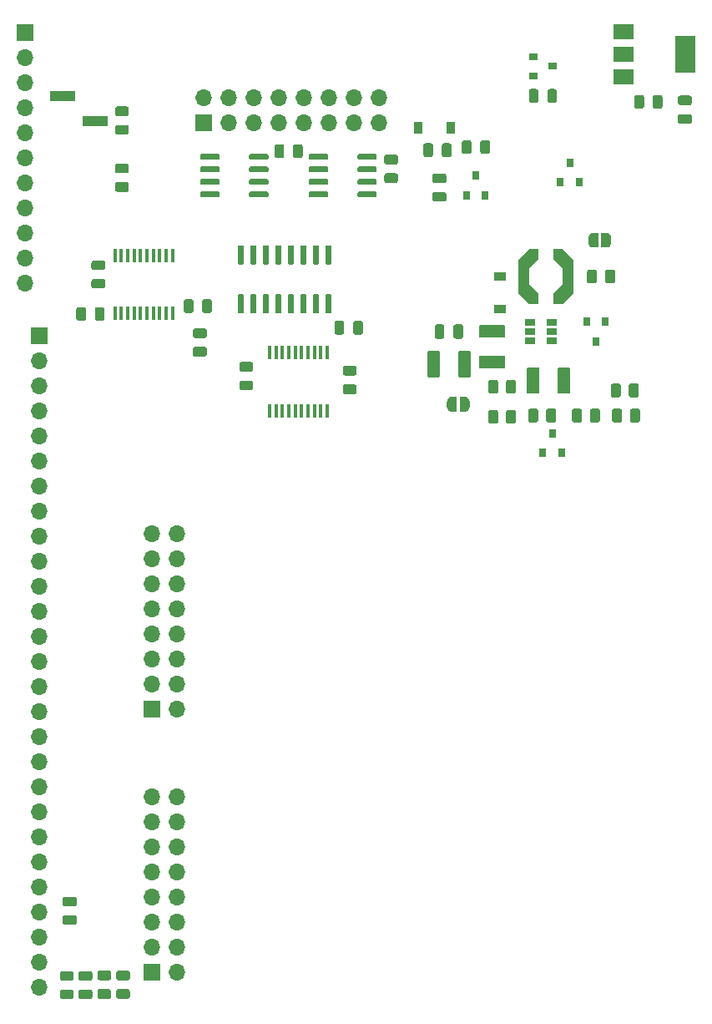
<source format=gbr>
G04 #@! TF.GenerationSoftware,KiCad,Pcbnew,5.1.5+dfsg1-2build2*
G04 #@! TF.CreationDate,2022-08-20T13:50:49+01:00*
G04 #@! TF.ProjectId,psion-org2-power,7073696f-6e2d-46f7-9267-322d706f7765,rev?*
G04 #@! TF.SameCoordinates,Original*
G04 #@! TF.FileFunction,Soldermask,Top*
G04 #@! TF.FilePolarity,Negative*
%FSLAX46Y46*%
G04 Gerber Fmt 4.6, Leading zero omitted, Abs format (unit mm)*
G04 Created by KiCad (PCBNEW 5.1.5+dfsg1-2build2) date 2022-08-20 13:50:49*
%MOMM*%
%LPD*%
G04 APERTURE LIST*
%ADD10R,1.060000X0.650000*%
%ADD11R,0.800000X0.900000*%
%ADD12C,0.100000*%
%ADD13R,1.200000X0.900000*%
%ADD14O,1.700000X1.700000*%
%ADD15R,1.700000X1.700000*%
%ADD16R,2.000000X1.500000*%
%ADD17R,2.000000X3.800000*%
%ADD18R,0.900000X0.800000*%
%ADD19R,0.900000X1.200000*%
%ADD20R,0.450000X1.450000*%
%ADD21R,2.510000X1.000000*%
G04 APERTURE END LIST*
D10*
X134196000Y-61595000D03*
X134196000Y-60645000D03*
X134196000Y-62545000D03*
X131996000Y-62545000D03*
X131996000Y-61595000D03*
X131996000Y-60645000D03*
D11*
X134239000Y-71898000D03*
X135189000Y-73898000D03*
X133289000Y-73898000D03*
X138684000Y-62595000D03*
X137734000Y-60595000D03*
X139634000Y-60595000D03*
D12*
G36*
X140979505Y-66865204D02*
G01*
X141003773Y-66868804D01*
X141027572Y-66874765D01*
X141050671Y-66883030D01*
X141072850Y-66893520D01*
X141093893Y-66906132D01*
X141113599Y-66920747D01*
X141131777Y-66937223D01*
X141148253Y-66955401D01*
X141162868Y-66975107D01*
X141175480Y-66996150D01*
X141185970Y-67018329D01*
X141194235Y-67041428D01*
X141200196Y-67065227D01*
X141203796Y-67089495D01*
X141205000Y-67113999D01*
X141205000Y-68014001D01*
X141203796Y-68038505D01*
X141200196Y-68062773D01*
X141194235Y-68086572D01*
X141185970Y-68109671D01*
X141175480Y-68131850D01*
X141162868Y-68152893D01*
X141148253Y-68172599D01*
X141131777Y-68190777D01*
X141113599Y-68207253D01*
X141093893Y-68221868D01*
X141072850Y-68234480D01*
X141050671Y-68244970D01*
X141027572Y-68253235D01*
X141003773Y-68259196D01*
X140979505Y-68262796D01*
X140955001Y-68264000D01*
X140429999Y-68264000D01*
X140405495Y-68262796D01*
X140381227Y-68259196D01*
X140357428Y-68253235D01*
X140334329Y-68244970D01*
X140312150Y-68234480D01*
X140291107Y-68221868D01*
X140271401Y-68207253D01*
X140253223Y-68190777D01*
X140236747Y-68172599D01*
X140222132Y-68152893D01*
X140209520Y-68131850D01*
X140199030Y-68109671D01*
X140190765Y-68086572D01*
X140184804Y-68062773D01*
X140181204Y-68038505D01*
X140180000Y-68014001D01*
X140180000Y-67113999D01*
X140181204Y-67089495D01*
X140184804Y-67065227D01*
X140190765Y-67041428D01*
X140199030Y-67018329D01*
X140209520Y-66996150D01*
X140222132Y-66975107D01*
X140236747Y-66955401D01*
X140253223Y-66937223D01*
X140271401Y-66920747D01*
X140291107Y-66906132D01*
X140312150Y-66893520D01*
X140334329Y-66883030D01*
X140357428Y-66874765D01*
X140381227Y-66868804D01*
X140405495Y-66865204D01*
X140429999Y-66864000D01*
X140955001Y-66864000D01*
X140979505Y-66865204D01*
G37*
G36*
X142804505Y-66865204D02*
G01*
X142828773Y-66868804D01*
X142852572Y-66874765D01*
X142875671Y-66883030D01*
X142897850Y-66893520D01*
X142918893Y-66906132D01*
X142938599Y-66920747D01*
X142956777Y-66937223D01*
X142973253Y-66955401D01*
X142987868Y-66975107D01*
X143000480Y-66996150D01*
X143010970Y-67018329D01*
X143019235Y-67041428D01*
X143025196Y-67065227D01*
X143028796Y-67089495D01*
X143030000Y-67113999D01*
X143030000Y-68014001D01*
X143028796Y-68038505D01*
X143025196Y-68062773D01*
X143019235Y-68086572D01*
X143010970Y-68109671D01*
X143000480Y-68131850D01*
X142987868Y-68152893D01*
X142973253Y-68172599D01*
X142956777Y-68190777D01*
X142938599Y-68207253D01*
X142918893Y-68221868D01*
X142897850Y-68234480D01*
X142875671Y-68244970D01*
X142852572Y-68253235D01*
X142828773Y-68259196D01*
X142804505Y-68262796D01*
X142780001Y-68264000D01*
X142254999Y-68264000D01*
X142230495Y-68262796D01*
X142206227Y-68259196D01*
X142182428Y-68253235D01*
X142159329Y-68244970D01*
X142137150Y-68234480D01*
X142116107Y-68221868D01*
X142096401Y-68207253D01*
X142078223Y-68190777D01*
X142061747Y-68172599D01*
X142047132Y-68152893D01*
X142034520Y-68131850D01*
X142024030Y-68109671D01*
X142015765Y-68086572D01*
X142009804Y-68062773D01*
X142006204Y-68038505D01*
X142005000Y-68014001D01*
X142005000Y-67113999D01*
X142006204Y-67089495D01*
X142009804Y-67065227D01*
X142015765Y-67041428D01*
X142024030Y-67018329D01*
X142034520Y-66996150D01*
X142047132Y-66975107D01*
X142061747Y-66955401D01*
X142078223Y-66937223D01*
X142096401Y-66920747D01*
X142116107Y-66906132D01*
X142137150Y-66893520D01*
X142159329Y-66883030D01*
X142182428Y-66874765D01*
X142206227Y-66868804D01*
X142230495Y-66865204D01*
X142254999Y-66864000D01*
X142780001Y-66864000D01*
X142804505Y-66865204D01*
G37*
G36*
X142931505Y-69405204D02*
G01*
X142955773Y-69408804D01*
X142979572Y-69414765D01*
X143002671Y-69423030D01*
X143024850Y-69433520D01*
X143045893Y-69446132D01*
X143065599Y-69460747D01*
X143083777Y-69477223D01*
X143100253Y-69495401D01*
X143114868Y-69515107D01*
X143127480Y-69536150D01*
X143137970Y-69558329D01*
X143146235Y-69581428D01*
X143152196Y-69605227D01*
X143155796Y-69629495D01*
X143157000Y-69653999D01*
X143157000Y-70554001D01*
X143155796Y-70578505D01*
X143152196Y-70602773D01*
X143146235Y-70626572D01*
X143137970Y-70649671D01*
X143127480Y-70671850D01*
X143114868Y-70692893D01*
X143100253Y-70712599D01*
X143083777Y-70730777D01*
X143065599Y-70747253D01*
X143045893Y-70761868D01*
X143024850Y-70774480D01*
X143002671Y-70784970D01*
X142979572Y-70793235D01*
X142955773Y-70799196D01*
X142931505Y-70802796D01*
X142907001Y-70804000D01*
X142381999Y-70804000D01*
X142357495Y-70802796D01*
X142333227Y-70799196D01*
X142309428Y-70793235D01*
X142286329Y-70784970D01*
X142264150Y-70774480D01*
X142243107Y-70761868D01*
X142223401Y-70747253D01*
X142205223Y-70730777D01*
X142188747Y-70712599D01*
X142174132Y-70692893D01*
X142161520Y-70671850D01*
X142151030Y-70649671D01*
X142142765Y-70626572D01*
X142136804Y-70602773D01*
X142133204Y-70578505D01*
X142132000Y-70554001D01*
X142132000Y-69653999D01*
X142133204Y-69629495D01*
X142136804Y-69605227D01*
X142142765Y-69581428D01*
X142151030Y-69558329D01*
X142161520Y-69536150D01*
X142174132Y-69515107D01*
X142188747Y-69495401D01*
X142205223Y-69477223D01*
X142223401Y-69460747D01*
X142243107Y-69446132D01*
X142264150Y-69433520D01*
X142286329Y-69423030D01*
X142309428Y-69414765D01*
X142333227Y-69408804D01*
X142357495Y-69405204D01*
X142381999Y-69404000D01*
X142907001Y-69404000D01*
X142931505Y-69405204D01*
G37*
G36*
X141106505Y-69405204D02*
G01*
X141130773Y-69408804D01*
X141154572Y-69414765D01*
X141177671Y-69423030D01*
X141199850Y-69433520D01*
X141220893Y-69446132D01*
X141240599Y-69460747D01*
X141258777Y-69477223D01*
X141275253Y-69495401D01*
X141289868Y-69515107D01*
X141302480Y-69536150D01*
X141312970Y-69558329D01*
X141321235Y-69581428D01*
X141327196Y-69605227D01*
X141330796Y-69629495D01*
X141332000Y-69653999D01*
X141332000Y-70554001D01*
X141330796Y-70578505D01*
X141327196Y-70602773D01*
X141321235Y-70626572D01*
X141312970Y-70649671D01*
X141302480Y-70671850D01*
X141289868Y-70692893D01*
X141275253Y-70712599D01*
X141258777Y-70730777D01*
X141240599Y-70747253D01*
X141220893Y-70761868D01*
X141199850Y-70774480D01*
X141177671Y-70784970D01*
X141154572Y-70793235D01*
X141130773Y-70799196D01*
X141106505Y-70802796D01*
X141082001Y-70804000D01*
X140556999Y-70804000D01*
X140532495Y-70802796D01*
X140508227Y-70799196D01*
X140484428Y-70793235D01*
X140461329Y-70784970D01*
X140439150Y-70774480D01*
X140418107Y-70761868D01*
X140398401Y-70747253D01*
X140380223Y-70730777D01*
X140363747Y-70712599D01*
X140349132Y-70692893D01*
X140336520Y-70671850D01*
X140326030Y-70649671D01*
X140317765Y-70626572D01*
X140311804Y-70602773D01*
X140308204Y-70578505D01*
X140307000Y-70554001D01*
X140307000Y-69653999D01*
X140308204Y-69629495D01*
X140311804Y-69605227D01*
X140317765Y-69581428D01*
X140326030Y-69558329D01*
X140336520Y-69536150D01*
X140349132Y-69515107D01*
X140363747Y-69495401D01*
X140380223Y-69477223D01*
X140398401Y-69460747D01*
X140418107Y-69446132D01*
X140439150Y-69433520D01*
X140461329Y-69423030D01*
X140484428Y-69414765D01*
X140508227Y-69408804D01*
X140532495Y-69405204D01*
X140556999Y-69404000D01*
X141082001Y-69404000D01*
X141106505Y-69405204D01*
G37*
G36*
X138867505Y-69405204D02*
G01*
X138891773Y-69408804D01*
X138915572Y-69414765D01*
X138938671Y-69423030D01*
X138960850Y-69433520D01*
X138981893Y-69446132D01*
X139001599Y-69460747D01*
X139019777Y-69477223D01*
X139036253Y-69495401D01*
X139050868Y-69515107D01*
X139063480Y-69536150D01*
X139073970Y-69558329D01*
X139082235Y-69581428D01*
X139088196Y-69605227D01*
X139091796Y-69629495D01*
X139093000Y-69653999D01*
X139093000Y-70554001D01*
X139091796Y-70578505D01*
X139088196Y-70602773D01*
X139082235Y-70626572D01*
X139073970Y-70649671D01*
X139063480Y-70671850D01*
X139050868Y-70692893D01*
X139036253Y-70712599D01*
X139019777Y-70730777D01*
X139001599Y-70747253D01*
X138981893Y-70761868D01*
X138960850Y-70774480D01*
X138938671Y-70784970D01*
X138915572Y-70793235D01*
X138891773Y-70799196D01*
X138867505Y-70802796D01*
X138843001Y-70804000D01*
X138317999Y-70804000D01*
X138293495Y-70802796D01*
X138269227Y-70799196D01*
X138245428Y-70793235D01*
X138222329Y-70784970D01*
X138200150Y-70774480D01*
X138179107Y-70761868D01*
X138159401Y-70747253D01*
X138141223Y-70730777D01*
X138124747Y-70712599D01*
X138110132Y-70692893D01*
X138097520Y-70671850D01*
X138087030Y-70649671D01*
X138078765Y-70626572D01*
X138072804Y-70602773D01*
X138069204Y-70578505D01*
X138068000Y-70554001D01*
X138068000Y-69653999D01*
X138069204Y-69629495D01*
X138072804Y-69605227D01*
X138078765Y-69581428D01*
X138087030Y-69558329D01*
X138097520Y-69536150D01*
X138110132Y-69515107D01*
X138124747Y-69495401D01*
X138141223Y-69477223D01*
X138159401Y-69460747D01*
X138179107Y-69446132D01*
X138200150Y-69433520D01*
X138222329Y-69423030D01*
X138245428Y-69414765D01*
X138269227Y-69408804D01*
X138293495Y-69405204D01*
X138317999Y-69404000D01*
X138843001Y-69404000D01*
X138867505Y-69405204D01*
G37*
G36*
X137042505Y-69405204D02*
G01*
X137066773Y-69408804D01*
X137090572Y-69414765D01*
X137113671Y-69423030D01*
X137135850Y-69433520D01*
X137156893Y-69446132D01*
X137176599Y-69460747D01*
X137194777Y-69477223D01*
X137211253Y-69495401D01*
X137225868Y-69515107D01*
X137238480Y-69536150D01*
X137248970Y-69558329D01*
X137257235Y-69581428D01*
X137263196Y-69605227D01*
X137266796Y-69629495D01*
X137268000Y-69653999D01*
X137268000Y-70554001D01*
X137266796Y-70578505D01*
X137263196Y-70602773D01*
X137257235Y-70626572D01*
X137248970Y-70649671D01*
X137238480Y-70671850D01*
X137225868Y-70692893D01*
X137211253Y-70712599D01*
X137194777Y-70730777D01*
X137176599Y-70747253D01*
X137156893Y-70761868D01*
X137135850Y-70774480D01*
X137113671Y-70784970D01*
X137090572Y-70793235D01*
X137066773Y-70799196D01*
X137042505Y-70802796D01*
X137018001Y-70804000D01*
X136492999Y-70804000D01*
X136468495Y-70802796D01*
X136444227Y-70799196D01*
X136420428Y-70793235D01*
X136397329Y-70784970D01*
X136375150Y-70774480D01*
X136354107Y-70761868D01*
X136334401Y-70747253D01*
X136316223Y-70730777D01*
X136299747Y-70712599D01*
X136285132Y-70692893D01*
X136272520Y-70671850D01*
X136262030Y-70649671D01*
X136253765Y-70626572D01*
X136247804Y-70602773D01*
X136244204Y-70578505D01*
X136243000Y-70554001D01*
X136243000Y-69653999D01*
X136244204Y-69629495D01*
X136247804Y-69605227D01*
X136253765Y-69581428D01*
X136262030Y-69558329D01*
X136272520Y-69536150D01*
X136285132Y-69515107D01*
X136299747Y-69495401D01*
X136316223Y-69477223D01*
X136334401Y-69460747D01*
X136354107Y-69446132D01*
X136375150Y-69433520D01*
X136397329Y-69423030D01*
X136420428Y-69414765D01*
X136444227Y-69408804D01*
X136468495Y-69405204D01*
X136492999Y-69404000D01*
X137018001Y-69404000D01*
X137042505Y-69405204D01*
G37*
G36*
X134422505Y-69405204D02*
G01*
X134446773Y-69408804D01*
X134470572Y-69414765D01*
X134493671Y-69423030D01*
X134515850Y-69433520D01*
X134536893Y-69446132D01*
X134556599Y-69460747D01*
X134574777Y-69477223D01*
X134591253Y-69495401D01*
X134605868Y-69515107D01*
X134618480Y-69536150D01*
X134628970Y-69558329D01*
X134637235Y-69581428D01*
X134643196Y-69605227D01*
X134646796Y-69629495D01*
X134648000Y-69653999D01*
X134648000Y-70554001D01*
X134646796Y-70578505D01*
X134643196Y-70602773D01*
X134637235Y-70626572D01*
X134628970Y-70649671D01*
X134618480Y-70671850D01*
X134605868Y-70692893D01*
X134591253Y-70712599D01*
X134574777Y-70730777D01*
X134556599Y-70747253D01*
X134536893Y-70761868D01*
X134515850Y-70774480D01*
X134493671Y-70784970D01*
X134470572Y-70793235D01*
X134446773Y-70799196D01*
X134422505Y-70802796D01*
X134398001Y-70804000D01*
X133872999Y-70804000D01*
X133848495Y-70802796D01*
X133824227Y-70799196D01*
X133800428Y-70793235D01*
X133777329Y-70784970D01*
X133755150Y-70774480D01*
X133734107Y-70761868D01*
X133714401Y-70747253D01*
X133696223Y-70730777D01*
X133679747Y-70712599D01*
X133665132Y-70692893D01*
X133652520Y-70671850D01*
X133642030Y-70649671D01*
X133633765Y-70626572D01*
X133627804Y-70602773D01*
X133624204Y-70578505D01*
X133623000Y-70554001D01*
X133623000Y-69653999D01*
X133624204Y-69629495D01*
X133627804Y-69605227D01*
X133633765Y-69581428D01*
X133642030Y-69558329D01*
X133652520Y-69536150D01*
X133665132Y-69515107D01*
X133679747Y-69495401D01*
X133696223Y-69477223D01*
X133714401Y-69460747D01*
X133734107Y-69446132D01*
X133755150Y-69433520D01*
X133777329Y-69423030D01*
X133800428Y-69414765D01*
X133824227Y-69408804D01*
X133848495Y-69405204D01*
X133872999Y-69404000D01*
X134398001Y-69404000D01*
X134422505Y-69405204D01*
G37*
G36*
X132597505Y-69405204D02*
G01*
X132621773Y-69408804D01*
X132645572Y-69414765D01*
X132668671Y-69423030D01*
X132690850Y-69433520D01*
X132711893Y-69446132D01*
X132731599Y-69460747D01*
X132749777Y-69477223D01*
X132766253Y-69495401D01*
X132780868Y-69515107D01*
X132793480Y-69536150D01*
X132803970Y-69558329D01*
X132812235Y-69581428D01*
X132818196Y-69605227D01*
X132821796Y-69629495D01*
X132823000Y-69653999D01*
X132823000Y-70554001D01*
X132821796Y-70578505D01*
X132818196Y-70602773D01*
X132812235Y-70626572D01*
X132803970Y-70649671D01*
X132793480Y-70671850D01*
X132780868Y-70692893D01*
X132766253Y-70712599D01*
X132749777Y-70730777D01*
X132731599Y-70747253D01*
X132711893Y-70761868D01*
X132690850Y-70774480D01*
X132668671Y-70784970D01*
X132645572Y-70793235D01*
X132621773Y-70799196D01*
X132597505Y-70802796D01*
X132573001Y-70804000D01*
X132047999Y-70804000D01*
X132023495Y-70802796D01*
X131999227Y-70799196D01*
X131975428Y-70793235D01*
X131952329Y-70784970D01*
X131930150Y-70774480D01*
X131909107Y-70761868D01*
X131889401Y-70747253D01*
X131871223Y-70730777D01*
X131854747Y-70712599D01*
X131840132Y-70692893D01*
X131827520Y-70671850D01*
X131817030Y-70649671D01*
X131808765Y-70626572D01*
X131802804Y-70602773D01*
X131799204Y-70578505D01*
X131798000Y-70554001D01*
X131798000Y-69653999D01*
X131799204Y-69629495D01*
X131802804Y-69605227D01*
X131808765Y-69581428D01*
X131817030Y-69558329D01*
X131827520Y-69536150D01*
X131840132Y-69515107D01*
X131854747Y-69495401D01*
X131871223Y-69477223D01*
X131889401Y-69460747D01*
X131909107Y-69446132D01*
X131930150Y-69433520D01*
X131952329Y-69423030D01*
X131975428Y-69414765D01*
X131999227Y-69408804D01*
X132023495Y-69405204D01*
X132047999Y-69404000D01*
X132573001Y-69404000D01*
X132597505Y-69405204D01*
G37*
G36*
X130358505Y-69532204D02*
G01*
X130382773Y-69535804D01*
X130406572Y-69541765D01*
X130429671Y-69550030D01*
X130451850Y-69560520D01*
X130472893Y-69573132D01*
X130492599Y-69587747D01*
X130510777Y-69604223D01*
X130527253Y-69622401D01*
X130541868Y-69642107D01*
X130554480Y-69663150D01*
X130564970Y-69685329D01*
X130573235Y-69708428D01*
X130579196Y-69732227D01*
X130582796Y-69756495D01*
X130584000Y-69780999D01*
X130584000Y-70681001D01*
X130582796Y-70705505D01*
X130579196Y-70729773D01*
X130573235Y-70753572D01*
X130564970Y-70776671D01*
X130554480Y-70798850D01*
X130541868Y-70819893D01*
X130527253Y-70839599D01*
X130510777Y-70857777D01*
X130492599Y-70874253D01*
X130472893Y-70888868D01*
X130451850Y-70901480D01*
X130429671Y-70911970D01*
X130406572Y-70920235D01*
X130382773Y-70926196D01*
X130358505Y-70929796D01*
X130334001Y-70931000D01*
X129808999Y-70931000D01*
X129784495Y-70929796D01*
X129760227Y-70926196D01*
X129736428Y-70920235D01*
X129713329Y-70911970D01*
X129691150Y-70901480D01*
X129670107Y-70888868D01*
X129650401Y-70874253D01*
X129632223Y-70857777D01*
X129615747Y-70839599D01*
X129601132Y-70819893D01*
X129588520Y-70798850D01*
X129578030Y-70776671D01*
X129569765Y-70753572D01*
X129563804Y-70729773D01*
X129560204Y-70705505D01*
X129559000Y-70681001D01*
X129559000Y-69780999D01*
X129560204Y-69756495D01*
X129563804Y-69732227D01*
X129569765Y-69708428D01*
X129578030Y-69685329D01*
X129588520Y-69663150D01*
X129601132Y-69642107D01*
X129615747Y-69622401D01*
X129632223Y-69604223D01*
X129650401Y-69587747D01*
X129670107Y-69573132D01*
X129691150Y-69560520D01*
X129713329Y-69550030D01*
X129736428Y-69541765D01*
X129760227Y-69535804D01*
X129784495Y-69532204D01*
X129808999Y-69531000D01*
X130334001Y-69531000D01*
X130358505Y-69532204D01*
G37*
G36*
X128533505Y-69532204D02*
G01*
X128557773Y-69535804D01*
X128581572Y-69541765D01*
X128604671Y-69550030D01*
X128626850Y-69560520D01*
X128647893Y-69573132D01*
X128667599Y-69587747D01*
X128685777Y-69604223D01*
X128702253Y-69622401D01*
X128716868Y-69642107D01*
X128729480Y-69663150D01*
X128739970Y-69685329D01*
X128748235Y-69708428D01*
X128754196Y-69732227D01*
X128757796Y-69756495D01*
X128759000Y-69780999D01*
X128759000Y-70681001D01*
X128757796Y-70705505D01*
X128754196Y-70729773D01*
X128748235Y-70753572D01*
X128739970Y-70776671D01*
X128729480Y-70798850D01*
X128716868Y-70819893D01*
X128702253Y-70839599D01*
X128685777Y-70857777D01*
X128667599Y-70874253D01*
X128647893Y-70888868D01*
X128626850Y-70901480D01*
X128604671Y-70911970D01*
X128581572Y-70920235D01*
X128557773Y-70926196D01*
X128533505Y-70929796D01*
X128509001Y-70931000D01*
X127983999Y-70931000D01*
X127959495Y-70929796D01*
X127935227Y-70926196D01*
X127911428Y-70920235D01*
X127888329Y-70911970D01*
X127866150Y-70901480D01*
X127845107Y-70888868D01*
X127825401Y-70874253D01*
X127807223Y-70857777D01*
X127790747Y-70839599D01*
X127776132Y-70819893D01*
X127763520Y-70798850D01*
X127753030Y-70776671D01*
X127744765Y-70753572D01*
X127738804Y-70729773D01*
X127735204Y-70705505D01*
X127734000Y-70681001D01*
X127734000Y-69780999D01*
X127735204Y-69756495D01*
X127738804Y-69732227D01*
X127744765Y-69708428D01*
X127753030Y-69685329D01*
X127763520Y-69663150D01*
X127776132Y-69642107D01*
X127790747Y-69622401D01*
X127807223Y-69604223D01*
X127825401Y-69587747D01*
X127845107Y-69573132D01*
X127866150Y-69560520D01*
X127888329Y-69550030D01*
X127911428Y-69541765D01*
X127935227Y-69535804D01*
X127959495Y-69532204D01*
X127983999Y-69531000D01*
X128509001Y-69531000D01*
X128533505Y-69532204D01*
G37*
G36*
X130358505Y-66484204D02*
G01*
X130382773Y-66487804D01*
X130406572Y-66493765D01*
X130429671Y-66502030D01*
X130451850Y-66512520D01*
X130472893Y-66525132D01*
X130492599Y-66539747D01*
X130510777Y-66556223D01*
X130527253Y-66574401D01*
X130541868Y-66594107D01*
X130554480Y-66615150D01*
X130564970Y-66637329D01*
X130573235Y-66660428D01*
X130579196Y-66684227D01*
X130582796Y-66708495D01*
X130584000Y-66732999D01*
X130584000Y-67633001D01*
X130582796Y-67657505D01*
X130579196Y-67681773D01*
X130573235Y-67705572D01*
X130564970Y-67728671D01*
X130554480Y-67750850D01*
X130541868Y-67771893D01*
X130527253Y-67791599D01*
X130510777Y-67809777D01*
X130492599Y-67826253D01*
X130472893Y-67840868D01*
X130451850Y-67853480D01*
X130429671Y-67863970D01*
X130406572Y-67872235D01*
X130382773Y-67878196D01*
X130358505Y-67881796D01*
X130334001Y-67883000D01*
X129808999Y-67883000D01*
X129784495Y-67881796D01*
X129760227Y-67878196D01*
X129736428Y-67872235D01*
X129713329Y-67863970D01*
X129691150Y-67853480D01*
X129670107Y-67840868D01*
X129650401Y-67826253D01*
X129632223Y-67809777D01*
X129615747Y-67791599D01*
X129601132Y-67771893D01*
X129588520Y-67750850D01*
X129578030Y-67728671D01*
X129569765Y-67705572D01*
X129563804Y-67681773D01*
X129560204Y-67657505D01*
X129559000Y-67633001D01*
X129559000Y-66732999D01*
X129560204Y-66708495D01*
X129563804Y-66684227D01*
X129569765Y-66660428D01*
X129578030Y-66637329D01*
X129588520Y-66615150D01*
X129601132Y-66594107D01*
X129615747Y-66574401D01*
X129632223Y-66556223D01*
X129650401Y-66539747D01*
X129670107Y-66525132D01*
X129691150Y-66512520D01*
X129713329Y-66502030D01*
X129736428Y-66493765D01*
X129760227Y-66487804D01*
X129784495Y-66484204D01*
X129808999Y-66483000D01*
X130334001Y-66483000D01*
X130358505Y-66484204D01*
G37*
G36*
X128533505Y-66484204D02*
G01*
X128557773Y-66487804D01*
X128581572Y-66493765D01*
X128604671Y-66502030D01*
X128626850Y-66512520D01*
X128647893Y-66525132D01*
X128667599Y-66539747D01*
X128685777Y-66556223D01*
X128702253Y-66574401D01*
X128716868Y-66594107D01*
X128729480Y-66615150D01*
X128739970Y-66637329D01*
X128748235Y-66660428D01*
X128754196Y-66684227D01*
X128757796Y-66708495D01*
X128759000Y-66732999D01*
X128759000Y-67633001D01*
X128757796Y-67657505D01*
X128754196Y-67681773D01*
X128748235Y-67705572D01*
X128739970Y-67728671D01*
X128729480Y-67750850D01*
X128716868Y-67771893D01*
X128702253Y-67791599D01*
X128685777Y-67809777D01*
X128667599Y-67826253D01*
X128647893Y-67840868D01*
X128626850Y-67853480D01*
X128604671Y-67863970D01*
X128581572Y-67872235D01*
X128557773Y-67878196D01*
X128533505Y-67881796D01*
X128509001Y-67883000D01*
X127983999Y-67883000D01*
X127959495Y-67881796D01*
X127935227Y-67878196D01*
X127911428Y-67872235D01*
X127888329Y-67863970D01*
X127866150Y-67853480D01*
X127845107Y-67840868D01*
X127825401Y-67826253D01*
X127807223Y-67809777D01*
X127790747Y-67791599D01*
X127776132Y-67771893D01*
X127763520Y-67750850D01*
X127753030Y-67728671D01*
X127744765Y-67705572D01*
X127738804Y-67681773D01*
X127735204Y-67657505D01*
X127734000Y-67633001D01*
X127734000Y-66732999D01*
X127735204Y-66708495D01*
X127738804Y-66684227D01*
X127744765Y-66660428D01*
X127753030Y-66637329D01*
X127763520Y-66615150D01*
X127776132Y-66594107D01*
X127790747Y-66574401D01*
X127807223Y-66556223D01*
X127825401Y-66539747D01*
X127845107Y-66525132D01*
X127866150Y-66512520D01*
X127888329Y-66502030D01*
X127911428Y-66493765D01*
X127935227Y-66487804D01*
X127959495Y-66484204D01*
X127983999Y-66483000D01*
X128509001Y-66483000D01*
X128533505Y-66484204D01*
G37*
G36*
X140391505Y-55308204D02*
G01*
X140415773Y-55311804D01*
X140439572Y-55317765D01*
X140462671Y-55326030D01*
X140484850Y-55336520D01*
X140505893Y-55349132D01*
X140525599Y-55363747D01*
X140543777Y-55380223D01*
X140560253Y-55398401D01*
X140574868Y-55418107D01*
X140587480Y-55439150D01*
X140597970Y-55461329D01*
X140606235Y-55484428D01*
X140612196Y-55508227D01*
X140615796Y-55532495D01*
X140617000Y-55556999D01*
X140617000Y-56457001D01*
X140615796Y-56481505D01*
X140612196Y-56505773D01*
X140606235Y-56529572D01*
X140597970Y-56552671D01*
X140587480Y-56574850D01*
X140574868Y-56595893D01*
X140560253Y-56615599D01*
X140543777Y-56633777D01*
X140525599Y-56650253D01*
X140505893Y-56664868D01*
X140484850Y-56677480D01*
X140462671Y-56687970D01*
X140439572Y-56696235D01*
X140415773Y-56702196D01*
X140391505Y-56705796D01*
X140367001Y-56707000D01*
X139841999Y-56707000D01*
X139817495Y-56705796D01*
X139793227Y-56702196D01*
X139769428Y-56696235D01*
X139746329Y-56687970D01*
X139724150Y-56677480D01*
X139703107Y-56664868D01*
X139683401Y-56650253D01*
X139665223Y-56633777D01*
X139648747Y-56615599D01*
X139634132Y-56595893D01*
X139621520Y-56574850D01*
X139611030Y-56552671D01*
X139602765Y-56529572D01*
X139596804Y-56505773D01*
X139593204Y-56481505D01*
X139592000Y-56457001D01*
X139592000Y-55556999D01*
X139593204Y-55532495D01*
X139596804Y-55508227D01*
X139602765Y-55484428D01*
X139611030Y-55461329D01*
X139621520Y-55439150D01*
X139634132Y-55418107D01*
X139648747Y-55398401D01*
X139665223Y-55380223D01*
X139683401Y-55363747D01*
X139703107Y-55349132D01*
X139724150Y-55336520D01*
X139746329Y-55326030D01*
X139769428Y-55317765D01*
X139793227Y-55311804D01*
X139817495Y-55308204D01*
X139841999Y-55307000D01*
X140367001Y-55307000D01*
X140391505Y-55308204D01*
G37*
G36*
X138566505Y-55308204D02*
G01*
X138590773Y-55311804D01*
X138614572Y-55317765D01*
X138637671Y-55326030D01*
X138659850Y-55336520D01*
X138680893Y-55349132D01*
X138700599Y-55363747D01*
X138718777Y-55380223D01*
X138735253Y-55398401D01*
X138749868Y-55418107D01*
X138762480Y-55439150D01*
X138772970Y-55461329D01*
X138781235Y-55484428D01*
X138787196Y-55508227D01*
X138790796Y-55532495D01*
X138792000Y-55556999D01*
X138792000Y-56457001D01*
X138790796Y-56481505D01*
X138787196Y-56505773D01*
X138781235Y-56529572D01*
X138772970Y-56552671D01*
X138762480Y-56574850D01*
X138749868Y-56595893D01*
X138735253Y-56615599D01*
X138718777Y-56633777D01*
X138700599Y-56650253D01*
X138680893Y-56664868D01*
X138659850Y-56677480D01*
X138637671Y-56687970D01*
X138614572Y-56696235D01*
X138590773Y-56702196D01*
X138566505Y-56705796D01*
X138542001Y-56707000D01*
X138016999Y-56707000D01*
X137992495Y-56705796D01*
X137968227Y-56702196D01*
X137944428Y-56696235D01*
X137921329Y-56687970D01*
X137899150Y-56677480D01*
X137878107Y-56664868D01*
X137858401Y-56650253D01*
X137840223Y-56633777D01*
X137823747Y-56615599D01*
X137809132Y-56595893D01*
X137796520Y-56574850D01*
X137786030Y-56552671D01*
X137777765Y-56529572D01*
X137771804Y-56505773D01*
X137768204Y-56481505D01*
X137767000Y-56457001D01*
X137767000Y-55556999D01*
X137768204Y-55532495D01*
X137771804Y-55508227D01*
X137777765Y-55484428D01*
X137786030Y-55461329D01*
X137796520Y-55439150D01*
X137809132Y-55418107D01*
X137823747Y-55398401D01*
X137840223Y-55380223D01*
X137858401Y-55363747D01*
X137878107Y-55349132D01*
X137899150Y-55336520D01*
X137921329Y-55326030D01*
X137944428Y-55317765D01*
X137968227Y-55311804D01*
X137992495Y-55308204D01*
X138016999Y-55307000D01*
X138542001Y-55307000D01*
X138566505Y-55308204D01*
G37*
G36*
X130849000Y-57707000D02*
G01*
X130849000Y-54307000D01*
X131904000Y-53252000D01*
X132844000Y-53252000D01*
X132844000Y-54307000D01*
X131904000Y-55162500D01*
X131904000Y-56851500D01*
X132844000Y-57707000D01*
X132844000Y-58762000D01*
X131904000Y-58762000D01*
X130849000Y-57707000D01*
G37*
G36*
X134364000Y-57707000D02*
G01*
X135304000Y-56851500D01*
X135304000Y-55162500D01*
X134364000Y-54307000D01*
X134364000Y-53252000D01*
X135304000Y-53252000D01*
X136359000Y-54307000D01*
X136359000Y-57707000D01*
X135304000Y-58762000D01*
X134364000Y-58762000D01*
X134364000Y-57707000D01*
G37*
G36*
X124064000Y-69710398D02*
G01*
X124039466Y-69710398D01*
X123990635Y-69705588D01*
X123942510Y-69696016D01*
X123895555Y-69681772D01*
X123850222Y-69662995D01*
X123806949Y-69639864D01*
X123766150Y-69612604D01*
X123728221Y-69581476D01*
X123693524Y-69546779D01*
X123662396Y-69508850D01*
X123635136Y-69468051D01*
X123612005Y-69424778D01*
X123593228Y-69379445D01*
X123578984Y-69332490D01*
X123569412Y-69284365D01*
X123564602Y-69235534D01*
X123564602Y-69211000D01*
X123564000Y-69211000D01*
X123564000Y-68711000D01*
X123564602Y-68711000D01*
X123564602Y-68686466D01*
X123569412Y-68637635D01*
X123578984Y-68589510D01*
X123593228Y-68542555D01*
X123612005Y-68497222D01*
X123635136Y-68453949D01*
X123662396Y-68413150D01*
X123693524Y-68375221D01*
X123728221Y-68340524D01*
X123766150Y-68309396D01*
X123806949Y-68282136D01*
X123850222Y-68259005D01*
X123895555Y-68240228D01*
X123942510Y-68225984D01*
X123990635Y-68216412D01*
X124039466Y-68211602D01*
X124064000Y-68211602D01*
X124064000Y-68211000D01*
X124564000Y-68211000D01*
X124564000Y-69711000D01*
X124064000Y-69711000D01*
X124064000Y-69710398D01*
G37*
G36*
X124864000Y-68211000D02*
G01*
X125364000Y-68211000D01*
X125364000Y-68211602D01*
X125388534Y-68211602D01*
X125437365Y-68216412D01*
X125485490Y-68225984D01*
X125532445Y-68240228D01*
X125577778Y-68259005D01*
X125621051Y-68282136D01*
X125661850Y-68309396D01*
X125699779Y-68340524D01*
X125734476Y-68375221D01*
X125765604Y-68413150D01*
X125792864Y-68453949D01*
X125815995Y-68497222D01*
X125834772Y-68542555D01*
X125849016Y-68589510D01*
X125858588Y-68637635D01*
X125863398Y-68686466D01*
X125863398Y-68711000D01*
X125864000Y-68711000D01*
X125864000Y-69211000D01*
X125863398Y-69211000D01*
X125863398Y-69235534D01*
X125858588Y-69284365D01*
X125849016Y-69332490D01*
X125834772Y-69379445D01*
X125815995Y-69424778D01*
X125792864Y-69468051D01*
X125765604Y-69508850D01*
X125734476Y-69546779D01*
X125699779Y-69581476D01*
X125661850Y-69612604D01*
X125621051Y-69639864D01*
X125577778Y-69662995D01*
X125532445Y-69681772D01*
X125485490Y-69696016D01*
X125437365Y-69705588D01*
X125388534Y-69710398D01*
X125364000Y-69710398D01*
X125364000Y-69711000D01*
X124864000Y-69711000D01*
X124864000Y-68211000D01*
G37*
G36*
X138415000Y-53073398D02*
G01*
X138390466Y-53073398D01*
X138341635Y-53068588D01*
X138293510Y-53059016D01*
X138246555Y-53044772D01*
X138201222Y-53025995D01*
X138157949Y-53002864D01*
X138117150Y-52975604D01*
X138079221Y-52944476D01*
X138044524Y-52909779D01*
X138013396Y-52871850D01*
X137986136Y-52831051D01*
X137963005Y-52787778D01*
X137944228Y-52742445D01*
X137929984Y-52695490D01*
X137920412Y-52647365D01*
X137915602Y-52598534D01*
X137915602Y-52574000D01*
X137915000Y-52574000D01*
X137915000Y-52074000D01*
X137915602Y-52074000D01*
X137915602Y-52049466D01*
X137920412Y-52000635D01*
X137929984Y-51952510D01*
X137944228Y-51905555D01*
X137963005Y-51860222D01*
X137986136Y-51816949D01*
X138013396Y-51776150D01*
X138044524Y-51738221D01*
X138079221Y-51703524D01*
X138117150Y-51672396D01*
X138157949Y-51645136D01*
X138201222Y-51622005D01*
X138246555Y-51603228D01*
X138293510Y-51588984D01*
X138341635Y-51579412D01*
X138390466Y-51574602D01*
X138415000Y-51574602D01*
X138415000Y-51574000D01*
X138915000Y-51574000D01*
X138915000Y-53074000D01*
X138415000Y-53074000D01*
X138415000Y-53073398D01*
G37*
G36*
X139215000Y-51574000D02*
G01*
X139715000Y-51574000D01*
X139715000Y-51574602D01*
X139739534Y-51574602D01*
X139788365Y-51579412D01*
X139836490Y-51588984D01*
X139883445Y-51603228D01*
X139928778Y-51622005D01*
X139972051Y-51645136D01*
X140012850Y-51672396D01*
X140050779Y-51703524D01*
X140085476Y-51738221D01*
X140116604Y-51776150D01*
X140143864Y-51816949D01*
X140166995Y-51860222D01*
X140185772Y-51905555D01*
X140200016Y-51952510D01*
X140209588Y-52000635D01*
X140214398Y-52049466D01*
X140214398Y-52074000D01*
X140215000Y-52074000D01*
X140215000Y-52574000D01*
X140214398Y-52574000D01*
X140214398Y-52598534D01*
X140209588Y-52647365D01*
X140200016Y-52695490D01*
X140185772Y-52742445D01*
X140166995Y-52787778D01*
X140143864Y-52831051D01*
X140116604Y-52871850D01*
X140085476Y-52909779D01*
X140050779Y-52944476D01*
X140012850Y-52975604D01*
X139972051Y-53002864D01*
X139928778Y-53025995D01*
X139883445Y-53044772D01*
X139836490Y-53059016D01*
X139788365Y-53068588D01*
X139739534Y-53073398D01*
X139715000Y-53073398D01*
X139715000Y-53074000D01*
X139215000Y-53074000D01*
X139215000Y-51574000D01*
G37*
D13*
X128905000Y-56008000D03*
X128905000Y-59308000D03*
D12*
G36*
X124988504Y-60871204D02*
G01*
X125012773Y-60874804D01*
X125036571Y-60880765D01*
X125059671Y-60889030D01*
X125081849Y-60899520D01*
X125102893Y-60912133D01*
X125122598Y-60926747D01*
X125140777Y-60943223D01*
X125157253Y-60961402D01*
X125171867Y-60981107D01*
X125184480Y-61002151D01*
X125194970Y-61024329D01*
X125203235Y-61047429D01*
X125209196Y-61071227D01*
X125212796Y-61095496D01*
X125214000Y-61120000D01*
X125214000Y-62070000D01*
X125212796Y-62094504D01*
X125209196Y-62118773D01*
X125203235Y-62142571D01*
X125194970Y-62165671D01*
X125184480Y-62187849D01*
X125171867Y-62208893D01*
X125157253Y-62228598D01*
X125140777Y-62246777D01*
X125122598Y-62263253D01*
X125102893Y-62277867D01*
X125081849Y-62290480D01*
X125059671Y-62300970D01*
X125036571Y-62309235D01*
X125012773Y-62315196D01*
X124988504Y-62318796D01*
X124964000Y-62320000D01*
X124464000Y-62320000D01*
X124439496Y-62318796D01*
X124415227Y-62315196D01*
X124391429Y-62309235D01*
X124368329Y-62300970D01*
X124346151Y-62290480D01*
X124325107Y-62277867D01*
X124305402Y-62263253D01*
X124287223Y-62246777D01*
X124270747Y-62228598D01*
X124256133Y-62208893D01*
X124243520Y-62187849D01*
X124233030Y-62165671D01*
X124224765Y-62142571D01*
X124218804Y-62118773D01*
X124215204Y-62094504D01*
X124214000Y-62070000D01*
X124214000Y-61120000D01*
X124215204Y-61095496D01*
X124218804Y-61071227D01*
X124224765Y-61047429D01*
X124233030Y-61024329D01*
X124243520Y-61002151D01*
X124256133Y-60981107D01*
X124270747Y-60961402D01*
X124287223Y-60943223D01*
X124305402Y-60926747D01*
X124325107Y-60912133D01*
X124346151Y-60899520D01*
X124368329Y-60889030D01*
X124391429Y-60880765D01*
X124415227Y-60874804D01*
X124439496Y-60871204D01*
X124464000Y-60870000D01*
X124964000Y-60870000D01*
X124988504Y-60871204D01*
G37*
G36*
X123088504Y-60871204D02*
G01*
X123112773Y-60874804D01*
X123136571Y-60880765D01*
X123159671Y-60889030D01*
X123181849Y-60899520D01*
X123202893Y-60912133D01*
X123222598Y-60926747D01*
X123240777Y-60943223D01*
X123257253Y-60961402D01*
X123271867Y-60981107D01*
X123284480Y-61002151D01*
X123294970Y-61024329D01*
X123303235Y-61047429D01*
X123309196Y-61071227D01*
X123312796Y-61095496D01*
X123314000Y-61120000D01*
X123314000Y-62070000D01*
X123312796Y-62094504D01*
X123309196Y-62118773D01*
X123303235Y-62142571D01*
X123294970Y-62165671D01*
X123284480Y-62187849D01*
X123271867Y-62208893D01*
X123257253Y-62228598D01*
X123240777Y-62246777D01*
X123222598Y-62263253D01*
X123202893Y-62277867D01*
X123181849Y-62290480D01*
X123159671Y-62300970D01*
X123136571Y-62309235D01*
X123112773Y-62315196D01*
X123088504Y-62318796D01*
X123064000Y-62320000D01*
X122564000Y-62320000D01*
X122539496Y-62318796D01*
X122515227Y-62315196D01*
X122491429Y-62309235D01*
X122468329Y-62300970D01*
X122446151Y-62290480D01*
X122425107Y-62277867D01*
X122405402Y-62263253D01*
X122387223Y-62246777D01*
X122370747Y-62228598D01*
X122356133Y-62208893D01*
X122343520Y-62187849D01*
X122333030Y-62165671D01*
X122324765Y-62142571D01*
X122318804Y-62118773D01*
X122315204Y-62094504D01*
X122314000Y-62070000D01*
X122314000Y-61120000D01*
X122315204Y-61095496D01*
X122318804Y-61071227D01*
X122324765Y-61047429D01*
X122333030Y-61024329D01*
X122343520Y-61002151D01*
X122356133Y-60981107D01*
X122370747Y-60961402D01*
X122387223Y-60943223D01*
X122405402Y-60926747D01*
X122425107Y-60912133D01*
X122446151Y-60899520D01*
X122468329Y-60889030D01*
X122491429Y-60880765D01*
X122515227Y-60874804D01*
X122539496Y-60871204D01*
X122564000Y-60870000D01*
X123064000Y-60870000D01*
X123088504Y-60871204D01*
G37*
G36*
X125786005Y-63548204D02*
G01*
X125810273Y-63551804D01*
X125834072Y-63557765D01*
X125857171Y-63566030D01*
X125879350Y-63576520D01*
X125900393Y-63589132D01*
X125920099Y-63603747D01*
X125938277Y-63620223D01*
X125954753Y-63638401D01*
X125969368Y-63658107D01*
X125981980Y-63679150D01*
X125992470Y-63701329D01*
X126000735Y-63724428D01*
X126006696Y-63748227D01*
X126010296Y-63772495D01*
X126011500Y-63796999D01*
X126011500Y-65997001D01*
X126010296Y-66021505D01*
X126006696Y-66045773D01*
X126000735Y-66069572D01*
X125992470Y-66092671D01*
X125981980Y-66114850D01*
X125969368Y-66135893D01*
X125954753Y-66155599D01*
X125938277Y-66173777D01*
X125920099Y-66190253D01*
X125900393Y-66204868D01*
X125879350Y-66217480D01*
X125857171Y-66227970D01*
X125834072Y-66236235D01*
X125810273Y-66242196D01*
X125786005Y-66245796D01*
X125761501Y-66247000D01*
X124936499Y-66247000D01*
X124911995Y-66245796D01*
X124887727Y-66242196D01*
X124863928Y-66236235D01*
X124840829Y-66227970D01*
X124818650Y-66217480D01*
X124797607Y-66204868D01*
X124777901Y-66190253D01*
X124759723Y-66173777D01*
X124743247Y-66155599D01*
X124728632Y-66135893D01*
X124716020Y-66114850D01*
X124705530Y-66092671D01*
X124697265Y-66069572D01*
X124691304Y-66045773D01*
X124687704Y-66021505D01*
X124686500Y-65997001D01*
X124686500Y-63796999D01*
X124687704Y-63772495D01*
X124691304Y-63748227D01*
X124697265Y-63724428D01*
X124705530Y-63701329D01*
X124716020Y-63679150D01*
X124728632Y-63658107D01*
X124743247Y-63638401D01*
X124759723Y-63620223D01*
X124777901Y-63603747D01*
X124797607Y-63589132D01*
X124818650Y-63576520D01*
X124840829Y-63566030D01*
X124863928Y-63557765D01*
X124887727Y-63551804D01*
X124911995Y-63548204D01*
X124936499Y-63547000D01*
X125761501Y-63547000D01*
X125786005Y-63548204D01*
G37*
G36*
X122661005Y-63548204D02*
G01*
X122685273Y-63551804D01*
X122709072Y-63557765D01*
X122732171Y-63566030D01*
X122754350Y-63576520D01*
X122775393Y-63589132D01*
X122795099Y-63603747D01*
X122813277Y-63620223D01*
X122829753Y-63638401D01*
X122844368Y-63658107D01*
X122856980Y-63679150D01*
X122867470Y-63701329D01*
X122875735Y-63724428D01*
X122881696Y-63748227D01*
X122885296Y-63772495D01*
X122886500Y-63796999D01*
X122886500Y-65997001D01*
X122885296Y-66021505D01*
X122881696Y-66045773D01*
X122875735Y-66069572D01*
X122867470Y-66092671D01*
X122856980Y-66114850D01*
X122844368Y-66135893D01*
X122829753Y-66155599D01*
X122813277Y-66173777D01*
X122795099Y-66190253D01*
X122775393Y-66204868D01*
X122754350Y-66217480D01*
X122732171Y-66227970D01*
X122709072Y-66236235D01*
X122685273Y-66242196D01*
X122661005Y-66245796D01*
X122636501Y-66247000D01*
X121811499Y-66247000D01*
X121786995Y-66245796D01*
X121762727Y-66242196D01*
X121738928Y-66236235D01*
X121715829Y-66227970D01*
X121693650Y-66217480D01*
X121672607Y-66204868D01*
X121652901Y-66190253D01*
X121634723Y-66173777D01*
X121618247Y-66155599D01*
X121603632Y-66135893D01*
X121591020Y-66114850D01*
X121580530Y-66092671D01*
X121572265Y-66069572D01*
X121566304Y-66045773D01*
X121562704Y-66021505D01*
X121561500Y-65997001D01*
X121561500Y-63796999D01*
X121562704Y-63772495D01*
X121566304Y-63748227D01*
X121572265Y-63724428D01*
X121580530Y-63701329D01*
X121591020Y-63679150D01*
X121603632Y-63658107D01*
X121618247Y-63638401D01*
X121634723Y-63620223D01*
X121652901Y-63603747D01*
X121672607Y-63589132D01*
X121693650Y-63576520D01*
X121715829Y-63566030D01*
X121738928Y-63557765D01*
X121762727Y-63551804D01*
X121786995Y-63548204D01*
X121811499Y-63547000D01*
X122636501Y-63547000D01*
X122661005Y-63548204D01*
G37*
G36*
X129267505Y-60895204D02*
G01*
X129291773Y-60898804D01*
X129315572Y-60904765D01*
X129338671Y-60913030D01*
X129360850Y-60923520D01*
X129381893Y-60936132D01*
X129401599Y-60950747D01*
X129419777Y-60967223D01*
X129436253Y-60985401D01*
X129450868Y-61005107D01*
X129463480Y-61026150D01*
X129473970Y-61048329D01*
X129482235Y-61071428D01*
X129488196Y-61095227D01*
X129491796Y-61119495D01*
X129493000Y-61143999D01*
X129493000Y-61969001D01*
X129491796Y-61993505D01*
X129488196Y-62017773D01*
X129482235Y-62041572D01*
X129473970Y-62064671D01*
X129463480Y-62086850D01*
X129450868Y-62107893D01*
X129436253Y-62127599D01*
X129419777Y-62145777D01*
X129401599Y-62162253D01*
X129381893Y-62176868D01*
X129360850Y-62189480D01*
X129338671Y-62199970D01*
X129315572Y-62208235D01*
X129291773Y-62214196D01*
X129267505Y-62217796D01*
X129243001Y-62219000D01*
X127042999Y-62219000D01*
X127018495Y-62217796D01*
X126994227Y-62214196D01*
X126970428Y-62208235D01*
X126947329Y-62199970D01*
X126925150Y-62189480D01*
X126904107Y-62176868D01*
X126884401Y-62162253D01*
X126866223Y-62145777D01*
X126849747Y-62127599D01*
X126835132Y-62107893D01*
X126822520Y-62086850D01*
X126812030Y-62064671D01*
X126803765Y-62041572D01*
X126797804Y-62017773D01*
X126794204Y-61993505D01*
X126793000Y-61969001D01*
X126793000Y-61143999D01*
X126794204Y-61119495D01*
X126797804Y-61095227D01*
X126803765Y-61071428D01*
X126812030Y-61048329D01*
X126822520Y-61026150D01*
X126835132Y-61005107D01*
X126849747Y-60985401D01*
X126866223Y-60967223D01*
X126884401Y-60950747D01*
X126904107Y-60936132D01*
X126925150Y-60923520D01*
X126947329Y-60913030D01*
X126970428Y-60904765D01*
X126994227Y-60898804D01*
X127018495Y-60895204D01*
X127042999Y-60894000D01*
X129243001Y-60894000D01*
X129267505Y-60895204D01*
G37*
G36*
X129267505Y-64020204D02*
G01*
X129291773Y-64023804D01*
X129315572Y-64029765D01*
X129338671Y-64038030D01*
X129360850Y-64048520D01*
X129381893Y-64061132D01*
X129401599Y-64075747D01*
X129419777Y-64092223D01*
X129436253Y-64110401D01*
X129450868Y-64130107D01*
X129463480Y-64151150D01*
X129473970Y-64173329D01*
X129482235Y-64196428D01*
X129488196Y-64220227D01*
X129491796Y-64244495D01*
X129493000Y-64268999D01*
X129493000Y-65094001D01*
X129491796Y-65118505D01*
X129488196Y-65142773D01*
X129482235Y-65166572D01*
X129473970Y-65189671D01*
X129463480Y-65211850D01*
X129450868Y-65232893D01*
X129436253Y-65252599D01*
X129419777Y-65270777D01*
X129401599Y-65287253D01*
X129381893Y-65301868D01*
X129360850Y-65314480D01*
X129338671Y-65324970D01*
X129315572Y-65333235D01*
X129291773Y-65339196D01*
X129267505Y-65342796D01*
X129243001Y-65344000D01*
X127042999Y-65344000D01*
X127018495Y-65342796D01*
X126994227Y-65339196D01*
X126970428Y-65333235D01*
X126947329Y-65324970D01*
X126925150Y-65314480D01*
X126904107Y-65301868D01*
X126884401Y-65287253D01*
X126866223Y-65270777D01*
X126849747Y-65252599D01*
X126835132Y-65232893D01*
X126822520Y-65211850D01*
X126812030Y-65189671D01*
X126803765Y-65166572D01*
X126797804Y-65142773D01*
X126794204Y-65118505D01*
X126793000Y-65094001D01*
X126793000Y-64268999D01*
X126794204Y-64244495D01*
X126797804Y-64220227D01*
X126803765Y-64196428D01*
X126812030Y-64173329D01*
X126822520Y-64151150D01*
X126835132Y-64130107D01*
X126849747Y-64110401D01*
X126866223Y-64092223D01*
X126884401Y-64075747D01*
X126904107Y-64061132D01*
X126925150Y-64048520D01*
X126947329Y-64038030D01*
X126970428Y-64029765D01*
X126994227Y-64023804D01*
X127018495Y-64020204D01*
X127042999Y-64019000D01*
X129243001Y-64019000D01*
X129267505Y-64020204D01*
G37*
G36*
X132732505Y-65199204D02*
G01*
X132756773Y-65202804D01*
X132780572Y-65208765D01*
X132803671Y-65217030D01*
X132825850Y-65227520D01*
X132846893Y-65240132D01*
X132866599Y-65254747D01*
X132884777Y-65271223D01*
X132901253Y-65289401D01*
X132915868Y-65309107D01*
X132928480Y-65330150D01*
X132938970Y-65352329D01*
X132947235Y-65375428D01*
X132953196Y-65399227D01*
X132956796Y-65423495D01*
X132958000Y-65447999D01*
X132958000Y-67648001D01*
X132956796Y-67672505D01*
X132953196Y-67696773D01*
X132947235Y-67720572D01*
X132938970Y-67743671D01*
X132928480Y-67765850D01*
X132915868Y-67786893D01*
X132901253Y-67806599D01*
X132884777Y-67824777D01*
X132866599Y-67841253D01*
X132846893Y-67855868D01*
X132825850Y-67868480D01*
X132803671Y-67878970D01*
X132780572Y-67887235D01*
X132756773Y-67893196D01*
X132732505Y-67896796D01*
X132708001Y-67898000D01*
X131882999Y-67898000D01*
X131858495Y-67896796D01*
X131834227Y-67893196D01*
X131810428Y-67887235D01*
X131787329Y-67878970D01*
X131765150Y-67868480D01*
X131744107Y-67855868D01*
X131724401Y-67841253D01*
X131706223Y-67824777D01*
X131689747Y-67806599D01*
X131675132Y-67786893D01*
X131662520Y-67765850D01*
X131652030Y-67743671D01*
X131643765Y-67720572D01*
X131637804Y-67696773D01*
X131634204Y-67672505D01*
X131633000Y-67648001D01*
X131633000Y-65447999D01*
X131634204Y-65423495D01*
X131637804Y-65399227D01*
X131643765Y-65375428D01*
X131652030Y-65352329D01*
X131662520Y-65330150D01*
X131675132Y-65309107D01*
X131689747Y-65289401D01*
X131706223Y-65271223D01*
X131724401Y-65254747D01*
X131744107Y-65240132D01*
X131765150Y-65227520D01*
X131787329Y-65217030D01*
X131810428Y-65208765D01*
X131834227Y-65202804D01*
X131858495Y-65199204D01*
X131882999Y-65198000D01*
X132708001Y-65198000D01*
X132732505Y-65199204D01*
G37*
G36*
X135857505Y-65199204D02*
G01*
X135881773Y-65202804D01*
X135905572Y-65208765D01*
X135928671Y-65217030D01*
X135950850Y-65227520D01*
X135971893Y-65240132D01*
X135991599Y-65254747D01*
X136009777Y-65271223D01*
X136026253Y-65289401D01*
X136040868Y-65309107D01*
X136053480Y-65330150D01*
X136063970Y-65352329D01*
X136072235Y-65375428D01*
X136078196Y-65399227D01*
X136081796Y-65423495D01*
X136083000Y-65447999D01*
X136083000Y-67648001D01*
X136081796Y-67672505D01*
X136078196Y-67696773D01*
X136072235Y-67720572D01*
X136063970Y-67743671D01*
X136053480Y-67765850D01*
X136040868Y-67786893D01*
X136026253Y-67806599D01*
X136009777Y-67824777D01*
X135991599Y-67841253D01*
X135971893Y-67855868D01*
X135950850Y-67868480D01*
X135928671Y-67878970D01*
X135905572Y-67887235D01*
X135881773Y-67893196D01*
X135857505Y-67896796D01*
X135833001Y-67898000D01*
X135007999Y-67898000D01*
X134983495Y-67896796D01*
X134959227Y-67893196D01*
X134935428Y-67887235D01*
X134912329Y-67878970D01*
X134890150Y-67868480D01*
X134869107Y-67855868D01*
X134849401Y-67841253D01*
X134831223Y-67824777D01*
X134814747Y-67806599D01*
X134800132Y-67786893D01*
X134787520Y-67765850D01*
X134777030Y-67743671D01*
X134768765Y-67720572D01*
X134762804Y-67696773D01*
X134759204Y-67672505D01*
X134758000Y-67648001D01*
X134758000Y-65447999D01*
X134759204Y-65423495D01*
X134762804Y-65399227D01*
X134768765Y-65375428D01*
X134777030Y-65352329D01*
X134787520Y-65330150D01*
X134800132Y-65309107D01*
X134814747Y-65289401D01*
X134831223Y-65271223D01*
X134849401Y-65254747D01*
X134869107Y-65240132D01*
X134890150Y-65227520D01*
X134912329Y-65217030D01*
X134935428Y-65208765D01*
X134959227Y-65202804D01*
X134983495Y-65199204D01*
X135007999Y-65198000D01*
X135833001Y-65198000D01*
X135857505Y-65199204D01*
G37*
D14*
X82200000Y-128100000D03*
X82200000Y-125560000D03*
X82200000Y-123020000D03*
X82200000Y-120480000D03*
X82200000Y-117940000D03*
X82200000Y-115400000D03*
X82200000Y-112860000D03*
X82200000Y-110320000D03*
X82200000Y-107780000D03*
X82200000Y-105240000D03*
X82200000Y-102700000D03*
X82200000Y-100160000D03*
X82200000Y-97620000D03*
X82200000Y-95080000D03*
X82200000Y-92540000D03*
X82200000Y-90000000D03*
X82200000Y-87460000D03*
X82200000Y-84920000D03*
X82200000Y-82380000D03*
X82200000Y-79840000D03*
X82200000Y-77300000D03*
X82200000Y-74760000D03*
X82200000Y-72220000D03*
X82200000Y-69680000D03*
X82200000Y-67140000D03*
X82200000Y-64600000D03*
D15*
X82200000Y-62060000D03*
D16*
X141450000Y-31200000D03*
X141450000Y-35800000D03*
X141450000Y-33500000D03*
D17*
X147750000Y-33500000D03*
D18*
X134300000Y-34700000D03*
X132300000Y-35650000D03*
X132300000Y-33750000D03*
D12*
G36*
X123280142Y-47451174D02*
G01*
X123303803Y-47454684D01*
X123327007Y-47460496D01*
X123349529Y-47468554D01*
X123371153Y-47478782D01*
X123391670Y-47491079D01*
X123410883Y-47505329D01*
X123428607Y-47521393D01*
X123444671Y-47539117D01*
X123458921Y-47558330D01*
X123471218Y-47578847D01*
X123481446Y-47600471D01*
X123489504Y-47622993D01*
X123495316Y-47646197D01*
X123498826Y-47669858D01*
X123500000Y-47693750D01*
X123500000Y-48181250D01*
X123498826Y-48205142D01*
X123495316Y-48228803D01*
X123489504Y-48252007D01*
X123481446Y-48274529D01*
X123471218Y-48296153D01*
X123458921Y-48316670D01*
X123444671Y-48335883D01*
X123428607Y-48353607D01*
X123410883Y-48369671D01*
X123391670Y-48383921D01*
X123371153Y-48396218D01*
X123349529Y-48406446D01*
X123327007Y-48414504D01*
X123303803Y-48420316D01*
X123280142Y-48423826D01*
X123256250Y-48425000D01*
X122343750Y-48425000D01*
X122319858Y-48423826D01*
X122296197Y-48420316D01*
X122272993Y-48414504D01*
X122250471Y-48406446D01*
X122228847Y-48396218D01*
X122208330Y-48383921D01*
X122189117Y-48369671D01*
X122171393Y-48353607D01*
X122155329Y-48335883D01*
X122141079Y-48316670D01*
X122128782Y-48296153D01*
X122118554Y-48274529D01*
X122110496Y-48252007D01*
X122104684Y-48228803D01*
X122101174Y-48205142D01*
X122100000Y-48181250D01*
X122100000Y-47693750D01*
X122101174Y-47669858D01*
X122104684Y-47646197D01*
X122110496Y-47622993D01*
X122118554Y-47600471D01*
X122128782Y-47578847D01*
X122141079Y-47558330D01*
X122155329Y-47539117D01*
X122171393Y-47521393D01*
X122189117Y-47505329D01*
X122208330Y-47491079D01*
X122228847Y-47478782D01*
X122250471Y-47468554D01*
X122272993Y-47460496D01*
X122296197Y-47454684D01*
X122319858Y-47451174D01*
X122343750Y-47450000D01*
X123256250Y-47450000D01*
X123280142Y-47451174D01*
G37*
G36*
X123280142Y-45576174D02*
G01*
X123303803Y-45579684D01*
X123327007Y-45585496D01*
X123349529Y-45593554D01*
X123371153Y-45603782D01*
X123391670Y-45616079D01*
X123410883Y-45630329D01*
X123428607Y-45646393D01*
X123444671Y-45664117D01*
X123458921Y-45683330D01*
X123471218Y-45703847D01*
X123481446Y-45725471D01*
X123489504Y-45747993D01*
X123495316Y-45771197D01*
X123498826Y-45794858D01*
X123500000Y-45818750D01*
X123500000Y-46306250D01*
X123498826Y-46330142D01*
X123495316Y-46353803D01*
X123489504Y-46377007D01*
X123481446Y-46399529D01*
X123471218Y-46421153D01*
X123458921Y-46441670D01*
X123444671Y-46460883D01*
X123428607Y-46478607D01*
X123410883Y-46494671D01*
X123391670Y-46508921D01*
X123371153Y-46521218D01*
X123349529Y-46531446D01*
X123327007Y-46539504D01*
X123303803Y-46545316D01*
X123280142Y-46548826D01*
X123256250Y-46550000D01*
X122343750Y-46550000D01*
X122319858Y-46548826D01*
X122296197Y-46545316D01*
X122272993Y-46539504D01*
X122250471Y-46531446D01*
X122228847Y-46521218D01*
X122208330Y-46508921D01*
X122189117Y-46494671D01*
X122171393Y-46478607D01*
X122155329Y-46460883D01*
X122141079Y-46441670D01*
X122128782Y-46421153D01*
X122118554Y-46399529D01*
X122110496Y-46377007D01*
X122104684Y-46353803D01*
X122101174Y-46330142D01*
X122100000Y-46306250D01*
X122100000Y-45818750D01*
X122101174Y-45794858D01*
X122104684Y-45771197D01*
X122110496Y-45747993D01*
X122118554Y-45725471D01*
X122128782Y-45703847D01*
X122141079Y-45683330D01*
X122155329Y-45664117D01*
X122171393Y-45646393D01*
X122189117Y-45630329D01*
X122208330Y-45616079D01*
X122228847Y-45603782D01*
X122250471Y-45593554D01*
X122272993Y-45585496D01*
X122296197Y-45579684D01*
X122319858Y-45576174D01*
X122343750Y-45575000D01*
X123256250Y-45575000D01*
X123280142Y-45576174D01*
G37*
G36*
X123805142Y-42501174D02*
G01*
X123828803Y-42504684D01*
X123852007Y-42510496D01*
X123874529Y-42518554D01*
X123896153Y-42528782D01*
X123916670Y-42541079D01*
X123935883Y-42555329D01*
X123953607Y-42571393D01*
X123969671Y-42589117D01*
X123983921Y-42608330D01*
X123996218Y-42628847D01*
X124006446Y-42650471D01*
X124014504Y-42672993D01*
X124020316Y-42696197D01*
X124023826Y-42719858D01*
X124025000Y-42743750D01*
X124025000Y-43656250D01*
X124023826Y-43680142D01*
X124020316Y-43703803D01*
X124014504Y-43727007D01*
X124006446Y-43749529D01*
X123996218Y-43771153D01*
X123983921Y-43791670D01*
X123969671Y-43810883D01*
X123953607Y-43828607D01*
X123935883Y-43844671D01*
X123916670Y-43858921D01*
X123896153Y-43871218D01*
X123874529Y-43881446D01*
X123852007Y-43889504D01*
X123828803Y-43895316D01*
X123805142Y-43898826D01*
X123781250Y-43900000D01*
X123293750Y-43900000D01*
X123269858Y-43898826D01*
X123246197Y-43895316D01*
X123222993Y-43889504D01*
X123200471Y-43881446D01*
X123178847Y-43871218D01*
X123158330Y-43858921D01*
X123139117Y-43844671D01*
X123121393Y-43828607D01*
X123105329Y-43810883D01*
X123091079Y-43791670D01*
X123078782Y-43771153D01*
X123068554Y-43749529D01*
X123060496Y-43727007D01*
X123054684Y-43703803D01*
X123051174Y-43680142D01*
X123050000Y-43656250D01*
X123050000Y-42743750D01*
X123051174Y-42719858D01*
X123054684Y-42696197D01*
X123060496Y-42672993D01*
X123068554Y-42650471D01*
X123078782Y-42628847D01*
X123091079Y-42608330D01*
X123105329Y-42589117D01*
X123121393Y-42571393D01*
X123139117Y-42555329D01*
X123158330Y-42541079D01*
X123178847Y-42528782D01*
X123200471Y-42518554D01*
X123222993Y-42510496D01*
X123246197Y-42504684D01*
X123269858Y-42501174D01*
X123293750Y-42500000D01*
X123781250Y-42500000D01*
X123805142Y-42501174D01*
G37*
G36*
X121930142Y-42501174D02*
G01*
X121953803Y-42504684D01*
X121977007Y-42510496D01*
X121999529Y-42518554D01*
X122021153Y-42528782D01*
X122041670Y-42541079D01*
X122060883Y-42555329D01*
X122078607Y-42571393D01*
X122094671Y-42589117D01*
X122108921Y-42608330D01*
X122121218Y-42628847D01*
X122131446Y-42650471D01*
X122139504Y-42672993D01*
X122145316Y-42696197D01*
X122148826Y-42719858D01*
X122150000Y-42743750D01*
X122150000Y-43656250D01*
X122148826Y-43680142D01*
X122145316Y-43703803D01*
X122139504Y-43727007D01*
X122131446Y-43749529D01*
X122121218Y-43771153D01*
X122108921Y-43791670D01*
X122094671Y-43810883D01*
X122078607Y-43828607D01*
X122060883Y-43844671D01*
X122041670Y-43858921D01*
X122021153Y-43871218D01*
X121999529Y-43881446D01*
X121977007Y-43889504D01*
X121953803Y-43895316D01*
X121930142Y-43898826D01*
X121906250Y-43900000D01*
X121418750Y-43900000D01*
X121394858Y-43898826D01*
X121371197Y-43895316D01*
X121347993Y-43889504D01*
X121325471Y-43881446D01*
X121303847Y-43871218D01*
X121283330Y-43858921D01*
X121264117Y-43844671D01*
X121246393Y-43828607D01*
X121230329Y-43810883D01*
X121216079Y-43791670D01*
X121203782Y-43771153D01*
X121193554Y-43749529D01*
X121185496Y-43727007D01*
X121179684Y-43703803D01*
X121176174Y-43680142D01*
X121175000Y-43656250D01*
X121175000Y-42743750D01*
X121176174Y-42719858D01*
X121179684Y-42696197D01*
X121185496Y-42672993D01*
X121193554Y-42650471D01*
X121203782Y-42628847D01*
X121216079Y-42608330D01*
X121230329Y-42589117D01*
X121246393Y-42571393D01*
X121264117Y-42555329D01*
X121283330Y-42541079D01*
X121303847Y-42528782D01*
X121325471Y-42518554D01*
X121347993Y-42510496D01*
X121371197Y-42504684D01*
X121394858Y-42501174D01*
X121418750Y-42500000D01*
X121906250Y-42500000D01*
X121930142Y-42501174D01*
G37*
G36*
X134505142Y-37001174D02*
G01*
X134528803Y-37004684D01*
X134552007Y-37010496D01*
X134574529Y-37018554D01*
X134596153Y-37028782D01*
X134616670Y-37041079D01*
X134635883Y-37055329D01*
X134653607Y-37071393D01*
X134669671Y-37089117D01*
X134683921Y-37108330D01*
X134696218Y-37128847D01*
X134706446Y-37150471D01*
X134714504Y-37172993D01*
X134720316Y-37196197D01*
X134723826Y-37219858D01*
X134725000Y-37243750D01*
X134725000Y-38156250D01*
X134723826Y-38180142D01*
X134720316Y-38203803D01*
X134714504Y-38227007D01*
X134706446Y-38249529D01*
X134696218Y-38271153D01*
X134683921Y-38291670D01*
X134669671Y-38310883D01*
X134653607Y-38328607D01*
X134635883Y-38344671D01*
X134616670Y-38358921D01*
X134596153Y-38371218D01*
X134574529Y-38381446D01*
X134552007Y-38389504D01*
X134528803Y-38395316D01*
X134505142Y-38398826D01*
X134481250Y-38400000D01*
X133993750Y-38400000D01*
X133969858Y-38398826D01*
X133946197Y-38395316D01*
X133922993Y-38389504D01*
X133900471Y-38381446D01*
X133878847Y-38371218D01*
X133858330Y-38358921D01*
X133839117Y-38344671D01*
X133821393Y-38328607D01*
X133805329Y-38310883D01*
X133791079Y-38291670D01*
X133778782Y-38271153D01*
X133768554Y-38249529D01*
X133760496Y-38227007D01*
X133754684Y-38203803D01*
X133751174Y-38180142D01*
X133750000Y-38156250D01*
X133750000Y-37243750D01*
X133751174Y-37219858D01*
X133754684Y-37196197D01*
X133760496Y-37172993D01*
X133768554Y-37150471D01*
X133778782Y-37128847D01*
X133791079Y-37108330D01*
X133805329Y-37089117D01*
X133821393Y-37071393D01*
X133839117Y-37055329D01*
X133858330Y-37041079D01*
X133878847Y-37028782D01*
X133900471Y-37018554D01*
X133922993Y-37010496D01*
X133946197Y-37004684D01*
X133969858Y-37001174D01*
X133993750Y-37000000D01*
X134481250Y-37000000D01*
X134505142Y-37001174D01*
G37*
G36*
X132630142Y-37001174D02*
G01*
X132653803Y-37004684D01*
X132677007Y-37010496D01*
X132699529Y-37018554D01*
X132721153Y-37028782D01*
X132741670Y-37041079D01*
X132760883Y-37055329D01*
X132778607Y-37071393D01*
X132794671Y-37089117D01*
X132808921Y-37108330D01*
X132821218Y-37128847D01*
X132831446Y-37150471D01*
X132839504Y-37172993D01*
X132845316Y-37196197D01*
X132848826Y-37219858D01*
X132850000Y-37243750D01*
X132850000Y-38156250D01*
X132848826Y-38180142D01*
X132845316Y-38203803D01*
X132839504Y-38227007D01*
X132831446Y-38249529D01*
X132821218Y-38271153D01*
X132808921Y-38291670D01*
X132794671Y-38310883D01*
X132778607Y-38328607D01*
X132760883Y-38344671D01*
X132741670Y-38358921D01*
X132721153Y-38371218D01*
X132699529Y-38381446D01*
X132677007Y-38389504D01*
X132653803Y-38395316D01*
X132630142Y-38398826D01*
X132606250Y-38400000D01*
X132118750Y-38400000D01*
X132094858Y-38398826D01*
X132071197Y-38395316D01*
X132047993Y-38389504D01*
X132025471Y-38381446D01*
X132003847Y-38371218D01*
X131983330Y-38358921D01*
X131964117Y-38344671D01*
X131946393Y-38328607D01*
X131930329Y-38310883D01*
X131916079Y-38291670D01*
X131903782Y-38271153D01*
X131893554Y-38249529D01*
X131885496Y-38227007D01*
X131879684Y-38203803D01*
X131876174Y-38180142D01*
X131875000Y-38156250D01*
X131875000Y-37243750D01*
X131876174Y-37219858D01*
X131879684Y-37196197D01*
X131885496Y-37172993D01*
X131893554Y-37150471D01*
X131903782Y-37128847D01*
X131916079Y-37108330D01*
X131930329Y-37089117D01*
X131946393Y-37071393D01*
X131964117Y-37055329D01*
X131983330Y-37041079D01*
X132003847Y-37028782D01*
X132025471Y-37018554D01*
X132047993Y-37010496D01*
X132071197Y-37004684D01*
X132094858Y-37001174D01*
X132118750Y-37000000D01*
X132606250Y-37000000D01*
X132630142Y-37001174D01*
G37*
G36*
X89280142Y-128251174D02*
G01*
X89303803Y-128254684D01*
X89327007Y-128260496D01*
X89349529Y-128268554D01*
X89371153Y-128278782D01*
X89391670Y-128291079D01*
X89410883Y-128305329D01*
X89428607Y-128321393D01*
X89444671Y-128339117D01*
X89458921Y-128358330D01*
X89471218Y-128378847D01*
X89481446Y-128400471D01*
X89489504Y-128422993D01*
X89495316Y-128446197D01*
X89498826Y-128469858D01*
X89500000Y-128493750D01*
X89500000Y-128981250D01*
X89498826Y-129005142D01*
X89495316Y-129028803D01*
X89489504Y-129052007D01*
X89481446Y-129074529D01*
X89471218Y-129096153D01*
X89458921Y-129116670D01*
X89444671Y-129135883D01*
X89428607Y-129153607D01*
X89410883Y-129169671D01*
X89391670Y-129183921D01*
X89371153Y-129196218D01*
X89349529Y-129206446D01*
X89327007Y-129214504D01*
X89303803Y-129220316D01*
X89280142Y-129223826D01*
X89256250Y-129225000D01*
X88343750Y-129225000D01*
X88319858Y-129223826D01*
X88296197Y-129220316D01*
X88272993Y-129214504D01*
X88250471Y-129206446D01*
X88228847Y-129196218D01*
X88208330Y-129183921D01*
X88189117Y-129169671D01*
X88171393Y-129153607D01*
X88155329Y-129135883D01*
X88141079Y-129116670D01*
X88128782Y-129096153D01*
X88118554Y-129074529D01*
X88110496Y-129052007D01*
X88104684Y-129028803D01*
X88101174Y-129005142D01*
X88100000Y-128981250D01*
X88100000Y-128493750D01*
X88101174Y-128469858D01*
X88104684Y-128446197D01*
X88110496Y-128422993D01*
X88118554Y-128400471D01*
X88128782Y-128378847D01*
X88141079Y-128358330D01*
X88155329Y-128339117D01*
X88171393Y-128321393D01*
X88189117Y-128305329D01*
X88208330Y-128291079D01*
X88228847Y-128278782D01*
X88250471Y-128268554D01*
X88272993Y-128260496D01*
X88296197Y-128254684D01*
X88319858Y-128251174D01*
X88343750Y-128250000D01*
X89256250Y-128250000D01*
X89280142Y-128251174D01*
G37*
G36*
X89280142Y-126376174D02*
G01*
X89303803Y-126379684D01*
X89327007Y-126385496D01*
X89349529Y-126393554D01*
X89371153Y-126403782D01*
X89391670Y-126416079D01*
X89410883Y-126430329D01*
X89428607Y-126446393D01*
X89444671Y-126464117D01*
X89458921Y-126483330D01*
X89471218Y-126503847D01*
X89481446Y-126525471D01*
X89489504Y-126547993D01*
X89495316Y-126571197D01*
X89498826Y-126594858D01*
X89500000Y-126618750D01*
X89500000Y-127106250D01*
X89498826Y-127130142D01*
X89495316Y-127153803D01*
X89489504Y-127177007D01*
X89481446Y-127199529D01*
X89471218Y-127221153D01*
X89458921Y-127241670D01*
X89444671Y-127260883D01*
X89428607Y-127278607D01*
X89410883Y-127294671D01*
X89391670Y-127308921D01*
X89371153Y-127321218D01*
X89349529Y-127331446D01*
X89327007Y-127339504D01*
X89303803Y-127345316D01*
X89280142Y-127348826D01*
X89256250Y-127350000D01*
X88343750Y-127350000D01*
X88319858Y-127348826D01*
X88296197Y-127345316D01*
X88272993Y-127339504D01*
X88250471Y-127331446D01*
X88228847Y-127321218D01*
X88208330Y-127308921D01*
X88189117Y-127294671D01*
X88171393Y-127278607D01*
X88155329Y-127260883D01*
X88141079Y-127241670D01*
X88128782Y-127221153D01*
X88118554Y-127199529D01*
X88110496Y-127177007D01*
X88104684Y-127153803D01*
X88101174Y-127130142D01*
X88100000Y-127106250D01*
X88100000Y-126618750D01*
X88101174Y-126594858D01*
X88104684Y-126571197D01*
X88110496Y-126547993D01*
X88118554Y-126525471D01*
X88128782Y-126503847D01*
X88141079Y-126483330D01*
X88155329Y-126464117D01*
X88171393Y-126446393D01*
X88189117Y-126430329D01*
X88208330Y-126416079D01*
X88228847Y-126403782D01*
X88250471Y-126393554D01*
X88272993Y-126385496D01*
X88296197Y-126379684D01*
X88319858Y-126376174D01*
X88343750Y-126375000D01*
X89256250Y-126375000D01*
X89280142Y-126376174D01*
G37*
G36*
X91180142Y-128251174D02*
G01*
X91203803Y-128254684D01*
X91227007Y-128260496D01*
X91249529Y-128268554D01*
X91271153Y-128278782D01*
X91291670Y-128291079D01*
X91310883Y-128305329D01*
X91328607Y-128321393D01*
X91344671Y-128339117D01*
X91358921Y-128358330D01*
X91371218Y-128378847D01*
X91381446Y-128400471D01*
X91389504Y-128422993D01*
X91395316Y-128446197D01*
X91398826Y-128469858D01*
X91400000Y-128493750D01*
X91400000Y-128981250D01*
X91398826Y-129005142D01*
X91395316Y-129028803D01*
X91389504Y-129052007D01*
X91381446Y-129074529D01*
X91371218Y-129096153D01*
X91358921Y-129116670D01*
X91344671Y-129135883D01*
X91328607Y-129153607D01*
X91310883Y-129169671D01*
X91291670Y-129183921D01*
X91271153Y-129196218D01*
X91249529Y-129206446D01*
X91227007Y-129214504D01*
X91203803Y-129220316D01*
X91180142Y-129223826D01*
X91156250Y-129225000D01*
X90243750Y-129225000D01*
X90219858Y-129223826D01*
X90196197Y-129220316D01*
X90172993Y-129214504D01*
X90150471Y-129206446D01*
X90128847Y-129196218D01*
X90108330Y-129183921D01*
X90089117Y-129169671D01*
X90071393Y-129153607D01*
X90055329Y-129135883D01*
X90041079Y-129116670D01*
X90028782Y-129096153D01*
X90018554Y-129074529D01*
X90010496Y-129052007D01*
X90004684Y-129028803D01*
X90001174Y-129005142D01*
X90000000Y-128981250D01*
X90000000Y-128493750D01*
X90001174Y-128469858D01*
X90004684Y-128446197D01*
X90010496Y-128422993D01*
X90018554Y-128400471D01*
X90028782Y-128378847D01*
X90041079Y-128358330D01*
X90055329Y-128339117D01*
X90071393Y-128321393D01*
X90089117Y-128305329D01*
X90108330Y-128291079D01*
X90128847Y-128278782D01*
X90150471Y-128268554D01*
X90172993Y-128260496D01*
X90196197Y-128254684D01*
X90219858Y-128251174D01*
X90243750Y-128250000D01*
X91156250Y-128250000D01*
X91180142Y-128251174D01*
G37*
G36*
X91180142Y-126376174D02*
G01*
X91203803Y-126379684D01*
X91227007Y-126385496D01*
X91249529Y-126393554D01*
X91271153Y-126403782D01*
X91291670Y-126416079D01*
X91310883Y-126430329D01*
X91328607Y-126446393D01*
X91344671Y-126464117D01*
X91358921Y-126483330D01*
X91371218Y-126503847D01*
X91381446Y-126525471D01*
X91389504Y-126547993D01*
X91395316Y-126571197D01*
X91398826Y-126594858D01*
X91400000Y-126618750D01*
X91400000Y-127106250D01*
X91398826Y-127130142D01*
X91395316Y-127153803D01*
X91389504Y-127177007D01*
X91381446Y-127199529D01*
X91371218Y-127221153D01*
X91358921Y-127241670D01*
X91344671Y-127260883D01*
X91328607Y-127278607D01*
X91310883Y-127294671D01*
X91291670Y-127308921D01*
X91271153Y-127321218D01*
X91249529Y-127331446D01*
X91227007Y-127339504D01*
X91203803Y-127345316D01*
X91180142Y-127348826D01*
X91156250Y-127350000D01*
X90243750Y-127350000D01*
X90219858Y-127348826D01*
X90196197Y-127345316D01*
X90172993Y-127339504D01*
X90150471Y-127331446D01*
X90128847Y-127321218D01*
X90108330Y-127308921D01*
X90089117Y-127294671D01*
X90071393Y-127278607D01*
X90055329Y-127260883D01*
X90041079Y-127241670D01*
X90028782Y-127221153D01*
X90018554Y-127199529D01*
X90010496Y-127177007D01*
X90004684Y-127153803D01*
X90001174Y-127130142D01*
X90000000Y-127106250D01*
X90000000Y-126618750D01*
X90001174Y-126594858D01*
X90004684Y-126571197D01*
X90010496Y-126547993D01*
X90018554Y-126525471D01*
X90028782Y-126503847D01*
X90041079Y-126483330D01*
X90055329Y-126464117D01*
X90071393Y-126446393D01*
X90089117Y-126430329D01*
X90108330Y-126416079D01*
X90128847Y-126403782D01*
X90150471Y-126393554D01*
X90172993Y-126385496D01*
X90196197Y-126379684D01*
X90219858Y-126376174D01*
X90243750Y-126375000D01*
X91156250Y-126375000D01*
X91180142Y-126376174D01*
G37*
G36*
X87380142Y-128288674D02*
G01*
X87403803Y-128292184D01*
X87427007Y-128297996D01*
X87449529Y-128306054D01*
X87471153Y-128316282D01*
X87491670Y-128328579D01*
X87510883Y-128342829D01*
X87528607Y-128358893D01*
X87544671Y-128376617D01*
X87558921Y-128395830D01*
X87571218Y-128416347D01*
X87581446Y-128437971D01*
X87589504Y-128460493D01*
X87595316Y-128483697D01*
X87598826Y-128507358D01*
X87600000Y-128531250D01*
X87600000Y-129018750D01*
X87598826Y-129042642D01*
X87595316Y-129066303D01*
X87589504Y-129089507D01*
X87581446Y-129112029D01*
X87571218Y-129133653D01*
X87558921Y-129154170D01*
X87544671Y-129173383D01*
X87528607Y-129191107D01*
X87510883Y-129207171D01*
X87491670Y-129221421D01*
X87471153Y-129233718D01*
X87449529Y-129243946D01*
X87427007Y-129252004D01*
X87403803Y-129257816D01*
X87380142Y-129261326D01*
X87356250Y-129262500D01*
X86443750Y-129262500D01*
X86419858Y-129261326D01*
X86396197Y-129257816D01*
X86372993Y-129252004D01*
X86350471Y-129243946D01*
X86328847Y-129233718D01*
X86308330Y-129221421D01*
X86289117Y-129207171D01*
X86271393Y-129191107D01*
X86255329Y-129173383D01*
X86241079Y-129154170D01*
X86228782Y-129133653D01*
X86218554Y-129112029D01*
X86210496Y-129089507D01*
X86204684Y-129066303D01*
X86201174Y-129042642D01*
X86200000Y-129018750D01*
X86200000Y-128531250D01*
X86201174Y-128507358D01*
X86204684Y-128483697D01*
X86210496Y-128460493D01*
X86218554Y-128437971D01*
X86228782Y-128416347D01*
X86241079Y-128395830D01*
X86255329Y-128376617D01*
X86271393Y-128358893D01*
X86289117Y-128342829D01*
X86308330Y-128328579D01*
X86328847Y-128316282D01*
X86350471Y-128306054D01*
X86372993Y-128297996D01*
X86396197Y-128292184D01*
X86419858Y-128288674D01*
X86443750Y-128287500D01*
X87356250Y-128287500D01*
X87380142Y-128288674D01*
G37*
G36*
X87380142Y-126413674D02*
G01*
X87403803Y-126417184D01*
X87427007Y-126422996D01*
X87449529Y-126431054D01*
X87471153Y-126441282D01*
X87491670Y-126453579D01*
X87510883Y-126467829D01*
X87528607Y-126483893D01*
X87544671Y-126501617D01*
X87558921Y-126520830D01*
X87571218Y-126541347D01*
X87581446Y-126562971D01*
X87589504Y-126585493D01*
X87595316Y-126608697D01*
X87598826Y-126632358D01*
X87600000Y-126656250D01*
X87600000Y-127143750D01*
X87598826Y-127167642D01*
X87595316Y-127191303D01*
X87589504Y-127214507D01*
X87581446Y-127237029D01*
X87571218Y-127258653D01*
X87558921Y-127279170D01*
X87544671Y-127298383D01*
X87528607Y-127316107D01*
X87510883Y-127332171D01*
X87491670Y-127346421D01*
X87471153Y-127358718D01*
X87449529Y-127368946D01*
X87427007Y-127377004D01*
X87403803Y-127382816D01*
X87380142Y-127386326D01*
X87356250Y-127387500D01*
X86443750Y-127387500D01*
X86419858Y-127386326D01*
X86396197Y-127382816D01*
X86372993Y-127377004D01*
X86350471Y-127368946D01*
X86328847Y-127358718D01*
X86308330Y-127346421D01*
X86289117Y-127332171D01*
X86271393Y-127316107D01*
X86255329Y-127298383D01*
X86241079Y-127279170D01*
X86228782Y-127258653D01*
X86218554Y-127237029D01*
X86210496Y-127214507D01*
X86204684Y-127191303D01*
X86201174Y-127167642D01*
X86200000Y-127143750D01*
X86200000Y-126656250D01*
X86201174Y-126632358D01*
X86204684Y-126608697D01*
X86210496Y-126585493D01*
X86218554Y-126562971D01*
X86228782Y-126541347D01*
X86241079Y-126520830D01*
X86255329Y-126501617D01*
X86271393Y-126483893D01*
X86289117Y-126467829D01*
X86308330Y-126453579D01*
X86328847Y-126441282D01*
X86350471Y-126431054D01*
X86372993Y-126422996D01*
X86396197Y-126417184D01*
X86419858Y-126413674D01*
X86443750Y-126412500D01*
X87356250Y-126412500D01*
X87380142Y-126413674D01*
G37*
G36*
X85480142Y-128288674D02*
G01*
X85503803Y-128292184D01*
X85527007Y-128297996D01*
X85549529Y-128306054D01*
X85571153Y-128316282D01*
X85591670Y-128328579D01*
X85610883Y-128342829D01*
X85628607Y-128358893D01*
X85644671Y-128376617D01*
X85658921Y-128395830D01*
X85671218Y-128416347D01*
X85681446Y-128437971D01*
X85689504Y-128460493D01*
X85695316Y-128483697D01*
X85698826Y-128507358D01*
X85700000Y-128531250D01*
X85700000Y-129018750D01*
X85698826Y-129042642D01*
X85695316Y-129066303D01*
X85689504Y-129089507D01*
X85681446Y-129112029D01*
X85671218Y-129133653D01*
X85658921Y-129154170D01*
X85644671Y-129173383D01*
X85628607Y-129191107D01*
X85610883Y-129207171D01*
X85591670Y-129221421D01*
X85571153Y-129233718D01*
X85549529Y-129243946D01*
X85527007Y-129252004D01*
X85503803Y-129257816D01*
X85480142Y-129261326D01*
X85456250Y-129262500D01*
X84543750Y-129262500D01*
X84519858Y-129261326D01*
X84496197Y-129257816D01*
X84472993Y-129252004D01*
X84450471Y-129243946D01*
X84428847Y-129233718D01*
X84408330Y-129221421D01*
X84389117Y-129207171D01*
X84371393Y-129191107D01*
X84355329Y-129173383D01*
X84341079Y-129154170D01*
X84328782Y-129133653D01*
X84318554Y-129112029D01*
X84310496Y-129089507D01*
X84304684Y-129066303D01*
X84301174Y-129042642D01*
X84300000Y-129018750D01*
X84300000Y-128531250D01*
X84301174Y-128507358D01*
X84304684Y-128483697D01*
X84310496Y-128460493D01*
X84318554Y-128437971D01*
X84328782Y-128416347D01*
X84341079Y-128395830D01*
X84355329Y-128376617D01*
X84371393Y-128358893D01*
X84389117Y-128342829D01*
X84408330Y-128328579D01*
X84428847Y-128316282D01*
X84450471Y-128306054D01*
X84472993Y-128297996D01*
X84496197Y-128292184D01*
X84519858Y-128288674D01*
X84543750Y-128287500D01*
X85456250Y-128287500D01*
X85480142Y-128288674D01*
G37*
G36*
X85480142Y-126413674D02*
G01*
X85503803Y-126417184D01*
X85527007Y-126422996D01*
X85549529Y-126431054D01*
X85571153Y-126441282D01*
X85591670Y-126453579D01*
X85610883Y-126467829D01*
X85628607Y-126483893D01*
X85644671Y-126501617D01*
X85658921Y-126520830D01*
X85671218Y-126541347D01*
X85681446Y-126562971D01*
X85689504Y-126585493D01*
X85695316Y-126608697D01*
X85698826Y-126632358D01*
X85700000Y-126656250D01*
X85700000Y-127143750D01*
X85698826Y-127167642D01*
X85695316Y-127191303D01*
X85689504Y-127214507D01*
X85681446Y-127237029D01*
X85671218Y-127258653D01*
X85658921Y-127279170D01*
X85644671Y-127298383D01*
X85628607Y-127316107D01*
X85610883Y-127332171D01*
X85591670Y-127346421D01*
X85571153Y-127358718D01*
X85549529Y-127368946D01*
X85527007Y-127377004D01*
X85503803Y-127382816D01*
X85480142Y-127386326D01*
X85456250Y-127387500D01*
X84543750Y-127387500D01*
X84519858Y-127386326D01*
X84496197Y-127382816D01*
X84472993Y-127377004D01*
X84450471Y-127368946D01*
X84428847Y-127358718D01*
X84408330Y-127346421D01*
X84389117Y-127332171D01*
X84371393Y-127316107D01*
X84355329Y-127298383D01*
X84341079Y-127279170D01*
X84328782Y-127258653D01*
X84318554Y-127237029D01*
X84310496Y-127214507D01*
X84304684Y-127191303D01*
X84301174Y-127167642D01*
X84300000Y-127143750D01*
X84300000Y-126656250D01*
X84301174Y-126632358D01*
X84304684Y-126608697D01*
X84310496Y-126585493D01*
X84318554Y-126562971D01*
X84328782Y-126541347D01*
X84341079Y-126520830D01*
X84355329Y-126501617D01*
X84371393Y-126483893D01*
X84389117Y-126467829D01*
X84408330Y-126453579D01*
X84428847Y-126441282D01*
X84450471Y-126431054D01*
X84472993Y-126422996D01*
X84496197Y-126417184D01*
X84519858Y-126413674D01*
X84543750Y-126412500D01*
X85456250Y-126412500D01*
X85480142Y-126413674D01*
G37*
G36*
X91080142Y-46451174D02*
G01*
X91103803Y-46454684D01*
X91127007Y-46460496D01*
X91149529Y-46468554D01*
X91171153Y-46478782D01*
X91191670Y-46491079D01*
X91210883Y-46505329D01*
X91228607Y-46521393D01*
X91244671Y-46539117D01*
X91258921Y-46558330D01*
X91271218Y-46578847D01*
X91281446Y-46600471D01*
X91289504Y-46622993D01*
X91295316Y-46646197D01*
X91298826Y-46669858D01*
X91300000Y-46693750D01*
X91300000Y-47181250D01*
X91298826Y-47205142D01*
X91295316Y-47228803D01*
X91289504Y-47252007D01*
X91281446Y-47274529D01*
X91271218Y-47296153D01*
X91258921Y-47316670D01*
X91244671Y-47335883D01*
X91228607Y-47353607D01*
X91210883Y-47369671D01*
X91191670Y-47383921D01*
X91171153Y-47396218D01*
X91149529Y-47406446D01*
X91127007Y-47414504D01*
X91103803Y-47420316D01*
X91080142Y-47423826D01*
X91056250Y-47425000D01*
X90143750Y-47425000D01*
X90119858Y-47423826D01*
X90096197Y-47420316D01*
X90072993Y-47414504D01*
X90050471Y-47406446D01*
X90028847Y-47396218D01*
X90008330Y-47383921D01*
X89989117Y-47369671D01*
X89971393Y-47353607D01*
X89955329Y-47335883D01*
X89941079Y-47316670D01*
X89928782Y-47296153D01*
X89918554Y-47274529D01*
X89910496Y-47252007D01*
X89904684Y-47228803D01*
X89901174Y-47205142D01*
X89900000Y-47181250D01*
X89900000Y-46693750D01*
X89901174Y-46669858D01*
X89904684Y-46646197D01*
X89910496Y-46622993D01*
X89918554Y-46600471D01*
X89928782Y-46578847D01*
X89941079Y-46558330D01*
X89955329Y-46539117D01*
X89971393Y-46521393D01*
X89989117Y-46505329D01*
X90008330Y-46491079D01*
X90028847Y-46478782D01*
X90050471Y-46468554D01*
X90072993Y-46460496D01*
X90096197Y-46454684D01*
X90119858Y-46451174D01*
X90143750Y-46450000D01*
X91056250Y-46450000D01*
X91080142Y-46451174D01*
G37*
G36*
X91080142Y-44576174D02*
G01*
X91103803Y-44579684D01*
X91127007Y-44585496D01*
X91149529Y-44593554D01*
X91171153Y-44603782D01*
X91191670Y-44616079D01*
X91210883Y-44630329D01*
X91228607Y-44646393D01*
X91244671Y-44664117D01*
X91258921Y-44683330D01*
X91271218Y-44703847D01*
X91281446Y-44725471D01*
X91289504Y-44747993D01*
X91295316Y-44771197D01*
X91298826Y-44794858D01*
X91300000Y-44818750D01*
X91300000Y-45306250D01*
X91298826Y-45330142D01*
X91295316Y-45353803D01*
X91289504Y-45377007D01*
X91281446Y-45399529D01*
X91271218Y-45421153D01*
X91258921Y-45441670D01*
X91244671Y-45460883D01*
X91228607Y-45478607D01*
X91210883Y-45494671D01*
X91191670Y-45508921D01*
X91171153Y-45521218D01*
X91149529Y-45531446D01*
X91127007Y-45539504D01*
X91103803Y-45545316D01*
X91080142Y-45548826D01*
X91056250Y-45550000D01*
X90143750Y-45550000D01*
X90119858Y-45548826D01*
X90096197Y-45545316D01*
X90072993Y-45539504D01*
X90050471Y-45531446D01*
X90028847Y-45521218D01*
X90008330Y-45508921D01*
X89989117Y-45494671D01*
X89971393Y-45478607D01*
X89955329Y-45460883D01*
X89941079Y-45441670D01*
X89928782Y-45421153D01*
X89918554Y-45399529D01*
X89910496Y-45377007D01*
X89904684Y-45353803D01*
X89901174Y-45330142D01*
X89900000Y-45306250D01*
X89900000Y-44818750D01*
X89901174Y-44794858D01*
X89904684Y-44771197D01*
X89910496Y-44747993D01*
X89918554Y-44725471D01*
X89928782Y-44703847D01*
X89941079Y-44683330D01*
X89955329Y-44664117D01*
X89971393Y-44646393D01*
X89989117Y-44630329D01*
X90008330Y-44616079D01*
X90028847Y-44603782D01*
X90050471Y-44593554D01*
X90072993Y-44585496D01*
X90096197Y-44579684D01*
X90119858Y-44576174D01*
X90143750Y-44575000D01*
X91056250Y-44575000D01*
X91080142Y-44576174D01*
G37*
G36*
X91080142Y-40651174D02*
G01*
X91103803Y-40654684D01*
X91127007Y-40660496D01*
X91149529Y-40668554D01*
X91171153Y-40678782D01*
X91191670Y-40691079D01*
X91210883Y-40705329D01*
X91228607Y-40721393D01*
X91244671Y-40739117D01*
X91258921Y-40758330D01*
X91271218Y-40778847D01*
X91281446Y-40800471D01*
X91289504Y-40822993D01*
X91295316Y-40846197D01*
X91298826Y-40869858D01*
X91300000Y-40893750D01*
X91300000Y-41381250D01*
X91298826Y-41405142D01*
X91295316Y-41428803D01*
X91289504Y-41452007D01*
X91281446Y-41474529D01*
X91271218Y-41496153D01*
X91258921Y-41516670D01*
X91244671Y-41535883D01*
X91228607Y-41553607D01*
X91210883Y-41569671D01*
X91191670Y-41583921D01*
X91171153Y-41596218D01*
X91149529Y-41606446D01*
X91127007Y-41614504D01*
X91103803Y-41620316D01*
X91080142Y-41623826D01*
X91056250Y-41625000D01*
X90143750Y-41625000D01*
X90119858Y-41623826D01*
X90096197Y-41620316D01*
X90072993Y-41614504D01*
X90050471Y-41606446D01*
X90028847Y-41596218D01*
X90008330Y-41583921D01*
X89989117Y-41569671D01*
X89971393Y-41553607D01*
X89955329Y-41535883D01*
X89941079Y-41516670D01*
X89928782Y-41496153D01*
X89918554Y-41474529D01*
X89910496Y-41452007D01*
X89904684Y-41428803D01*
X89901174Y-41405142D01*
X89900000Y-41381250D01*
X89900000Y-40893750D01*
X89901174Y-40869858D01*
X89904684Y-40846197D01*
X89910496Y-40822993D01*
X89918554Y-40800471D01*
X89928782Y-40778847D01*
X89941079Y-40758330D01*
X89955329Y-40739117D01*
X89971393Y-40721393D01*
X89989117Y-40705329D01*
X90008330Y-40691079D01*
X90028847Y-40678782D01*
X90050471Y-40668554D01*
X90072993Y-40660496D01*
X90096197Y-40654684D01*
X90119858Y-40651174D01*
X90143750Y-40650000D01*
X91056250Y-40650000D01*
X91080142Y-40651174D01*
G37*
G36*
X91080142Y-38776174D02*
G01*
X91103803Y-38779684D01*
X91127007Y-38785496D01*
X91149529Y-38793554D01*
X91171153Y-38803782D01*
X91191670Y-38816079D01*
X91210883Y-38830329D01*
X91228607Y-38846393D01*
X91244671Y-38864117D01*
X91258921Y-38883330D01*
X91271218Y-38903847D01*
X91281446Y-38925471D01*
X91289504Y-38947993D01*
X91295316Y-38971197D01*
X91298826Y-38994858D01*
X91300000Y-39018750D01*
X91300000Y-39506250D01*
X91298826Y-39530142D01*
X91295316Y-39553803D01*
X91289504Y-39577007D01*
X91281446Y-39599529D01*
X91271218Y-39621153D01*
X91258921Y-39641670D01*
X91244671Y-39660883D01*
X91228607Y-39678607D01*
X91210883Y-39694671D01*
X91191670Y-39708921D01*
X91171153Y-39721218D01*
X91149529Y-39731446D01*
X91127007Y-39739504D01*
X91103803Y-39745316D01*
X91080142Y-39748826D01*
X91056250Y-39750000D01*
X90143750Y-39750000D01*
X90119858Y-39748826D01*
X90096197Y-39745316D01*
X90072993Y-39739504D01*
X90050471Y-39731446D01*
X90028847Y-39721218D01*
X90008330Y-39708921D01*
X89989117Y-39694671D01*
X89971393Y-39678607D01*
X89955329Y-39660883D01*
X89941079Y-39641670D01*
X89928782Y-39621153D01*
X89918554Y-39599529D01*
X89910496Y-39577007D01*
X89904684Y-39553803D01*
X89901174Y-39530142D01*
X89900000Y-39506250D01*
X89900000Y-39018750D01*
X89901174Y-38994858D01*
X89904684Y-38971197D01*
X89910496Y-38947993D01*
X89918554Y-38925471D01*
X89928782Y-38903847D01*
X89941079Y-38883330D01*
X89955329Y-38864117D01*
X89971393Y-38846393D01*
X89989117Y-38830329D01*
X90008330Y-38816079D01*
X90028847Y-38803782D01*
X90050471Y-38793554D01*
X90072993Y-38785496D01*
X90096197Y-38779684D01*
X90119858Y-38776174D01*
X90143750Y-38775000D01*
X91056250Y-38775000D01*
X91080142Y-38776174D01*
G37*
G36*
X85780142Y-118876174D02*
G01*
X85803803Y-118879684D01*
X85827007Y-118885496D01*
X85849529Y-118893554D01*
X85871153Y-118903782D01*
X85891670Y-118916079D01*
X85910883Y-118930329D01*
X85928607Y-118946393D01*
X85944671Y-118964117D01*
X85958921Y-118983330D01*
X85971218Y-119003847D01*
X85981446Y-119025471D01*
X85989504Y-119047993D01*
X85995316Y-119071197D01*
X85998826Y-119094858D01*
X86000000Y-119118750D01*
X86000000Y-119606250D01*
X85998826Y-119630142D01*
X85995316Y-119653803D01*
X85989504Y-119677007D01*
X85981446Y-119699529D01*
X85971218Y-119721153D01*
X85958921Y-119741670D01*
X85944671Y-119760883D01*
X85928607Y-119778607D01*
X85910883Y-119794671D01*
X85891670Y-119808921D01*
X85871153Y-119821218D01*
X85849529Y-119831446D01*
X85827007Y-119839504D01*
X85803803Y-119845316D01*
X85780142Y-119848826D01*
X85756250Y-119850000D01*
X84843750Y-119850000D01*
X84819858Y-119848826D01*
X84796197Y-119845316D01*
X84772993Y-119839504D01*
X84750471Y-119831446D01*
X84728847Y-119821218D01*
X84708330Y-119808921D01*
X84689117Y-119794671D01*
X84671393Y-119778607D01*
X84655329Y-119760883D01*
X84641079Y-119741670D01*
X84628782Y-119721153D01*
X84618554Y-119699529D01*
X84610496Y-119677007D01*
X84604684Y-119653803D01*
X84601174Y-119630142D01*
X84600000Y-119606250D01*
X84600000Y-119118750D01*
X84601174Y-119094858D01*
X84604684Y-119071197D01*
X84610496Y-119047993D01*
X84618554Y-119025471D01*
X84628782Y-119003847D01*
X84641079Y-118983330D01*
X84655329Y-118964117D01*
X84671393Y-118946393D01*
X84689117Y-118930329D01*
X84708330Y-118916079D01*
X84728847Y-118903782D01*
X84750471Y-118893554D01*
X84772993Y-118885496D01*
X84796197Y-118879684D01*
X84819858Y-118876174D01*
X84843750Y-118875000D01*
X85756250Y-118875000D01*
X85780142Y-118876174D01*
G37*
G36*
X85780142Y-120751174D02*
G01*
X85803803Y-120754684D01*
X85827007Y-120760496D01*
X85849529Y-120768554D01*
X85871153Y-120778782D01*
X85891670Y-120791079D01*
X85910883Y-120805329D01*
X85928607Y-120821393D01*
X85944671Y-120839117D01*
X85958921Y-120858330D01*
X85971218Y-120878847D01*
X85981446Y-120900471D01*
X85989504Y-120922993D01*
X85995316Y-120946197D01*
X85998826Y-120969858D01*
X86000000Y-120993750D01*
X86000000Y-121481250D01*
X85998826Y-121505142D01*
X85995316Y-121528803D01*
X85989504Y-121552007D01*
X85981446Y-121574529D01*
X85971218Y-121596153D01*
X85958921Y-121616670D01*
X85944671Y-121635883D01*
X85928607Y-121653607D01*
X85910883Y-121669671D01*
X85891670Y-121683921D01*
X85871153Y-121696218D01*
X85849529Y-121706446D01*
X85827007Y-121714504D01*
X85803803Y-121720316D01*
X85780142Y-121723826D01*
X85756250Y-121725000D01*
X84843750Y-121725000D01*
X84819858Y-121723826D01*
X84796197Y-121720316D01*
X84772993Y-121714504D01*
X84750471Y-121706446D01*
X84728847Y-121696218D01*
X84708330Y-121683921D01*
X84689117Y-121669671D01*
X84671393Y-121653607D01*
X84655329Y-121635883D01*
X84641079Y-121616670D01*
X84628782Y-121596153D01*
X84618554Y-121574529D01*
X84610496Y-121552007D01*
X84604684Y-121528803D01*
X84601174Y-121505142D01*
X84600000Y-121481250D01*
X84600000Y-120993750D01*
X84601174Y-120969858D01*
X84604684Y-120946197D01*
X84610496Y-120922993D01*
X84618554Y-120900471D01*
X84628782Y-120878847D01*
X84641079Y-120858330D01*
X84655329Y-120839117D01*
X84671393Y-120821393D01*
X84689117Y-120805329D01*
X84708330Y-120791079D01*
X84728847Y-120778782D01*
X84750471Y-120768554D01*
X84772993Y-120760496D01*
X84796197Y-120754684D01*
X84819858Y-120751174D01*
X84843750Y-120750000D01*
X85756250Y-120750000D01*
X85780142Y-120751174D01*
G37*
G36*
X99505142Y-58301174D02*
G01*
X99528803Y-58304684D01*
X99552007Y-58310496D01*
X99574529Y-58318554D01*
X99596153Y-58328782D01*
X99616670Y-58341079D01*
X99635883Y-58355329D01*
X99653607Y-58371393D01*
X99669671Y-58389117D01*
X99683921Y-58408330D01*
X99696218Y-58428847D01*
X99706446Y-58450471D01*
X99714504Y-58472993D01*
X99720316Y-58496197D01*
X99723826Y-58519858D01*
X99725000Y-58543750D01*
X99725000Y-59456250D01*
X99723826Y-59480142D01*
X99720316Y-59503803D01*
X99714504Y-59527007D01*
X99706446Y-59549529D01*
X99696218Y-59571153D01*
X99683921Y-59591670D01*
X99669671Y-59610883D01*
X99653607Y-59628607D01*
X99635883Y-59644671D01*
X99616670Y-59658921D01*
X99596153Y-59671218D01*
X99574529Y-59681446D01*
X99552007Y-59689504D01*
X99528803Y-59695316D01*
X99505142Y-59698826D01*
X99481250Y-59700000D01*
X98993750Y-59700000D01*
X98969858Y-59698826D01*
X98946197Y-59695316D01*
X98922993Y-59689504D01*
X98900471Y-59681446D01*
X98878847Y-59671218D01*
X98858330Y-59658921D01*
X98839117Y-59644671D01*
X98821393Y-59628607D01*
X98805329Y-59610883D01*
X98791079Y-59591670D01*
X98778782Y-59571153D01*
X98768554Y-59549529D01*
X98760496Y-59527007D01*
X98754684Y-59503803D01*
X98751174Y-59480142D01*
X98750000Y-59456250D01*
X98750000Y-58543750D01*
X98751174Y-58519858D01*
X98754684Y-58496197D01*
X98760496Y-58472993D01*
X98768554Y-58450471D01*
X98778782Y-58428847D01*
X98791079Y-58408330D01*
X98805329Y-58389117D01*
X98821393Y-58371393D01*
X98839117Y-58355329D01*
X98858330Y-58341079D01*
X98878847Y-58328782D01*
X98900471Y-58318554D01*
X98922993Y-58310496D01*
X98946197Y-58304684D01*
X98969858Y-58301174D01*
X98993750Y-58300000D01*
X99481250Y-58300000D01*
X99505142Y-58301174D01*
G37*
G36*
X97630142Y-58301174D02*
G01*
X97653803Y-58304684D01*
X97677007Y-58310496D01*
X97699529Y-58318554D01*
X97721153Y-58328782D01*
X97741670Y-58341079D01*
X97760883Y-58355329D01*
X97778607Y-58371393D01*
X97794671Y-58389117D01*
X97808921Y-58408330D01*
X97821218Y-58428847D01*
X97831446Y-58450471D01*
X97839504Y-58472993D01*
X97845316Y-58496197D01*
X97848826Y-58519858D01*
X97850000Y-58543750D01*
X97850000Y-59456250D01*
X97848826Y-59480142D01*
X97845316Y-59503803D01*
X97839504Y-59527007D01*
X97831446Y-59549529D01*
X97821218Y-59571153D01*
X97808921Y-59591670D01*
X97794671Y-59610883D01*
X97778607Y-59628607D01*
X97760883Y-59644671D01*
X97741670Y-59658921D01*
X97721153Y-59671218D01*
X97699529Y-59681446D01*
X97677007Y-59689504D01*
X97653803Y-59695316D01*
X97630142Y-59698826D01*
X97606250Y-59700000D01*
X97118750Y-59700000D01*
X97094858Y-59698826D01*
X97071197Y-59695316D01*
X97047993Y-59689504D01*
X97025471Y-59681446D01*
X97003847Y-59671218D01*
X96983330Y-59658921D01*
X96964117Y-59644671D01*
X96946393Y-59628607D01*
X96930329Y-59610883D01*
X96916079Y-59591670D01*
X96903782Y-59571153D01*
X96893554Y-59549529D01*
X96885496Y-59527007D01*
X96879684Y-59503803D01*
X96876174Y-59480142D01*
X96875000Y-59456250D01*
X96875000Y-58543750D01*
X96876174Y-58519858D01*
X96879684Y-58496197D01*
X96885496Y-58472993D01*
X96893554Y-58450471D01*
X96903782Y-58428847D01*
X96916079Y-58408330D01*
X96930329Y-58389117D01*
X96946393Y-58371393D01*
X96964117Y-58355329D01*
X96983330Y-58341079D01*
X97003847Y-58328782D01*
X97025471Y-58318554D01*
X97047993Y-58310496D01*
X97071197Y-58304684D01*
X97094858Y-58301174D01*
X97118750Y-58300000D01*
X97606250Y-58300000D01*
X97630142Y-58301174D01*
G37*
G36*
X103680142Y-66551174D02*
G01*
X103703803Y-66554684D01*
X103727007Y-66560496D01*
X103749529Y-66568554D01*
X103771153Y-66578782D01*
X103791670Y-66591079D01*
X103810883Y-66605329D01*
X103828607Y-66621393D01*
X103844671Y-66639117D01*
X103858921Y-66658330D01*
X103871218Y-66678847D01*
X103881446Y-66700471D01*
X103889504Y-66722993D01*
X103895316Y-66746197D01*
X103898826Y-66769858D01*
X103900000Y-66793750D01*
X103900000Y-67281250D01*
X103898826Y-67305142D01*
X103895316Y-67328803D01*
X103889504Y-67352007D01*
X103881446Y-67374529D01*
X103871218Y-67396153D01*
X103858921Y-67416670D01*
X103844671Y-67435883D01*
X103828607Y-67453607D01*
X103810883Y-67469671D01*
X103791670Y-67483921D01*
X103771153Y-67496218D01*
X103749529Y-67506446D01*
X103727007Y-67514504D01*
X103703803Y-67520316D01*
X103680142Y-67523826D01*
X103656250Y-67525000D01*
X102743750Y-67525000D01*
X102719858Y-67523826D01*
X102696197Y-67520316D01*
X102672993Y-67514504D01*
X102650471Y-67506446D01*
X102628847Y-67496218D01*
X102608330Y-67483921D01*
X102589117Y-67469671D01*
X102571393Y-67453607D01*
X102555329Y-67435883D01*
X102541079Y-67416670D01*
X102528782Y-67396153D01*
X102518554Y-67374529D01*
X102510496Y-67352007D01*
X102504684Y-67328803D01*
X102501174Y-67305142D01*
X102500000Y-67281250D01*
X102500000Y-66793750D01*
X102501174Y-66769858D01*
X102504684Y-66746197D01*
X102510496Y-66722993D01*
X102518554Y-66700471D01*
X102528782Y-66678847D01*
X102541079Y-66658330D01*
X102555329Y-66639117D01*
X102571393Y-66621393D01*
X102589117Y-66605329D01*
X102608330Y-66591079D01*
X102628847Y-66578782D01*
X102650471Y-66568554D01*
X102672993Y-66560496D01*
X102696197Y-66554684D01*
X102719858Y-66551174D01*
X102743750Y-66550000D01*
X103656250Y-66550000D01*
X103680142Y-66551174D01*
G37*
G36*
X103680142Y-64676174D02*
G01*
X103703803Y-64679684D01*
X103727007Y-64685496D01*
X103749529Y-64693554D01*
X103771153Y-64703782D01*
X103791670Y-64716079D01*
X103810883Y-64730329D01*
X103828607Y-64746393D01*
X103844671Y-64764117D01*
X103858921Y-64783330D01*
X103871218Y-64803847D01*
X103881446Y-64825471D01*
X103889504Y-64847993D01*
X103895316Y-64871197D01*
X103898826Y-64894858D01*
X103900000Y-64918750D01*
X103900000Y-65406250D01*
X103898826Y-65430142D01*
X103895316Y-65453803D01*
X103889504Y-65477007D01*
X103881446Y-65499529D01*
X103871218Y-65521153D01*
X103858921Y-65541670D01*
X103844671Y-65560883D01*
X103828607Y-65578607D01*
X103810883Y-65594671D01*
X103791670Y-65608921D01*
X103771153Y-65621218D01*
X103749529Y-65631446D01*
X103727007Y-65639504D01*
X103703803Y-65645316D01*
X103680142Y-65648826D01*
X103656250Y-65650000D01*
X102743750Y-65650000D01*
X102719858Y-65648826D01*
X102696197Y-65645316D01*
X102672993Y-65639504D01*
X102650471Y-65631446D01*
X102628847Y-65621218D01*
X102608330Y-65608921D01*
X102589117Y-65594671D01*
X102571393Y-65578607D01*
X102555329Y-65560883D01*
X102541079Y-65541670D01*
X102528782Y-65521153D01*
X102518554Y-65499529D01*
X102510496Y-65477007D01*
X102504684Y-65453803D01*
X102501174Y-65430142D01*
X102500000Y-65406250D01*
X102500000Y-64918750D01*
X102501174Y-64894858D01*
X102504684Y-64871197D01*
X102510496Y-64847993D01*
X102518554Y-64825471D01*
X102528782Y-64803847D01*
X102541079Y-64783330D01*
X102555329Y-64764117D01*
X102571393Y-64746393D01*
X102589117Y-64730329D01*
X102608330Y-64716079D01*
X102628847Y-64703782D01*
X102650471Y-64693554D01*
X102672993Y-64685496D01*
X102696197Y-64679684D01*
X102719858Y-64676174D01*
X102743750Y-64675000D01*
X103656250Y-64675000D01*
X103680142Y-64676174D01*
G37*
D19*
X120650000Y-40900000D03*
X123950000Y-40900000D03*
D12*
G36*
X118380142Y-45551174D02*
G01*
X118403803Y-45554684D01*
X118427007Y-45560496D01*
X118449529Y-45568554D01*
X118471153Y-45578782D01*
X118491670Y-45591079D01*
X118510883Y-45605329D01*
X118528607Y-45621393D01*
X118544671Y-45639117D01*
X118558921Y-45658330D01*
X118571218Y-45678847D01*
X118581446Y-45700471D01*
X118589504Y-45722993D01*
X118595316Y-45746197D01*
X118598826Y-45769858D01*
X118600000Y-45793750D01*
X118600000Y-46281250D01*
X118598826Y-46305142D01*
X118595316Y-46328803D01*
X118589504Y-46352007D01*
X118581446Y-46374529D01*
X118571218Y-46396153D01*
X118558921Y-46416670D01*
X118544671Y-46435883D01*
X118528607Y-46453607D01*
X118510883Y-46469671D01*
X118491670Y-46483921D01*
X118471153Y-46496218D01*
X118449529Y-46506446D01*
X118427007Y-46514504D01*
X118403803Y-46520316D01*
X118380142Y-46523826D01*
X118356250Y-46525000D01*
X117443750Y-46525000D01*
X117419858Y-46523826D01*
X117396197Y-46520316D01*
X117372993Y-46514504D01*
X117350471Y-46506446D01*
X117328847Y-46496218D01*
X117308330Y-46483921D01*
X117289117Y-46469671D01*
X117271393Y-46453607D01*
X117255329Y-46435883D01*
X117241079Y-46416670D01*
X117228782Y-46396153D01*
X117218554Y-46374529D01*
X117210496Y-46352007D01*
X117204684Y-46328803D01*
X117201174Y-46305142D01*
X117200000Y-46281250D01*
X117200000Y-45793750D01*
X117201174Y-45769858D01*
X117204684Y-45746197D01*
X117210496Y-45722993D01*
X117218554Y-45700471D01*
X117228782Y-45678847D01*
X117241079Y-45658330D01*
X117255329Y-45639117D01*
X117271393Y-45621393D01*
X117289117Y-45605329D01*
X117308330Y-45591079D01*
X117328847Y-45578782D01*
X117350471Y-45568554D01*
X117372993Y-45560496D01*
X117396197Y-45554684D01*
X117419858Y-45551174D01*
X117443750Y-45550000D01*
X118356250Y-45550000D01*
X118380142Y-45551174D01*
G37*
G36*
X118380142Y-43676174D02*
G01*
X118403803Y-43679684D01*
X118427007Y-43685496D01*
X118449529Y-43693554D01*
X118471153Y-43703782D01*
X118491670Y-43716079D01*
X118510883Y-43730329D01*
X118528607Y-43746393D01*
X118544671Y-43764117D01*
X118558921Y-43783330D01*
X118571218Y-43803847D01*
X118581446Y-43825471D01*
X118589504Y-43847993D01*
X118595316Y-43871197D01*
X118598826Y-43894858D01*
X118600000Y-43918750D01*
X118600000Y-44406250D01*
X118598826Y-44430142D01*
X118595316Y-44453803D01*
X118589504Y-44477007D01*
X118581446Y-44499529D01*
X118571218Y-44521153D01*
X118558921Y-44541670D01*
X118544671Y-44560883D01*
X118528607Y-44578607D01*
X118510883Y-44594671D01*
X118491670Y-44608921D01*
X118471153Y-44621218D01*
X118449529Y-44631446D01*
X118427007Y-44639504D01*
X118403803Y-44645316D01*
X118380142Y-44648826D01*
X118356250Y-44650000D01*
X117443750Y-44650000D01*
X117419858Y-44648826D01*
X117396197Y-44645316D01*
X117372993Y-44639504D01*
X117350471Y-44631446D01*
X117328847Y-44621218D01*
X117308330Y-44608921D01*
X117289117Y-44594671D01*
X117271393Y-44578607D01*
X117255329Y-44560883D01*
X117241079Y-44541670D01*
X117228782Y-44521153D01*
X117218554Y-44499529D01*
X117210496Y-44477007D01*
X117204684Y-44453803D01*
X117201174Y-44430142D01*
X117200000Y-44406250D01*
X117200000Y-43918750D01*
X117201174Y-43894858D01*
X117204684Y-43871197D01*
X117210496Y-43847993D01*
X117218554Y-43825471D01*
X117228782Y-43803847D01*
X117241079Y-43783330D01*
X117255329Y-43764117D01*
X117271393Y-43746393D01*
X117289117Y-43730329D01*
X117308330Y-43716079D01*
X117328847Y-43703782D01*
X117350471Y-43693554D01*
X117372993Y-43685496D01*
X117396197Y-43679684D01*
X117419858Y-43676174D01*
X117443750Y-43675000D01*
X118356250Y-43675000D01*
X118380142Y-43676174D01*
G37*
G36*
X88680142Y-56251174D02*
G01*
X88703803Y-56254684D01*
X88727007Y-56260496D01*
X88749529Y-56268554D01*
X88771153Y-56278782D01*
X88791670Y-56291079D01*
X88810883Y-56305329D01*
X88828607Y-56321393D01*
X88844671Y-56339117D01*
X88858921Y-56358330D01*
X88871218Y-56378847D01*
X88881446Y-56400471D01*
X88889504Y-56422993D01*
X88895316Y-56446197D01*
X88898826Y-56469858D01*
X88900000Y-56493750D01*
X88900000Y-56981250D01*
X88898826Y-57005142D01*
X88895316Y-57028803D01*
X88889504Y-57052007D01*
X88881446Y-57074529D01*
X88871218Y-57096153D01*
X88858921Y-57116670D01*
X88844671Y-57135883D01*
X88828607Y-57153607D01*
X88810883Y-57169671D01*
X88791670Y-57183921D01*
X88771153Y-57196218D01*
X88749529Y-57206446D01*
X88727007Y-57214504D01*
X88703803Y-57220316D01*
X88680142Y-57223826D01*
X88656250Y-57225000D01*
X87743750Y-57225000D01*
X87719858Y-57223826D01*
X87696197Y-57220316D01*
X87672993Y-57214504D01*
X87650471Y-57206446D01*
X87628847Y-57196218D01*
X87608330Y-57183921D01*
X87589117Y-57169671D01*
X87571393Y-57153607D01*
X87555329Y-57135883D01*
X87541079Y-57116670D01*
X87528782Y-57096153D01*
X87518554Y-57074529D01*
X87510496Y-57052007D01*
X87504684Y-57028803D01*
X87501174Y-57005142D01*
X87500000Y-56981250D01*
X87500000Y-56493750D01*
X87501174Y-56469858D01*
X87504684Y-56446197D01*
X87510496Y-56422993D01*
X87518554Y-56400471D01*
X87528782Y-56378847D01*
X87541079Y-56358330D01*
X87555329Y-56339117D01*
X87571393Y-56321393D01*
X87589117Y-56305329D01*
X87608330Y-56291079D01*
X87628847Y-56278782D01*
X87650471Y-56268554D01*
X87672993Y-56260496D01*
X87696197Y-56254684D01*
X87719858Y-56251174D01*
X87743750Y-56250000D01*
X88656250Y-56250000D01*
X88680142Y-56251174D01*
G37*
G36*
X88680142Y-54376174D02*
G01*
X88703803Y-54379684D01*
X88727007Y-54385496D01*
X88749529Y-54393554D01*
X88771153Y-54403782D01*
X88791670Y-54416079D01*
X88810883Y-54430329D01*
X88828607Y-54446393D01*
X88844671Y-54464117D01*
X88858921Y-54483330D01*
X88871218Y-54503847D01*
X88881446Y-54525471D01*
X88889504Y-54547993D01*
X88895316Y-54571197D01*
X88898826Y-54594858D01*
X88900000Y-54618750D01*
X88900000Y-55106250D01*
X88898826Y-55130142D01*
X88895316Y-55153803D01*
X88889504Y-55177007D01*
X88881446Y-55199529D01*
X88871218Y-55221153D01*
X88858921Y-55241670D01*
X88844671Y-55260883D01*
X88828607Y-55278607D01*
X88810883Y-55294671D01*
X88791670Y-55308921D01*
X88771153Y-55321218D01*
X88749529Y-55331446D01*
X88727007Y-55339504D01*
X88703803Y-55345316D01*
X88680142Y-55348826D01*
X88656250Y-55350000D01*
X87743750Y-55350000D01*
X87719858Y-55348826D01*
X87696197Y-55345316D01*
X87672993Y-55339504D01*
X87650471Y-55331446D01*
X87628847Y-55321218D01*
X87608330Y-55308921D01*
X87589117Y-55294671D01*
X87571393Y-55278607D01*
X87555329Y-55260883D01*
X87541079Y-55241670D01*
X87528782Y-55221153D01*
X87518554Y-55199529D01*
X87510496Y-55177007D01*
X87504684Y-55153803D01*
X87501174Y-55130142D01*
X87500000Y-55106250D01*
X87500000Y-54618750D01*
X87501174Y-54594858D01*
X87504684Y-54571197D01*
X87510496Y-54547993D01*
X87518554Y-54525471D01*
X87528782Y-54503847D01*
X87541079Y-54483330D01*
X87555329Y-54464117D01*
X87571393Y-54446393D01*
X87589117Y-54430329D01*
X87608330Y-54416079D01*
X87628847Y-54403782D01*
X87650471Y-54393554D01*
X87672993Y-54385496D01*
X87696197Y-54379684D01*
X87719858Y-54376174D01*
X87743750Y-54375000D01*
X88656250Y-54375000D01*
X88680142Y-54376174D01*
G37*
G36*
X114805142Y-60501174D02*
G01*
X114828803Y-60504684D01*
X114852007Y-60510496D01*
X114874529Y-60518554D01*
X114896153Y-60528782D01*
X114916670Y-60541079D01*
X114935883Y-60555329D01*
X114953607Y-60571393D01*
X114969671Y-60589117D01*
X114983921Y-60608330D01*
X114996218Y-60628847D01*
X115006446Y-60650471D01*
X115014504Y-60672993D01*
X115020316Y-60696197D01*
X115023826Y-60719858D01*
X115025000Y-60743750D01*
X115025000Y-61656250D01*
X115023826Y-61680142D01*
X115020316Y-61703803D01*
X115014504Y-61727007D01*
X115006446Y-61749529D01*
X114996218Y-61771153D01*
X114983921Y-61791670D01*
X114969671Y-61810883D01*
X114953607Y-61828607D01*
X114935883Y-61844671D01*
X114916670Y-61858921D01*
X114896153Y-61871218D01*
X114874529Y-61881446D01*
X114852007Y-61889504D01*
X114828803Y-61895316D01*
X114805142Y-61898826D01*
X114781250Y-61900000D01*
X114293750Y-61900000D01*
X114269858Y-61898826D01*
X114246197Y-61895316D01*
X114222993Y-61889504D01*
X114200471Y-61881446D01*
X114178847Y-61871218D01*
X114158330Y-61858921D01*
X114139117Y-61844671D01*
X114121393Y-61828607D01*
X114105329Y-61810883D01*
X114091079Y-61791670D01*
X114078782Y-61771153D01*
X114068554Y-61749529D01*
X114060496Y-61727007D01*
X114054684Y-61703803D01*
X114051174Y-61680142D01*
X114050000Y-61656250D01*
X114050000Y-60743750D01*
X114051174Y-60719858D01*
X114054684Y-60696197D01*
X114060496Y-60672993D01*
X114068554Y-60650471D01*
X114078782Y-60628847D01*
X114091079Y-60608330D01*
X114105329Y-60589117D01*
X114121393Y-60571393D01*
X114139117Y-60555329D01*
X114158330Y-60541079D01*
X114178847Y-60528782D01*
X114200471Y-60518554D01*
X114222993Y-60510496D01*
X114246197Y-60504684D01*
X114269858Y-60501174D01*
X114293750Y-60500000D01*
X114781250Y-60500000D01*
X114805142Y-60501174D01*
G37*
G36*
X112930142Y-60501174D02*
G01*
X112953803Y-60504684D01*
X112977007Y-60510496D01*
X112999529Y-60518554D01*
X113021153Y-60528782D01*
X113041670Y-60541079D01*
X113060883Y-60555329D01*
X113078607Y-60571393D01*
X113094671Y-60589117D01*
X113108921Y-60608330D01*
X113121218Y-60628847D01*
X113131446Y-60650471D01*
X113139504Y-60672993D01*
X113145316Y-60696197D01*
X113148826Y-60719858D01*
X113150000Y-60743750D01*
X113150000Y-61656250D01*
X113148826Y-61680142D01*
X113145316Y-61703803D01*
X113139504Y-61727007D01*
X113131446Y-61749529D01*
X113121218Y-61771153D01*
X113108921Y-61791670D01*
X113094671Y-61810883D01*
X113078607Y-61828607D01*
X113060883Y-61844671D01*
X113041670Y-61858921D01*
X113021153Y-61871218D01*
X112999529Y-61881446D01*
X112977007Y-61889504D01*
X112953803Y-61895316D01*
X112930142Y-61898826D01*
X112906250Y-61900000D01*
X112418750Y-61900000D01*
X112394858Y-61898826D01*
X112371197Y-61895316D01*
X112347993Y-61889504D01*
X112325471Y-61881446D01*
X112303847Y-61871218D01*
X112283330Y-61858921D01*
X112264117Y-61844671D01*
X112246393Y-61828607D01*
X112230329Y-61810883D01*
X112216079Y-61791670D01*
X112203782Y-61771153D01*
X112193554Y-61749529D01*
X112185496Y-61727007D01*
X112179684Y-61703803D01*
X112176174Y-61680142D01*
X112175000Y-61656250D01*
X112175000Y-60743750D01*
X112176174Y-60719858D01*
X112179684Y-60696197D01*
X112185496Y-60672993D01*
X112193554Y-60650471D01*
X112203782Y-60628847D01*
X112216079Y-60608330D01*
X112230329Y-60589117D01*
X112246393Y-60571393D01*
X112264117Y-60555329D01*
X112283330Y-60541079D01*
X112303847Y-60528782D01*
X112325471Y-60518554D01*
X112347993Y-60510496D01*
X112371197Y-60504684D01*
X112394858Y-60501174D01*
X112418750Y-60500000D01*
X112906250Y-60500000D01*
X112930142Y-60501174D01*
G37*
G36*
X148180142Y-39551174D02*
G01*
X148203803Y-39554684D01*
X148227007Y-39560496D01*
X148249529Y-39568554D01*
X148271153Y-39578782D01*
X148291670Y-39591079D01*
X148310883Y-39605329D01*
X148328607Y-39621393D01*
X148344671Y-39639117D01*
X148358921Y-39658330D01*
X148371218Y-39678847D01*
X148381446Y-39700471D01*
X148389504Y-39722993D01*
X148395316Y-39746197D01*
X148398826Y-39769858D01*
X148400000Y-39793750D01*
X148400000Y-40281250D01*
X148398826Y-40305142D01*
X148395316Y-40328803D01*
X148389504Y-40352007D01*
X148381446Y-40374529D01*
X148371218Y-40396153D01*
X148358921Y-40416670D01*
X148344671Y-40435883D01*
X148328607Y-40453607D01*
X148310883Y-40469671D01*
X148291670Y-40483921D01*
X148271153Y-40496218D01*
X148249529Y-40506446D01*
X148227007Y-40514504D01*
X148203803Y-40520316D01*
X148180142Y-40523826D01*
X148156250Y-40525000D01*
X147243750Y-40525000D01*
X147219858Y-40523826D01*
X147196197Y-40520316D01*
X147172993Y-40514504D01*
X147150471Y-40506446D01*
X147128847Y-40496218D01*
X147108330Y-40483921D01*
X147089117Y-40469671D01*
X147071393Y-40453607D01*
X147055329Y-40435883D01*
X147041079Y-40416670D01*
X147028782Y-40396153D01*
X147018554Y-40374529D01*
X147010496Y-40352007D01*
X147004684Y-40328803D01*
X147001174Y-40305142D01*
X147000000Y-40281250D01*
X147000000Y-39793750D01*
X147001174Y-39769858D01*
X147004684Y-39746197D01*
X147010496Y-39722993D01*
X147018554Y-39700471D01*
X147028782Y-39678847D01*
X147041079Y-39658330D01*
X147055329Y-39639117D01*
X147071393Y-39621393D01*
X147089117Y-39605329D01*
X147108330Y-39591079D01*
X147128847Y-39578782D01*
X147150471Y-39568554D01*
X147172993Y-39560496D01*
X147196197Y-39554684D01*
X147219858Y-39551174D01*
X147243750Y-39550000D01*
X148156250Y-39550000D01*
X148180142Y-39551174D01*
G37*
G36*
X148180142Y-37676174D02*
G01*
X148203803Y-37679684D01*
X148227007Y-37685496D01*
X148249529Y-37693554D01*
X148271153Y-37703782D01*
X148291670Y-37716079D01*
X148310883Y-37730329D01*
X148328607Y-37746393D01*
X148344671Y-37764117D01*
X148358921Y-37783330D01*
X148371218Y-37803847D01*
X148381446Y-37825471D01*
X148389504Y-37847993D01*
X148395316Y-37871197D01*
X148398826Y-37894858D01*
X148400000Y-37918750D01*
X148400000Y-38406250D01*
X148398826Y-38430142D01*
X148395316Y-38453803D01*
X148389504Y-38477007D01*
X148381446Y-38499529D01*
X148371218Y-38521153D01*
X148358921Y-38541670D01*
X148344671Y-38560883D01*
X148328607Y-38578607D01*
X148310883Y-38594671D01*
X148291670Y-38608921D01*
X148271153Y-38621218D01*
X148249529Y-38631446D01*
X148227007Y-38639504D01*
X148203803Y-38645316D01*
X148180142Y-38648826D01*
X148156250Y-38650000D01*
X147243750Y-38650000D01*
X147219858Y-38648826D01*
X147196197Y-38645316D01*
X147172993Y-38639504D01*
X147150471Y-38631446D01*
X147128847Y-38621218D01*
X147108330Y-38608921D01*
X147089117Y-38594671D01*
X147071393Y-38578607D01*
X147055329Y-38560883D01*
X147041079Y-38541670D01*
X147028782Y-38521153D01*
X147018554Y-38499529D01*
X147010496Y-38477007D01*
X147004684Y-38453803D01*
X147001174Y-38430142D01*
X147000000Y-38406250D01*
X147000000Y-37918750D01*
X147001174Y-37894858D01*
X147004684Y-37871197D01*
X147010496Y-37847993D01*
X147018554Y-37825471D01*
X147028782Y-37803847D01*
X147041079Y-37783330D01*
X147055329Y-37764117D01*
X147071393Y-37746393D01*
X147089117Y-37730329D01*
X147108330Y-37716079D01*
X147128847Y-37703782D01*
X147150471Y-37693554D01*
X147172993Y-37685496D01*
X147196197Y-37679684D01*
X147219858Y-37676174D01*
X147243750Y-37675000D01*
X148156250Y-37675000D01*
X148180142Y-37676174D01*
G37*
G36*
X145205142Y-37601174D02*
G01*
X145228803Y-37604684D01*
X145252007Y-37610496D01*
X145274529Y-37618554D01*
X145296153Y-37628782D01*
X145316670Y-37641079D01*
X145335883Y-37655329D01*
X145353607Y-37671393D01*
X145369671Y-37689117D01*
X145383921Y-37708330D01*
X145396218Y-37728847D01*
X145406446Y-37750471D01*
X145414504Y-37772993D01*
X145420316Y-37796197D01*
X145423826Y-37819858D01*
X145425000Y-37843750D01*
X145425000Y-38756250D01*
X145423826Y-38780142D01*
X145420316Y-38803803D01*
X145414504Y-38827007D01*
X145406446Y-38849529D01*
X145396218Y-38871153D01*
X145383921Y-38891670D01*
X145369671Y-38910883D01*
X145353607Y-38928607D01*
X145335883Y-38944671D01*
X145316670Y-38958921D01*
X145296153Y-38971218D01*
X145274529Y-38981446D01*
X145252007Y-38989504D01*
X145228803Y-38995316D01*
X145205142Y-38998826D01*
X145181250Y-39000000D01*
X144693750Y-39000000D01*
X144669858Y-38998826D01*
X144646197Y-38995316D01*
X144622993Y-38989504D01*
X144600471Y-38981446D01*
X144578847Y-38971218D01*
X144558330Y-38958921D01*
X144539117Y-38944671D01*
X144521393Y-38928607D01*
X144505329Y-38910883D01*
X144491079Y-38891670D01*
X144478782Y-38871153D01*
X144468554Y-38849529D01*
X144460496Y-38827007D01*
X144454684Y-38803803D01*
X144451174Y-38780142D01*
X144450000Y-38756250D01*
X144450000Y-37843750D01*
X144451174Y-37819858D01*
X144454684Y-37796197D01*
X144460496Y-37772993D01*
X144468554Y-37750471D01*
X144478782Y-37728847D01*
X144491079Y-37708330D01*
X144505329Y-37689117D01*
X144521393Y-37671393D01*
X144539117Y-37655329D01*
X144558330Y-37641079D01*
X144578847Y-37628782D01*
X144600471Y-37618554D01*
X144622993Y-37610496D01*
X144646197Y-37604684D01*
X144669858Y-37601174D01*
X144693750Y-37600000D01*
X145181250Y-37600000D01*
X145205142Y-37601174D01*
G37*
G36*
X143330142Y-37601174D02*
G01*
X143353803Y-37604684D01*
X143377007Y-37610496D01*
X143399529Y-37618554D01*
X143421153Y-37628782D01*
X143441670Y-37641079D01*
X143460883Y-37655329D01*
X143478607Y-37671393D01*
X143494671Y-37689117D01*
X143508921Y-37708330D01*
X143521218Y-37728847D01*
X143531446Y-37750471D01*
X143539504Y-37772993D01*
X143545316Y-37796197D01*
X143548826Y-37819858D01*
X143550000Y-37843750D01*
X143550000Y-38756250D01*
X143548826Y-38780142D01*
X143545316Y-38803803D01*
X143539504Y-38827007D01*
X143531446Y-38849529D01*
X143521218Y-38871153D01*
X143508921Y-38891670D01*
X143494671Y-38910883D01*
X143478607Y-38928607D01*
X143460883Y-38944671D01*
X143441670Y-38958921D01*
X143421153Y-38971218D01*
X143399529Y-38981446D01*
X143377007Y-38989504D01*
X143353803Y-38995316D01*
X143330142Y-38998826D01*
X143306250Y-39000000D01*
X142818750Y-39000000D01*
X142794858Y-38998826D01*
X142771197Y-38995316D01*
X142747993Y-38989504D01*
X142725471Y-38981446D01*
X142703847Y-38971218D01*
X142683330Y-38958921D01*
X142664117Y-38944671D01*
X142646393Y-38928607D01*
X142630329Y-38910883D01*
X142616079Y-38891670D01*
X142603782Y-38871153D01*
X142593554Y-38849529D01*
X142585496Y-38827007D01*
X142579684Y-38803803D01*
X142576174Y-38780142D01*
X142575000Y-38756250D01*
X142575000Y-37843750D01*
X142576174Y-37819858D01*
X142579684Y-37796197D01*
X142585496Y-37772993D01*
X142593554Y-37750471D01*
X142603782Y-37728847D01*
X142616079Y-37708330D01*
X142630329Y-37689117D01*
X142646393Y-37671393D01*
X142664117Y-37655329D01*
X142683330Y-37641079D01*
X142703847Y-37628782D01*
X142725471Y-37618554D01*
X142747993Y-37610496D01*
X142771197Y-37604684D01*
X142794858Y-37601174D01*
X142818750Y-37600000D01*
X143306250Y-37600000D01*
X143330142Y-37601174D01*
G37*
D20*
X89875000Y-53850000D03*
X90525000Y-53850000D03*
X91175000Y-53850000D03*
X91825000Y-53850000D03*
X92475000Y-53850000D03*
X93125000Y-53850000D03*
X93775000Y-53850000D03*
X94425000Y-53850000D03*
X95075000Y-53850000D03*
X95725000Y-53850000D03*
X95725000Y-59750000D03*
X95075000Y-59750000D03*
X94425000Y-59750000D03*
X93775000Y-59750000D03*
X93125000Y-59750000D03*
X92475000Y-59750000D03*
X91825000Y-59750000D03*
X91175000Y-59750000D03*
X90525000Y-59750000D03*
X89875000Y-59750000D03*
D12*
G36*
X108705142Y-42601174D02*
G01*
X108728803Y-42604684D01*
X108752007Y-42610496D01*
X108774529Y-42618554D01*
X108796153Y-42628782D01*
X108816670Y-42641079D01*
X108835883Y-42655329D01*
X108853607Y-42671393D01*
X108869671Y-42689117D01*
X108883921Y-42708330D01*
X108896218Y-42728847D01*
X108906446Y-42750471D01*
X108914504Y-42772993D01*
X108920316Y-42796197D01*
X108923826Y-42819858D01*
X108925000Y-42843750D01*
X108925000Y-43756250D01*
X108923826Y-43780142D01*
X108920316Y-43803803D01*
X108914504Y-43827007D01*
X108906446Y-43849529D01*
X108896218Y-43871153D01*
X108883921Y-43891670D01*
X108869671Y-43910883D01*
X108853607Y-43928607D01*
X108835883Y-43944671D01*
X108816670Y-43958921D01*
X108796153Y-43971218D01*
X108774529Y-43981446D01*
X108752007Y-43989504D01*
X108728803Y-43995316D01*
X108705142Y-43998826D01*
X108681250Y-44000000D01*
X108193750Y-44000000D01*
X108169858Y-43998826D01*
X108146197Y-43995316D01*
X108122993Y-43989504D01*
X108100471Y-43981446D01*
X108078847Y-43971218D01*
X108058330Y-43958921D01*
X108039117Y-43944671D01*
X108021393Y-43928607D01*
X108005329Y-43910883D01*
X107991079Y-43891670D01*
X107978782Y-43871153D01*
X107968554Y-43849529D01*
X107960496Y-43827007D01*
X107954684Y-43803803D01*
X107951174Y-43780142D01*
X107950000Y-43756250D01*
X107950000Y-42843750D01*
X107951174Y-42819858D01*
X107954684Y-42796197D01*
X107960496Y-42772993D01*
X107968554Y-42750471D01*
X107978782Y-42728847D01*
X107991079Y-42708330D01*
X108005329Y-42689117D01*
X108021393Y-42671393D01*
X108039117Y-42655329D01*
X108058330Y-42641079D01*
X108078847Y-42628782D01*
X108100471Y-42618554D01*
X108122993Y-42610496D01*
X108146197Y-42604684D01*
X108169858Y-42601174D01*
X108193750Y-42600000D01*
X108681250Y-42600000D01*
X108705142Y-42601174D01*
G37*
G36*
X106830142Y-42601174D02*
G01*
X106853803Y-42604684D01*
X106877007Y-42610496D01*
X106899529Y-42618554D01*
X106921153Y-42628782D01*
X106941670Y-42641079D01*
X106960883Y-42655329D01*
X106978607Y-42671393D01*
X106994671Y-42689117D01*
X107008921Y-42708330D01*
X107021218Y-42728847D01*
X107031446Y-42750471D01*
X107039504Y-42772993D01*
X107045316Y-42796197D01*
X107048826Y-42819858D01*
X107050000Y-42843750D01*
X107050000Y-43756250D01*
X107048826Y-43780142D01*
X107045316Y-43803803D01*
X107039504Y-43827007D01*
X107031446Y-43849529D01*
X107021218Y-43871153D01*
X107008921Y-43891670D01*
X106994671Y-43910883D01*
X106978607Y-43928607D01*
X106960883Y-43944671D01*
X106941670Y-43958921D01*
X106921153Y-43971218D01*
X106899529Y-43981446D01*
X106877007Y-43989504D01*
X106853803Y-43995316D01*
X106830142Y-43998826D01*
X106806250Y-44000000D01*
X106318750Y-44000000D01*
X106294858Y-43998826D01*
X106271197Y-43995316D01*
X106247993Y-43989504D01*
X106225471Y-43981446D01*
X106203847Y-43971218D01*
X106183330Y-43958921D01*
X106164117Y-43944671D01*
X106146393Y-43928607D01*
X106130329Y-43910883D01*
X106116079Y-43891670D01*
X106103782Y-43871153D01*
X106093554Y-43849529D01*
X106085496Y-43827007D01*
X106079684Y-43803803D01*
X106076174Y-43780142D01*
X106075000Y-43756250D01*
X106075000Y-42843750D01*
X106076174Y-42819858D01*
X106079684Y-42796197D01*
X106085496Y-42772993D01*
X106093554Y-42750471D01*
X106103782Y-42728847D01*
X106116079Y-42708330D01*
X106130329Y-42689117D01*
X106146393Y-42671393D01*
X106164117Y-42655329D01*
X106183330Y-42641079D01*
X106203847Y-42628782D01*
X106225471Y-42618554D01*
X106247993Y-42610496D01*
X106271197Y-42604684D01*
X106294858Y-42601174D01*
X106318750Y-42600000D01*
X106806250Y-42600000D01*
X106830142Y-42601174D01*
G37*
D20*
X111425000Y-69650000D03*
X110775000Y-69650000D03*
X110125000Y-69650000D03*
X109475000Y-69650000D03*
X108825000Y-69650000D03*
X108175000Y-69650000D03*
X107525000Y-69650000D03*
X106875000Y-69650000D03*
X106225000Y-69650000D03*
X105575000Y-69650000D03*
X105575000Y-63750000D03*
X106225000Y-63750000D03*
X106875000Y-63750000D03*
X107525000Y-63750000D03*
X108175000Y-63750000D03*
X108825000Y-63750000D03*
X109475000Y-63750000D03*
X110125000Y-63750000D03*
X110775000Y-63750000D03*
X111425000Y-63750000D03*
D11*
X136017000Y-44466000D03*
X136967000Y-46466000D03*
X135067000Y-46466000D03*
X126500000Y-45800000D03*
X127450000Y-47800000D03*
X125550000Y-47800000D03*
D12*
G36*
X125830142Y-42201174D02*
G01*
X125853803Y-42204684D01*
X125877007Y-42210496D01*
X125899529Y-42218554D01*
X125921153Y-42228782D01*
X125941670Y-42241079D01*
X125960883Y-42255329D01*
X125978607Y-42271393D01*
X125994671Y-42289117D01*
X126008921Y-42308330D01*
X126021218Y-42328847D01*
X126031446Y-42350471D01*
X126039504Y-42372993D01*
X126045316Y-42396197D01*
X126048826Y-42419858D01*
X126050000Y-42443750D01*
X126050000Y-43356250D01*
X126048826Y-43380142D01*
X126045316Y-43403803D01*
X126039504Y-43427007D01*
X126031446Y-43449529D01*
X126021218Y-43471153D01*
X126008921Y-43491670D01*
X125994671Y-43510883D01*
X125978607Y-43528607D01*
X125960883Y-43544671D01*
X125941670Y-43558921D01*
X125921153Y-43571218D01*
X125899529Y-43581446D01*
X125877007Y-43589504D01*
X125853803Y-43595316D01*
X125830142Y-43598826D01*
X125806250Y-43600000D01*
X125318750Y-43600000D01*
X125294858Y-43598826D01*
X125271197Y-43595316D01*
X125247993Y-43589504D01*
X125225471Y-43581446D01*
X125203847Y-43571218D01*
X125183330Y-43558921D01*
X125164117Y-43544671D01*
X125146393Y-43528607D01*
X125130329Y-43510883D01*
X125116079Y-43491670D01*
X125103782Y-43471153D01*
X125093554Y-43449529D01*
X125085496Y-43427007D01*
X125079684Y-43403803D01*
X125076174Y-43380142D01*
X125075000Y-43356250D01*
X125075000Y-42443750D01*
X125076174Y-42419858D01*
X125079684Y-42396197D01*
X125085496Y-42372993D01*
X125093554Y-42350471D01*
X125103782Y-42328847D01*
X125116079Y-42308330D01*
X125130329Y-42289117D01*
X125146393Y-42271393D01*
X125164117Y-42255329D01*
X125183330Y-42241079D01*
X125203847Y-42228782D01*
X125225471Y-42218554D01*
X125247993Y-42210496D01*
X125271197Y-42204684D01*
X125294858Y-42201174D01*
X125318750Y-42200000D01*
X125806250Y-42200000D01*
X125830142Y-42201174D01*
G37*
G36*
X127705142Y-42201174D02*
G01*
X127728803Y-42204684D01*
X127752007Y-42210496D01*
X127774529Y-42218554D01*
X127796153Y-42228782D01*
X127816670Y-42241079D01*
X127835883Y-42255329D01*
X127853607Y-42271393D01*
X127869671Y-42289117D01*
X127883921Y-42308330D01*
X127896218Y-42328847D01*
X127906446Y-42350471D01*
X127914504Y-42372993D01*
X127920316Y-42396197D01*
X127923826Y-42419858D01*
X127925000Y-42443750D01*
X127925000Y-43356250D01*
X127923826Y-43380142D01*
X127920316Y-43403803D01*
X127914504Y-43427007D01*
X127906446Y-43449529D01*
X127896218Y-43471153D01*
X127883921Y-43491670D01*
X127869671Y-43510883D01*
X127853607Y-43528607D01*
X127835883Y-43544671D01*
X127816670Y-43558921D01*
X127796153Y-43571218D01*
X127774529Y-43581446D01*
X127752007Y-43589504D01*
X127728803Y-43595316D01*
X127705142Y-43598826D01*
X127681250Y-43600000D01*
X127193750Y-43600000D01*
X127169858Y-43598826D01*
X127146197Y-43595316D01*
X127122993Y-43589504D01*
X127100471Y-43581446D01*
X127078847Y-43571218D01*
X127058330Y-43558921D01*
X127039117Y-43544671D01*
X127021393Y-43528607D01*
X127005329Y-43510883D01*
X126991079Y-43491670D01*
X126978782Y-43471153D01*
X126968554Y-43449529D01*
X126960496Y-43427007D01*
X126954684Y-43403803D01*
X126951174Y-43380142D01*
X126950000Y-43356250D01*
X126950000Y-42443750D01*
X126951174Y-42419858D01*
X126954684Y-42396197D01*
X126960496Y-42372993D01*
X126968554Y-42350471D01*
X126978782Y-42328847D01*
X126991079Y-42308330D01*
X127005329Y-42289117D01*
X127021393Y-42271393D01*
X127039117Y-42255329D01*
X127058330Y-42241079D01*
X127078847Y-42228782D01*
X127100471Y-42218554D01*
X127122993Y-42210496D01*
X127146197Y-42204684D01*
X127169858Y-42201174D01*
X127193750Y-42200000D01*
X127681250Y-42200000D01*
X127705142Y-42201174D01*
G37*
D21*
X87855000Y-40270000D03*
X84545000Y-37730000D03*
D14*
X116680000Y-37860000D03*
X116680000Y-40400000D03*
X114140000Y-37860000D03*
X114140000Y-40400000D03*
X111600000Y-37860000D03*
X111600000Y-40400000D03*
X109060000Y-37860000D03*
X109060000Y-40400000D03*
X106520000Y-37860000D03*
X106520000Y-40400000D03*
X103980000Y-37860000D03*
X103980000Y-40400000D03*
X101440000Y-37860000D03*
X101440000Y-40400000D03*
X98900000Y-37860000D03*
D15*
X98900000Y-40400000D03*
D14*
X96140000Y-108720000D03*
X93600000Y-108720000D03*
X96140000Y-111260000D03*
X93600000Y-111260000D03*
X96140000Y-113800000D03*
X93600000Y-113800000D03*
X96140000Y-116340000D03*
X93600000Y-116340000D03*
X96140000Y-118880000D03*
X93600000Y-118880000D03*
X96140000Y-121420000D03*
X93600000Y-121420000D03*
X96140000Y-123960000D03*
X93600000Y-123960000D03*
X96140000Y-126500000D03*
D15*
X93600000Y-126500000D03*
D14*
X96190000Y-82120000D03*
X93650000Y-82120000D03*
X96190000Y-84660000D03*
X93650000Y-84660000D03*
X96190000Y-87200000D03*
X93650000Y-87200000D03*
X96190000Y-89740000D03*
X93650000Y-89740000D03*
X96190000Y-92280000D03*
X93650000Y-92280000D03*
X96190000Y-94820000D03*
X93650000Y-94820000D03*
X96190000Y-97360000D03*
X93650000Y-97360000D03*
X96190000Y-99900000D03*
D15*
X93650000Y-99900000D03*
D12*
G36*
X116314703Y-43595722D02*
G01*
X116329264Y-43597882D01*
X116343543Y-43601459D01*
X116357403Y-43606418D01*
X116370710Y-43612712D01*
X116383336Y-43620280D01*
X116395159Y-43629048D01*
X116406066Y-43638934D01*
X116415952Y-43649841D01*
X116424720Y-43661664D01*
X116432288Y-43674290D01*
X116438582Y-43687597D01*
X116443541Y-43701457D01*
X116447118Y-43715736D01*
X116449278Y-43730297D01*
X116450000Y-43745000D01*
X116450000Y-44045000D01*
X116449278Y-44059703D01*
X116447118Y-44074264D01*
X116443541Y-44088543D01*
X116438582Y-44102403D01*
X116432288Y-44115710D01*
X116424720Y-44128336D01*
X116415952Y-44140159D01*
X116406066Y-44151066D01*
X116395159Y-44160952D01*
X116383336Y-44169720D01*
X116370710Y-44177288D01*
X116357403Y-44183582D01*
X116343543Y-44188541D01*
X116329264Y-44192118D01*
X116314703Y-44194278D01*
X116300000Y-44195000D01*
X114650000Y-44195000D01*
X114635297Y-44194278D01*
X114620736Y-44192118D01*
X114606457Y-44188541D01*
X114592597Y-44183582D01*
X114579290Y-44177288D01*
X114566664Y-44169720D01*
X114554841Y-44160952D01*
X114543934Y-44151066D01*
X114534048Y-44140159D01*
X114525280Y-44128336D01*
X114517712Y-44115710D01*
X114511418Y-44102403D01*
X114506459Y-44088543D01*
X114502882Y-44074264D01*
X114500722Y-44059703D01*
X114500000Y-44045000D01*
X114500000Y-43745000D01*
X114500722Y-43730297D01*
X114502882Y-43715736D01*
X114506459Y-43701457D01*
X114511418Y-43687597D01*
X114517712Y-43674290D01*
X114525280Y-43661664D01*
X114534048Y-43649841D01*
X114543934Y-43638934D01*
X114554841Y-43629048D01*
X114566664Y-43620280D01*
X114579290Y-43612712D01*
X114592597Y-43606418D01*
X114606457Y-43601459D01*
X114620736Y-43597882D01*
X114635297Y-43595722D01*
X114650000Y-43595000D01*
X116300000Y-43595000D01*
X116314703Y-43595722D01*
G37*
G36*
X116314703Y-44865722D02*
G01*
X116329264Y-44867882D01*
X116343543Y-44871459D01*
X116357403Y-44876418D01*
X116370710Y-44882712D01*
X116383336Y-44890280D01*
X116395159Y-44899048D01*
X116406066Y-44908934D01*
X116415952Y-44919841D01*
X116424720Y-44931664D01*
X116432288Y-44944290D01*
X116438582Y-44957597D01*
X116443541Y-44971457D01*
X116447118Y-44985736D01*
X116449278Y-45000297D01*
X116450000Y-45015000D01*
X116450000Y-45315000D01*
X116449278Y-45329703D01*
X116447118Y-45344264D01*
X116443541Y-45358543D01*
X116438582Y-45372403D01*
X116432288Y-45385710D01*
X116424720Y-45398336D01*
X116415952Y-45410159D01*
X116406066Y-45421066D01*
X116395159Y-45430952D01*
X116383336Y-45439720D01*
X116370710Y-45447288D01*
X116357403Y-45453582D01*
X116343543Y-45458541D01*
X116329264Y-45462118D01*
X116314703Y-45464278D01*
X116300000Y-45465000D01*
X114650000Y-45465000D01*
X114635297Y-45464278D01*
X114620736Y-45462118D01*
X114606457Y-45458541D01*
X114592597Y-45453582D01*
X114579290Y-45447288D01*
X114566664Y-45439720D01*
X114554841Y-45430952D01*
X114543934Y-45421066D01*
X114534048Y-45410159D01*
X114525280Y-45398336D01*
X114517712Y-45385710D01*
X114511418Y-45372403D01*
X114506459Y-45358543D01*
X114502882Y-45344264D01*
X114500722Y-45329703D01*
X114500000Y-45315000D01*
X114500000Y-45015000D01*
X114500722Y-45000297D01*
X114502882Y-44985736D01*
X114506459Y-44971457D01*
X114511418Y-44957597D01*
X114517712Y-44944290D01*
X114525280Y-44931664D01*
X114534048Y-44919841D01*
X114543934Y-44908934D01*
X114554841Y-44899048D01*
X114566664Y-44890280D01*
X114579290Y-44882712D01*
X114592597Y-44876418D01*
X114606457Y-44871459D01*
X114620736Y-44867882D01*
X114635297Y-44865722D01*
X114650000Y-44865000D01*
X116300000Y-44865000D01*
X116314703Y-44865722D01*
G37*
G36*
X116314703Y-46135722D02*
G01*
X116329264Y-46137882D01*
X116343543Y-46141459D01*
X116357403Y-46146418D01*
X116370710Y-46152712D01*
X116383336Y-46160280D01*
X116395159Y-46169048D01*
X116406066Y-46178934D01*
X116415952Y-46189841D01*
X116424720Y-46201664D01*
X116432288Y-46214290D01*
X116438582Y-46227597D01*
X116443541Y-46241457D01*
X116447118Y-46255736D01*
X116449278Y-46270297D01*
X116450000Y-46285000D01*
X116450000Y-46585000D01*
X116449278Y-46599703D01*
X116447118Y-46614264D01*
X116443541Y-46628543D01*
X116438582Y-46642403D01*
X116432288Y-46655710D01*
X116424720Y-46668336D01*
X116415952Y-46680159D01*
X116406066Y-46691066D01*
X116395159Y-46700952D01*
X116383336Y-46709720D01*
X116370710Y-46717288D01*
X116357403Y-46723582D01*
X116343543Y-46728541D01*
X116329264Y-46732118D01*
X116314703Y-46734278D01*
X116300000Y-46735000D01*
X114650000Y-46735000D01*
X114635297Y-46734278D01*
X114620736Y-46732118D01*
X114606457Y-46728541D01*
X114592597Y-46723582D01*
X114579290Y-46717288D01*
X114566664Y-46709720D01*
X114554841Y-46700952D01*
X114543934Y-46691066D01*
X114534048Y-46680159D01*
X114525280Y-46668336D01*
X114517712Y-46655710D01*
X114511418Y-46642403D01*
X114506459Y-46628543D01*
X114502882Y-46614264D01*
X114500722Y-46599703D01*
X114500000Y-46585000D01*
X114500000Y-46285000D01*
X114500722Y-46270297D01*
X114502882Y-46255736D01*
X114506459Y-46241457D01*
X114511418Y-46227597D01*
X114517712Y-46214290D01*
X114525280Y-46201664D01*
X114534048Y-46189841D01*
X114543934Y-46178934D01*
X114554841Y-46169048D01*
X114566664Y-46160280D01*
X114579290Y-46152712D01*
X114592597Y-46146418D01*
X114606457Y-46141459D01*
X114620736Y-46137882D01*
X114635297Y-46135722D01*
X114650000Y-46135000D01*
X116300000Y-46135000D01*
X116314703Y-46135722D01*
G37*
G36*
X116314703Y-47405722D02*
G01*
X116329264Y-47407882D01*
X116343543Y-47411459D01*
X116357403Y-47416418D01*
X116370710Y-47422712D01*
X116383336Y-47430280D01*
X116395159Y-47439048D01*
X116406066Y-47448934D01*
X116415952Y-47459841D01*
X116424720Y-47471664D01*
X116432288Y-47484290D01*
X116438582Y-47497597D01*
X116443541Y-47511457D01*
X116447118Y-47525736D01*
X116449278Y-47540297D01*
X116450000Y-47555000D01*
X116450000Y-47855000D01*
X116449278Y-47869703D01*
X116447118Y-47884264D01*
X116443541Y-47898543D01*
X116438582Y-47912403D01*
X116432288Y-47925710D01*
X116424720Y-47938336D01*
X116415952Y-47950159D01*
X116406066Y-47961066D01*
X116395159Y-47970952D01*
X116383336Y-47979720D01*
X116370710Y-47987288D01*
X116357403Y-47993582D01*
X116343543Y-47998541D01*
X116329264Y-48002118D01*
X116314703Y-48004278D01*
X116300000Y-48005000D01*
X114650000Y-48005000D01*
X114635297Y-48004278D01*
X114620736Y-48002118D01*
X114606457Y-47998541D01*
X114592597Y-47993582D01*
X114579290Y-47987288D01*
X114566664Y-47979720D01*
X114554841Y-47970952D01*
X114543934Y-47961066D01*
X114534048Y-47950159D01*
X114525280Y-47938336D01*
X114517712Y-47925710D01*
X114511418Y-47912403D01*
X114506459Y-47898543D01*
X114502882Y-47884264D01*
X114500722Y-47869703D01*
X114500000Y-47855000D01*
X114500000Y-47555000D01*
X114500722Y-47540297D01*
X114502882Y-47525736D01*
X114506459Y-47511457D01*
X114511418Y-47497597D01*
X114517712Y-47484290D01*
X114525280Y-47471664D01*
X114534048Y-47459841D01*
X114543934Y-47448934D01*
X114554841Y-47439048D01*
X114566664Y-47430280D01*
X114579290Y-47422712D01*
X114592597Y-47416418D01*
X114606457Y-47411459D01*
X114620736Y-47407882D01*
X114635297Y-47405722D01*
X114650000Y-47405000D01*
X116300000Y-47405000D01*
X116314703Y-47405722D01*
G37*
G36*
X111364703Y-47405722D02*
G01*
X111379264Y-47407882D01*
X111393543Y-47411459D01*
X111407403Y-47416418D01*
X111420710Y-47422712D01*
X111433336Y-47430280D01*
X111445159Y-47439048D01*
X111456066Y-47448934D01*
X111465952Y-47459841D01*
X111474720Y-47471664D01*
X111482288Y-47484290D01*
X111488582Y-47497597D01*
X111493541Y-47511457D01*
X111497118Y-47525736D01*
X111499278Y-47540297D01*
X111500000Y-47555000D01*
X111500000Y-47855000D01*
X111499278Y-47869703D01*
X111497118Y-47884264D01*
X111493541Y-47898543D01*
X111488582Y-47912403D01*
X111482288Y-47925710D01*
X111474720Y-47938336D01*
X111465952Y-47950159D01*
X111456066Y-47961066D01*
X111445159Y-47970952D01*
X111433336Y-47979720D01*
X111420710Y-47987288D01*
X111407403Y-47993582D01*
X111393543Y-47998541D01*
X111379264Y-48002118D01*
X111364703Y-48004278D01*
X111350000Y-48005000D01*
X109700000Y-48005000D01*
X109685297Y-48004278D01*
X109670736Y-48002118D01*
X109656457Y-47998541D01*
X109642597Y-47993582D01*
X109629290Y-47987288D01*
X109616664Y-47979720D01*
X109604841Y-47970952D01*
X109593934Y-47961066D01*
X109584048Y-47950159D01*
X109575280Y-47938336D01*
X109567712Y-47925710D01*
X109561418Y-47912403D01*
X109556459Y-47898543D01*
X109552882Y-47884264D01*
X109550722Y-47869703D01*
X109550000Y-47855000D01*
X109550000Y-47555000D01*
X109550722Y-47540297D01*
X109552882Y-47525736D01*
X109556459Y-47511457D01*
X109561418Y-47497597D01*
X109567712Y-47484290D01*
X109575280Y-47471664D01*
X109584048Y-47459841D01*
X109593934Y-47448934D01*
X109604841Y-47439048D01*
X109616664Y-47430280D01*
X109629290Y-47422712D01*
X109642597Y-47416418D01*
X109656457Y-47411459D01*
X109670736Y-47407882D01*
X109685297Y-47405722D01*
X109700000Y-47405000D01*
X111350000Y-47405000D01*
X111364703Y-47405722D01*
G37*
G36*
X111364703Y-46135722D02*
G01*
X111379264Y-46137882D01*
X111393543Y-46141459D01*
X111407403Y-46146418D01*
X111420710Y-46152712D01*
X111433336Y-46160280D01*
X111445159Y-46169048D01*
X111456066Y-46178934D01*
X111465952Y-46189841D01*
X111474720Y-46201664D01*
X111482288Y-46214290D01*
X111488582Y-46227597D01*
X111493541Y-46241457D01*
X111497118Y-46255736D01*
X111499278Y-46270297D01*
X111500000Y-46285000D01*
X111500000Y-46585000D01*
X111499278Y-46599703D01*
X111497118Y-46614264D01*
X111493541Y-46628543D01*
X111488582Y-46642403D01*
X111482288Y-46655710D01*
X111474720Y-46668336D01*
X111465952Y-46680159D01*
X111456066Y-46691066D01*
X111445159Y-46700952D01*
X111433336Y-46709720D01*
X111420710Y-46717288D01*
X111407403Y-46723582D01*
X111393543Y-46728541D01*
X111379264Y-46732118D01*
X111364703Y-46734278D01*
X111350000Y-46735000D01*
X109700000Y-46735000D01*
X109685297Y-46734278D01*
X109670736Y-46732118D01*
X109656457Y-46728541D01*
X109642597Y-46723582D01*
X109629290Y-46717288D01*
X109616664Y-46709720D01*
X109604841Y-46700952D01*
X109593934Y-46691066D01*
X109584048Y-46680159D01*
X109575280Y-46668336D01*
X109567712Y-46655710D01*
X109561418Y-46642403D01*
X109556459Y-46628543D01*
X109552882Y-46614264D01*
X109550722Y-46599703D01*
X109550000Y-46585000D01*
X109550000Y-46285000D01*
X109550722Y-46270297D01*
X109552882Y-46255736D01*
X109556459Y-46241457D01*
X109561418Y-46227597D01*
X109567712Y-46214290D01*
X109575280Y-46201664D01*
X109584048Y-46189841D01*
X109593934Y-46178934D01*
X109604841Y-46169048D01*
X109616664Y-46160280D01*
X109629290Y-46152712D01*
X109642597Y-46146418D01*
X109656457Y-46141459D01*
X109670736Y-46137882D01*
X109685297Y-46135722D01*
X109700000Y-46135000D01*
X111350000Y-46135000D01*
X111364703Y-46135722D01*
G37*
G36*
X111364703Y-44865722D02*
G01*
X111379264Y-44867882D01*
X111393543Y-44871459D01*
X111407403Y-44876418D01*
X111420710Y-44882712D01*
X111433336Y-44890280D01*
X111445159Y-44899048D01*
X111456066Y-44908934D01*
X111465952Y-44919841D01*
X111474720Y-44931664D01*
X111482288Y-44944290D01*
X111488582Y-44957597D01*
X111493541Y-44971457D01*
X111497118Y-44985736D01*
X111499278Y-45000297D01*
X111500000Y-45015000D01*
X111500000Y-45315000D01*
X111499278Y-45329703D01*
X111497118Y-45344264D01*
X111493541Y-45358543D01*
X111488582Y-45372403D01*
X111482288Y-45385710D01*
X111474720Y-45398336D01*
X111465952Y-45410159D01*
X111456066Y-45421066D01*
X111445159Y-45430952D01*
X111433336Y-45439720D01*
X111420710Y-45447288D01*
X111407403Y-45453582D01*
X111393543Y-45458541D01*
X111379264Y-45462118D01*
X111364703Y-45464278D01*
X111350000Y-45465000D01*
X109700000Y-45465000D01*
X109685297Y-45464278D01*
X109670736Y-45462118D01*
X109656457Y-45458541D01*
X109642597Y-45453582D01*
X109629290Y-45447288D01*
X109616664Y-45439720D01*
X109604841Y-45430952D01*
X109593934Y-45421066D01*
X109584048Y-45410159D01*
X109575280Y-45398336D01*
X109567712Y-45385710D01*
X109561418Y-45372403D01*
X109556459Y-45358543D01*
X109552882Y-45344264D01*
X109550722Y-45329703D01*
X109550000Y-45315000D01*
X109550000Y-45015000D01*
X109550722Y-45000297D01*
X109552882Y-44985736D01*
X109556459Y-44971457D01*
X109561418Y-44957597D01*
X109567712Y-44944290D01*
X109575280Y-44931664D01*
X109584048Y-44919841D01*
X109593934Y-44908934D01*
X109604841Y-44899048D01*
X109616664Y-44890280D01*
X109629290Y-44882712D01*
X109642597Y-44876418D01*
X109656457Y-44871459D01*
X109670736Y-44867882D01*
X109685297Y-44865722D01*
X109700000Y-44865000D01*
X111350000Y-44865000D01*
X111364703Y-44865722D01*
G37*
G36*
X111364703Y-43595722D02*
G01*
X111379264Y-43597882D01*
X111393543Y-43601459D01*
X111407403Y-43606418D01*
X111420710Y-43612712D01*
X111433336Y-43620280D01*
X111445159Y-43629048D01*
X111456066Y-43638934D01*
X111465952Y-43649841D01*
X111474720Y-43661664D01*
X111482288Y-43674290D01*
X111488582Y-43687597D01*
X111493541Y-43701457D01*
X111497118Y-43715736D01*
X111499278Y-43730297D01*
X111500000Y-43745000D01*
X111500000Y-44045000D01*
X111499278Y-44059703D01*
X111497118Y-44074264D01*
X111493541Y-44088543D01*
X111488582Y-44102403D01*
X111482288Y-44115710D01*
X111474720Y-44128336D01*
X111465952Y-44140159D01*
X111456066Y-44151066D01*
X111445159Y-44160952D01*
X111433336Y-44169720D01*
X111420710Y-44177288D01*
X111407403Y-44183582D01*
X111393543Y-44188541D01*
X111379264Y-44192118D01*
X111364703Y-44194278D01*
X111350000Y-44195000D01*
X109700000Y-44195000D01*
X109685297Y-44194278D01*
X109670736Y-44192118D01*
X109656457Y-44188541D01*
X109642597Y-44183582D01*
X109629290Y-44177288D01*
X109616664Y-44169720D01*
X109604841Y-44160952D01*
X109593934Y-44151066D01*
X109584048Y-44140159D01*
X109575280Y-44128336D01*
X109567712Y-44115710D01*
X109561418Y-44102403D01*
X109556459Y-44088543D01*
X109552882Y-44074264D01*
X109550722Y-44059703D01*
X109550000Y-44045000D01*
X109550000Y-43745000D01*
X109550722Y-43730297D01*
X109552882Y-43715736D01*
X109556459Y-43701457D01*
X109561418Y-43687597D01*
X109567712Y-43674290D01*
X109575280Y-43661664D01*
X109584048Y-43649841D01*
X109593934Y-43638934D01*
X109604841Y-43629048D01*
X109616664Y-43620280D01*
X109629290Y-43612712D01*
X109642597Y-43606418D01*
X109656457Y-43601459D01*
X109670736Y-43597882D01*
X109685297Y-43595722D01*
X109700000Y-43595000D01*
X111350000Y-43595000D01*
X111364703Y-43595722D01*
G37*
G36*
X105314703Y-43595722D02*
G01*
X105329264Y-43597882D01*
X105343543Y-43601459D01*
X105357403Y-43606418D01*
X105370710Y-43612712D01*
X105383336Y-43620280D01*
X105395159Y-43629048D01*
X105406066Y-43638934D01*
X105415952Y-43649841D01*
X105424720Y-43661664D01*
X105432288Y-43674290D01*
X105438582Y-43687597D01*
X105443541Y-43701457D01*
X105447118Y-43715736D01*
X105449278Y-43730297D01*
X105450000Y-43745000D01*
X105450000Y-44045000D01*
X105449278Y-44059703D01*
X105447118Y-44074264D01*
X105443541Y-44088543D01*
X105438582Y-44102403D01*
X105432288Y-44115710D01*
X105424720Y-44128336D01*
X105415952Y-44140159D01*
X105406066Y-44151066D01*
X105395159Y-44160952D01*
X105383336Y-44169720D01*
X105370710Y-44177288D01*
X105357403Y-44183582D01*
X105343543Y-44188541D01*
X105329264Y-44192118D01*
X105314703Y-44194278D01*
X105300000Y-44195000D01*
X103650000Y-44195000D01*
X103635297Y-44194278D01*
X103620736Y-44192118D01*
X103606457Y-44188541D01*
X103592597Y-44183582D01*
X103579290Y-44177288D01*
X103566664Y-44169720D01*
X103554841Y-44160952D01*
X103543934Y-44151066D01*
X103534048Y-44140159D01*
X103525280Y-44128336D01*
X103517712Y-44115710D01*
X103511418Y-44102403D01*
X103506459Y-44088543D01*
X103502882Y-44074264D01*
X103500722Y-44059703D01*
X103500000Y-44045000D01*
X103500000Y-43745000D01*
X103500722Y-43730297D01*
X103502882Y-43715736D01*
X103506459Y-43701457D01*
X103511418Y-43687597D01*
X103517712Y-43674290D01*
X103525280Y-43661664D01*
X103534048Y-43649841D01*
X103543934Y-43638934D01*
X103554841Y-43629048D01*
X103566664Y-43620280D01*
X103579290Y-43612712D01*
X103592597Y-43606418D01*
X103606457Y-43601459D01*
X103620736Y-43597882D01*
X103635297Y-43595722D01*
X103650000Y-43595000D01*
X105300000Y-43595000D01*
X105314703Y-43595722D01*
G37*
G36*
X105314703Y-44865722D02*
G01*
X105329264Y-44867882D01*
X105343543Y-44871459D01*
X105357403Y-44876418D01*
X105370710Y-44882712D01*
X105383336Y-44890280D01*
X105395159Y-44899048D01*
X105406066Y-44908934D01*
X105415952Y-44919841D01*
X105424720Y-44931664D01*
X105432288Y-44944290D01*
X105438582Y-44957597D01*
X105443541Y-44971457D01*
X105447118Y-44985736D01*
X105449278Y-45000297D01*
X105450000Y-45015000D01*
X105450000Y-45315000D01*
X105449278Y-45329703D01*
X105447118Y-45344264D01*
X105443541Y-45358543D01*
X105438582Y-45372403D01*
X105432288Y-45385710D01*
X105424720Y-45398336D01*
X105415952Y-45410159D01*
X105406066Y-45421066D01*
X105395159Y-45430952D01*
X105383336Y-45439720D01*
X105370710Y-45447288D01*
X105357403Y-45453582D01*
X105343543Y-45458541D01*
X105329264Y-45462118D01*
X105314703Y-45464278D01*
X105300000Y-45465000D01*
X103650000Y-45465000D01*
X103635297Y-45464278D01*
X103620736Y-45462118D01*
X103606457Y-45458541D01*
X103592597Y-45453582D01*
X103579290Y-45447288D01*
X103566664Y-45439720D01*
X103554841Y-45430952D01*
X103543934Y-45421066D01*
X103534048Y-45410159D01*
X103525280Y-45398336D01*
X103517712Y-45385710D01*
X103511418Y-45372403D01*
X103506459Y-45358543D01*
X103502882Y-45344264D01*
X103500722Y-45329703D01*
X103500000Y-45315000D01*
X103500000Y-45015000D01*
X103500722Y-45000297D01*
X103502882Y-44985736D01*
X103506459Y-44971457D01*
X103511418Y-44957597D01*
X103517712Y-44944290D01*
X103525280Y-44931664D01*
X103534048Y-44919841D01*
X103543934Y-44908934D01*
X103554841Y-44899048D01*
X103566664Y-44890280D01*
X103579290Y-44882712D01*
X103592597Y-44876418D01*
X103606457Y-44871459D01*
X103620736Y-44867882D01*
X103635297Y-44865722D01*
X103650000Y-44865000D01*
X105300000Y-44865000D01*
X105314703Y-44865722D01*
G37*
G36*
X105314703Y-46135722D02*
G01*
X105329264Y-46137882D01*
X105343543Y-46141459D01*
X105357403Y-46146418D01*
X105370710Y-46152712D01*
X105383336Y-46160280D01*
X105395159Y-46169048D01*
X105406066Y-46178934D01*
X105415952Y-46189841D01*
X105424720Y-46201664D01*
X105432288Y-46214290D01*
X105438582Y-46227597D01*
X105443541Y-46241457D01*
X105447118Y-46255736D01*
X105449278Y-46270297D01*
X105450000Y-46285000D01*
X105450000Y-46585000D01*
X105449278Y-46599703D01*
X105447118Y-46614264D01*
X105443541Y-46628543D01*
X105438582Y-46642403D01*
X105432288Y-46655710D01*
X105424720Y-46668336D01*
X105415952Y-46680159D01*
X105406066Y-46691066D01*
X105395159Y-46700952D01*
X105383336Y-46709720D01*
X105370710Y-46717288D01*
X105357403Y-46723582D01*
X105343543Y-46728541D01*
X105329264Y-46732118D01*
X105314703Y-46734278D01*
X105300000Y-46735000D01*
X103650000Y-46735000D01*
X103635297Y-46734278D01*
X103620736Y-46732118D01*
X103606457Y-46728541D01*
X103592597Y-46723582D01*
X103579290Y-46717288D01*
X103566664Y-46709720D01*
X103554841Y-46700952D01*
X103543934Y-46691066D01*
X103534048Y-46680159D01*
X103525280Y-46668336D01*
X103517712Y-46655710D01*
X103511418Y-46642403D01*
X103506459Y-46628543D01*
X103502882Y-46614264D01*
X103500722Y-46599703D01*
X103500000Y-46585000D01*
X103500000Y-46285000D01*
X103500722Y-46270297D01*
X103502882Y-46255736D01*
X103506459Y-46241457D01*
X103511418Y-46227597D01*
X103517712Y-46214290D01*
X103525280Y-46201664D01*
X103534048Y-46189841D01*
X103543934Y-46178934D01*
X103554841Y-46169048D01*
X103566664Y-46160280D01*
X103579290Y-46152712D01*
X103592597Y-46146418D01*
X103606457Y-46141459D01*
X103620736Y-46137882D01*
X103635297Y-46135722D01*
X103650000Y-46135000D01*
X105300000Y-46135000D01*
X105314703Y-46135722D01*
G37*
G36*
X105314703Y-47405722D02*
G01*
X105329264Y-47407882D01*
X105343543Y-47411459D01*
X105357403Y-47416418D01*
X105370710Y-47422712D01*
X105383336Y-47430280D01*
X105395159Y-47439048D01*
X105406066Y-47448934D01*
X105415952Y-47459841D01*
X105424720Y-47471664D01*
X105432288Y-47484290D01*
X105438582Y-47497597D01*
X105443541Y-47511457D01*
X105447118Y-47525736D01*
X105449278Y-47540297D01*
X105450000Y-47555000D01*
X105450000Y-47855000D01*
X105449278Y-47869703D01*
X105447118Y-47884264D01*
X105443541Y-47898543D01*
X105438582Y-47912403D01*
X105432288Y-47925710D01*
X105424720Y-47938336D01*
X105415952Y-47950159D01*
X105406066Y-47961066D01*
X105395159Y-47970952D01*
X105383336Y-47979720D01*
X105370710Y-47987288D01*
X105357403Y-47993582D01*
X105343543Y-47998541D01*
X105329264Y-48002118D01*
X105314703Y-48004278D01*
X105300000Y-48005000D01*
X103650000Y-48005000D01*
X103635297Y-48004278D01*
X103620736Y-48002118D01*
X103606457Y-47998541D01*
X103592597Y-47993582D01*
X103579290Y-47987288D01*
X103566664Y-47979720D01*
X103554841Y-47970952D01*
X103543934Y-47961066D01*
X103534048Y-47950159D01*
X103525280Y-47938336D01*
X103517712Y-47925710D01*
X103511418Y-47912403D01*
X103506459Y-47898543D01*
X103502882Y-47884264D01*
X103500722Y-47869703D01*
X103500000Y-47855000D01*
X103500000Y-47555000D01*
X103500722Y-47540297D01*
X103502882Y-47525736D01*
X103506459Y-47511457D01*
X103511418Y-47497597D01*
X103517712Y-47484290D01*
X103525280Y-47471664D01*
X103534048Y-47459841D01*
X103543934Y-47448934D01*
X103554841Y-47439048D01*
X103566664Y-47430280D01*
X103579290Y-47422712D01*
X103592597Y-47416418D01*
X103606457Y-47411459D01*
X103620736Y-47407882D01*
X103635297Y-47405722D01*
X103650000Y-47405000D01*
X105300000Y-47405000D01*
X105314703Y-47405722D01*
G37*
G36*
X100364703Y-47405722D02*
G01*
X100379264Y-47407882D01*
X100393543Y-47411459D01*
X100407403Y-47416418D01*
X100420710Y-47422712D01*
X100433336Y-47430280D01*
X100445159Y-47439048D01*
X100456066Y-47448934D01*
X100465952Y-47459841D01*
X100474720Y-47471664D01*
X100482288Y-47484290D01*
X100488582Y-47497597D01*
X100493541Y-47511457D01*
X100497118Y-47525736D01*
X100499278Y-47540297D01*
X100500000Y-47555000D01*
X100500000Y-47855000D01*
X100499278Y-47869703D01*
X100497118Y-47884264D01*
X100493541Y-47898543D01*
X100488582Y-47912403D01*
X100482288Y-47925710D01*
X100474720Y-47938336D01*
X100465952Y-47950159D01*
X100456066Y-47961066D01*
X100445159Y-47970952D01*
X100433336Y-47979720D01*
X100420710Y-47987288D01*
X100407403Y-47993582D01*
X100393543Y-47998541D01*
X100379264Y-48002118D01*
X100364703Y-48004278D01*
X100350000Y-48005000D01*
X98700000Y-48005000D01*
X98685297Y-48004278D01*
X98670736Y-48002118D01*
X98656457Y-47998541D01*
X98642597Y-47993582D01*
X98629290Y-47987288D01*
X98616664Y-47979720D01*
X98604841Y-47970952D01*
X98593934Y-47961066D01*
X98584048Y-47950159D01*
X98575280Y-47938336D01*
X98567712Y-47925710D01*
X98561418Y-47912403D01*
X98556459Y-47898543D01*
X98552882Y-47884264D01*
X98550722Y-47869703D01*
X98550000Y-47855000D01*
X98550000Y-47555000D01*
X98550722Y-47540297D01*
X98552882Y-47525736D01*
X98556459Y-47511457D01*
X98561418Y-47497597D01*
X98567712Y-47484290D01*
X98575280Y-47471664D01*
X98584048Y-47459841D01*
X98593934Y-47448934D01*
X98604841Y-47439048D01*
X98616664Y-47430280D01*
X98629290Y-47422712D01*
X98642597Y-47416418D01*
X98656457Y-47411459D01*
X98670736Y-47407882D01*
X98685297Y-47405722D01*
X98700000Y-47405000D01*
X100350000Y-47405000D01*
X100364703Y-47405722D01*
G37*
G36*
X100364703Y-46135722D02*
G01*
X100379264Y-46137882D01*
X100393543Y-46141459D01*
X100407403Y-46146418D01*
X100420710Y-46152712D01*
X100433336Y-46160280D01*
X100445159Y-46169048D01*
X100456066Y-46178934D01*
X100465952Y-46189841D01*
X100474720Y-46201664D01*
X100482288Y-46214290D01*
X100488582Y-46227597D01*
X100493541Y-46241457D01*
X100497118Y-46255736D01*
X100499278Y-46270297D01*
X100500000Y-46285000D01*
X100500000Y-46585000D01*
X100499278Y-46599703D01*
X100497118Y-46614264D01*
X100493541Y-46628543D01*
X100488582Y-46642403D01*
X100482288Y-46655710D01*
X100474720Y-46668336D01*
X100465952Y-46680159D01*
X100456066Y-46691066D01*
X100445159Y-46700952D01*
X100433336Y-46709720D01*
X100420710Y-46717288D01*
X100407403Y-46723582D01*
X100393543Y-46728541D01*
X100379264Y-46732118D01*
X100364703Y-46734278D01*
X100350000Y-46735000D01*
X98700000Y-46735000D01*
X98685297Y-46734278D01*
X98670736Y-46732118D01*
X98656457Y-46728541D01*
X98642597Y-46723582D01*
X98629290Y-46717288D01*
X98616664Y-46709720D01*
X98604841Y-46700952D01*
X98593934Y-46691066D01*
X98584048Y-46680159D01*
X98575280Y-46668336D01*
X98567712Y-46655710D01*
X98561418Y-46642403D01*
X98556459Y-46628543D01*
X98552882Y-46614264D01*
X98550722Y-46599703D01*
X98550000Y-46585000D01*
X98550000Y-46285000D01*
X98550722Y-46270297D01*
X98552882Y-46255736D01*
X98556459Y-46241457D01*
X98561418Y-46227597D01*
X98567712Y-46214290D01*
X98575280Y-46201664D01*
X98584048Y-46189841D01*
X98593934Y-46178934D01*
X98604841Y-46169048D01*
X98616664Y-46160280D01*
X98629290Y-46152712D01*
X98642597Y-46146418D01*
X98656457Y-46141459D01*
X98670736Y-46137882D01*
X98685297Y-46135722D01*
X98700000Y-46135000D01*
X100350000Y-46135000D01*
X100364703Y-46135722D01*
G37*
G36*
X100364703Y-44865722D02*
G01*
X100379264Y-44867882D01*
X100393543Y-44871459D01*
X100407403Y-44876418D01*
X100420710Y-44882712D01*
X100433336Y-44890280D01*
X100445159Y-44899048D01*
X100456066Y-44908934D01*
X100465952Y-44919841D01*
X100474720Y-44931664D01*
X100482288Y-44944290D01*
X100488582Y-44957597D01*
X100493541Y-44971457D01*
X100497118Y-44985736D01*
X100499278Y-45000297D01*
X100500000Y-45015000D01*
X100500000Y-45315000D01*
X100499278Y-45329703D01*
X100497118Y-45344264D01*
X100493541Y-45358543D01*
X100488582Y-45372403D01*
X100482288Y-45385710D01*
X100474720Y-45398336D01*
X100465952Y-45410159D01*
X100456066Y-45421066D01*
X100445159Y-45430952D01*
X100433336Y-45439720D01*
X100420710Y-45447288D01*
X100407403Y-45453582D01*
X100393543Y-45458541D01*
X100379264Y-45462118D01*
X100364703Y-45464278D01*
X100350000Y-45465000D01*
X98700000Y-45465000D01*
X98685297Y-45464278D01*
X98670736Y-45462118D01*
X98656457Y-45458541D01*
X98642597Y-45453582D01*
X98629290Y-45447288D01*
X98616664Y-45439720D01*
X98604841Y-45430952D01*
X98593934Y-45421066D01*
X98584048Y-45410159D01*
X98575280Y-45398336D01*
X98567712Y-45385710D01*
X98561418Y-45372403D01*
X98556459Y-45358543D01*
X98552882Y-45344264D01*
X98550722Y-45329703D01*
X98550000Y-45315000D01*
X98550000Y-45015000D01*
X98550722Y-45000297D01*
X98552882Y-44985736D01*
X98556459Y-44971457D01*
X98561418Y-44957597D01*
X98567712Y-44944290D01*
X98575280Y-44931664D01*
X98584048Y-44919841D01*
X98593934Y-44908934D01*
X98604841Y-44899048D01*
X98616664Y-44890280D01*
X98629290Y-44882712D01*
X98642597Y-44876418D01*
X98656457Y-44871459D01*
X98670736Y-44867882D01*
X98685297Y-44865722D01*
X98700000Y-44865000D01*
X100350000Y-44865000D01*
X100364703Y-44865722D01*
G37*
G36*
X100364703Y-43595722D02*
G01*
X100379264Y-43597882D01*
X100393543Y-43601459D01*
X100407403Y-43606418D01*
X100420710Y-43612712D01*
X100433336Y-43620280D01*
X100445159Y-43629048D01*
X100456066Y-43638934D01*
X100465952Y-43649841D01*
X100474720Y-43661664D01*
X100482288Y-43674290D01*
X100488582Y-43687597D01*
X100493541Y-43701457D01*
X100497118Y-43715736D01*
X100499278Y-43730297D01*
X100500000Y-43745000D01*
X100500000Y-44045000D01*
X100499278Y-44059703D01*
X100497118Y-44074264D01*
X100493541Y-44088543D01*
X100488582Y-44102403D01*
X100482288Y-44115710D01*
X100474720Y-44128336D01*
X100465952Y-44140159D01*
X100456066Y-44151066D01*
X100445159Y-44160952D01*
X100433336Y-44169720D01*
X100420710Y-44177288D01*
X100407403Y-44183582D01*
X100393543Y-44188541D01*
X100379264Y-44192118D01*
X100364703Y-44194278D01*
X100350000Y-44195000D01*
X98700000Y-44195000D01*
X98685297Y-44194278D01*
X98670736Y-44192118D01*
X98656457Y-44188541D01*
X98642597Y-44183582D01*
X98629290Y-44177288D01*
X98616664Y-44169720D01*
X98604841Y-44160952D01*
X98593934Y-44151066D01*
X98584048Y-44140159D01*
X98575280Y-44128336D01*
X98567712Y-44115710D01*
X98561418Y-44102403D01*
X98556459Y-44088543D01*
X98552882Y-44074264D01*
X98550722Y-44059703D01*
X98550000Y-44045000D01*
X98550000Y-43745000D01*
X98550722Y-43730297D01*
X98552882Y-43715736D01*
X98556459Y-43701457D01*
X98561418Y-43687597D01*
X98567712Y-43674290D01*
X98575280Y-43661664D01*
X98584048Y-43649841D01*
X98593934Y-43638934D01*
X98604841Y-43629048D01*
X98616664Y-43620280D01*
X98629290Y-43612712D01*
X98642597Y-43606418D01*
X98656457Y-43601459D01*
X98670736Y-43597882D01*
X98685297Y-43595722D01*
X98700000Y-43595000D01*
X100350000Y-43595000D01*
X100364703Y-43595722D01*
G37*
G36*
X111709703Y-57800722D02*
G01*
X111724264Y-57802882D01*
X111738543Y-57806459D01*
X111752403Y-57811418D01*
X111765710Y-57817712D01*
X111778336Y-57825280D01*
X111790159Y-57834048D01*
X111801066Y-57843934D01*
X111810952Y-57854841D01*
X111819720Y-57866664D01*
X111827288Y-57879290D01*
X111833582Y-57892597D01*
X111838541Y-57906457D01*
X111842118Y-57920736D01*
X111844278Y-57935297D01*
X111845000Y-57950000D01*
X111845000Y-59600000D01*
X111844278Y-59614703D01*
X111842118Y-59629264D01*
X111838541Y-59643543D01*
X111833582Y-59657403D01*
X111827288Y-59670710D01*
X111819720Y-59683336D01*
X111810952Y-59695159D01*
X111801066Y-59706066D01*
X111790159Y-59715952D01*
X111778336Y-59724720D01*
X111765710Y-59732288D01*
X111752403Y-59738582D01*
X111738543Y-59743541D01*
X111724264Y-59747118D01*
X111709703Y-59749278D01*
X111695000Y-59750000D01*
X111395000Y-59750000D01*
X111380297Y-59749278D01*
X111365736Y-59747118D01*
X111351457Y-59743541D01*
X111337597Y-59738582D01*
X111324290Y-59732288D01*
X111311664Y-59724720D01*
X111299841Y-59715952D01*
X111288934Y-59706066D01*
X111279048Y-59695159D01*
X111270280Y-59683336D01*
X111262712Y-59670710D01*
X111256418Y-59657403D01*
X111251459Y-59643543D01*
X111247882Y-59629264D01*
X111245722Y-59614703D01*
X111245000Y-59600000D01*
X111245000Y-57950000D01*
X111245722Y-57935297D01*
X111247882Y-57920736D01*
X111251459Y-57906457D01*
X111256418Y-57892597D01*
X111262712Y-57879290D01*
X111270280Y-57866664D01*
X111279048Y-57854841D01*
X111288934Y-57843934D01*
X111299841Y-57834048D01*
X111311664Y-57825280D01*
X111324290Y-57817712D01*
X111337597Y-57811418D01*
X111351457Y-57806459D01*
X111365736Y-57802882D01*
X111380297Y-57800722D01*
X111395000Y-57800000D01*
X111695000Y-57800000D01*
X111709703Y-57800722D01*
G37*
G36*
X110439703Y-57800722D02*
G01*
X110454264Y-57802882D01*
X110468543Y-57806459D01*
X110482403Y-57811418D01*
X110495710Y-57817712D01*
X110508336Y-57825280D01*
X110520159Y-57834048D01*
X110531066Y-57843934D01*
X110540952Y-57854841D01*
X110549720Y-57866664D01*
X110557288Y-57879290D01*
X110563582Y-57892597D01*
X110568541Y-57906457D01*
X110572118Y-57920736D01*
X110574278Y-57935297D01*
X110575000Y-57950000D01*
X110575000Y-59600000D01*
X110574278Y-59614703D01*
X110572118Y-59629264D01*
X110568541Y-59643543D01*
X110563582Y-59657403D01*
X110557288Y-59670710D01*
X110549720Y-59683336D01*
X110540952Y-59695159D01*
X110531066Y-59706066D01*
X110520159Y-59715952D01*
X110508336Y-59724720D01*
X110495710Y-59732288D01*
X110482403Y-59738582D01*
X110468543Y-59743541D01*
X110454264Y-59747118D01*
X110439703Y-59749278D01*
X110425000Y-59750000D01*
X110125000Y-59750000D01*
X110110297Y-59749278D01*
X110095736Y-59747118D01*
X110081457Y-59743541D01*
X110067597Y-59738582D01*
X110054290Y-59732288D01*
X110041664Y-59724720D01*
X110029841Y-59715952D01*
X110018934Y-59706066D01*
X110009048Y-59695159D01*
X110000280Y-59683336D01*
X109992712Y-59670710D01*
X109986418Y-59657403D01*
X109981459Y-59643543D01*
X109977882Y-59629264D01*
X109975722Y-59614703D01*
X109975000Y-59600000D01*
X109975000Y-57950000D01*
X109975722Y-57935297D01*
X109977882Y-57920736D01*
X109981459Y-57906457D01*
X109986418Y-57892597D01*
X109992712Y-57879290D01*
X110000280Y-57866664D01*
X110009048Y-57854841D01*
X110018934Y-57843934D01*
X110029841Y-57834048D01*
X110041664Y-57825280D01*
X110054290Y-57817712D01*
X110067597Y-57811418D01*
X110081457Y-57806459D01*
X110095736Y-57802882D01*
X110110297Y-57800722D01*
X110125000Y-57800000D01*
X110425000Y-57800000D01*
X110439703Y-57800722D01*
G37*
G36*
X109169703Y-57800722D02*
G01*
X109184264Y-57802882D01*
X109198543Y-57806459D01*
X109212403Y-57811418D01*
X109225710Y-57817712D01*
X109238336Y-57825280D01*
X109250159Y-57834048D01*
X109261066Y-57843934D01*
X109270952Y-57854841D01*
X109279720Y-57866664D01*
X109287288Y-57879290D01*
X109293582Y-57892597D01*
X109298541Y-57906457D01*
X109302118Y-57920736D01*
X109304278Y-57935297D01*
X109305000Y-57950000D01*
X109305000Y-59600000D01*
X109304278Y-59614703D01*
X109302118Y-59629264D01*
X109298541Y-59643543D01*
X109293582Y-59657403D01*
X109287288Y-59670710D01*
X109279720Y-59683336D01*
X109270952Y-59695159D01*
X109261066Y-59706066D01*
X109250159Y-59715952D01*
X109238336Y-59724720D01*
X109225710Y-59732288D01*
X109212403Y-59738582D01*
X109198543Y-59743541D01*
X109184264Y-59747118D01*
X109169703Y-59749278D01*
X109155000Y-59750000D01*
X108855000Y-59750000D01*
X108840297Y-59749278D01*
X108825736Y-59747118D01*
X108811457Y-59743541D01*
X108797597Y-59738582D01*
X108784290Y-59732288D01*
X108771664Y-59724720D01*
X108759841Y-59715952D01*
X108748934Y-59706066D01*
X108739048Y-59695159D01*
X108730280Y-59683336D01*
X108722712Y-59670710D01*
X108716418Y-59657403D01*
X108711459Y-59643543D01*
X108707882Y-59629264D01*
X108705722Y-59614703D01*
X108705000Y-59600000D01*
X108705000Y-57950000D01*
X108705722Y-57935297D01*
X108707882Y-57920736D01*
X108711459Y-57906457D01*
X108716418Y-57892597D01*
X108722712Y-57879290D01*
X108730280Y-57866664D01*
X108739048Y-57854841D01*
X108748934Y-57843934D01*
X108759841Y-57834048D01*
X108771664Y-57825280D01*
X108784290Y-57817712D01*
X108797597Y-57811418D01*
X108811457Y-57806459D01*
X108825736Y-57802882D01*
X108840297Y-57800722D01*
X108855000Y-57800000D01*
X109155000Y-57800000D01*
X109169703Y-57800722D01*
G37*
G36*
X107899703Y-57800722D02*
G01*
X107914264Y-57802882D01*
X107928543Y-57806459D01*
X107942403Y-57811418D01*
X107955710Y-57817712D01*
X107968336Y-57825280D01*
X107980159Y-57834048D01*
X107991066Y-57843934D01*
X108000952Y-57854841D01*
X108009720Y-57866664D01*
X108017288Y-57879290D01*
X108023582Y-57892597D01*
X108028541Y-57906457D01*
X108032118Y-57920736D01*
X108034278Y-57935297D01*
X108035000Y-57950000D01*
X108035000Y-59600000D01*
X108034278Y-59614703D01*
X108032118Y-59629264D01*
X108028541Y-59643543D01*
X108023582Y-59657403D01*
X108017288Y-59670710D01*
X108009720Y-59683336D01*
X108000952Y-59695159D01*
X107991066Y-59706066D01*
X107980159Y-59715952D01*
X107968336Y-59724720D01*
X107955710Y-59732288D01*
X107942403Y-59738582D01*
X107928543Y-59743541D01*
X107914264Y-59747118D01*
X107899703Y-59749278D01*
X107885000Y-59750000D01*
X107585000Y-59750000D01*
X107570297Y-59749278D01*
X107555736Y-59747118D01*
X107541457Y-59743541D01*
X107527597Y-59738582D01*
X107514290Y-59732288D01*
X107501664Y-59724720D01*
X107489841Y-59715952D01*
X107478934Y-59706066D01*
X107469048Y-59695159D01*
X107460280Y-59683336D01*
X107452712Y-59670710D01*
X107446418Y-59657403D01*
X107441459Y-59643543D01*
X107437882Y-59629264D01*
X107435722Y-59614703D01*
X107435000Y-59600000D01*
X107435000Y-57950000D01*
X107435722Y-57935297D01*
X107437882Y-57920736D01*
X107441459Y-57906457D01*
X107446418Y-57892597D01*
X107452712Y-57879290D01*
X107460280Y-57866664D01*
X107469048Y-57854841D01*
X107478934Y-57843934D01*
X107489841Y-57834048D01*
X107501664Y-57825280D01*
X107514290Y-57817712D01*
X107527597Y-57811418D01*
X107541457Y-57806459D01*
X107555736Y-57802882D01*
X107570297Y-57800722D01*
X107585000Y-57800000D01*
X107885000Y-57800000D01*
X107899703Y-57800722D01*
G37*
G36*
X106629703Y-57800722D02*
G01*
X106644264Y-57802882D01*
X106658543Y-57806459D01*
X106672403Y-57811418D01*
X106685710Y-57817712D01*
X106698336Y-57825280D01*
X106710159Y-57834048D01*
X106721066Y-57843934D01*
X106730952Y-57854841D01*
X106739720Y-57866664D01*
X106747288Y-57879290D01*
X106753582Y-57892597D01*
X106758541Y-57906457D01*
X106762118Y-57920736D01*
X106764278Y-57935297D01*
X106765000Y-57950000D01*
X106765000Y-59600000D01*
X106764278Y-59614703D01*
X106762118Y-59629264D01*
X106758541Y-59643543D01*
X106753582Y-59657403D01*
X106747288Y-59670710D01*
X106739720Y-59683336D01*
X106730952Y-59695159D01*
X106721066Y-59706066D01*
X106710159Y-59715952D01*
X106698336Y-59724720D01*
X106685710Y-59732288D01*
X106672403Y-59738582D01*
X106658543Y-59743541D01*
X106644264Y-59747118D01*
X106629703Y-59749278D01*
X106615000Y-59750000D01*
X106315000Y-59750000D01*
X106300297Y-59749278D01*
X106285736Y-59747118D01*
X106271457Y-59743541D01*
X106257597Y-59738582D01*
X106244290Y-59732288D01*
X106231664Y-59724720D01*
X106219841Y-59715952D01*
X106208934Y-59706066D01*
X106199048Y-59695159D01*
X106190280Y-59683336D01*
X106182712Y-59670710D01*
X106176418Y-59657403D01*
X106171459Y-59643543D01*
X106167882Y-59629264D01*
X106165722Y-59614703D01*
X106165000Y-59600000D01*
X106165000Y-57950000D01*
X106165722Y-57935297D01*
X106167882Y-57920736D01*
X106171459Y-57906457D01*
X106176418Y-57892597D01*
X106182712Y-57879290D01*
X106190280Y-57866664D01*
X106199048Y-57854841D01*
X106208934Y-57843934D01*
X106219841Y-57834048D01*
X106231664Y-57825280D01*
X106244290Y-57817712D01*
X106257597Y-57811418D01*
X106271457Y-57806459D01*
X106285736Y-57802882D01*
X106300297Y-57800722D01*
X106315000Y-57800000D01*
X106615000Y-57800000D01*
X106629703Y-57800722D01*
G37*
G36*
X105359703Y-57800722D02*
G01*
X105374264Y-57802882D01*
X105388543Y-57806459D01*
X105402403Y-57811418D01*
X105415710Y-57817712D01*
X105428336Y-57825280D01*
X105440159Y-57834048D01*
X105451066Y-57843934D01*
X105460952Y-57854841D01*
X105469720Y-57866664D01*
X105477288Y-57879290D01*
X105483582Y-57892597D01*
X105488541Y-57906457D01*
X105492118Y-57920736D01*
X105494278Y-57935297D01*
X105495000Y-57950000D01*
X105495000Y-59600000D01*
X105494278Y-59614703D01*
X105492118Y-59629264D01*
X105488541Y-59643543D01*
X105483582Y-59657403D01*
X105477288Y-59670710D01*
X105469720Y-59683336D01*
X105460952Y-59695159D01*
X105451066Y-59706066D01*
X105440159Y-59715952D01*
X105428336Y-59724720D01*
X105415710Y-59732288D01*
X105402403Y-59738582D01*
X105388543Y-59743541D01*
X105374264Y-59747118D01*
X105359703Y-59749278D01*
X105345000Y-59750000D01*
X105045000Y-59750000D01*
X105030297Y-59749278D01*
X105015736Y-59747118D01*
X105001457Y-59743541D01*
X104987597Y-59738582D01*
X104974290Y-59732288D01*
X104961664Y-59724720D01*
X104949841Y-59715952D01*
X104938934Y-59706066D01*
X104929048Y-59695159D01*
X104920280Y-59683336D01*
X104912712Y-59670710D01*
X104906418Y-59657403D01*
X104901459Y-59643543D01*
X104897882Y-59629264D01*
X104895722Y-59614703D01*
X104895000Y-59600000D01*
X104895000Y-57950000D01*
X104895722Y-57935297D01*
X104897882Y-57920736D01*
X104901459Y-57906457D01*
X104906418Y-57892597D01*
X104912712Y-57879290D01*
X104920280Y-57866664D01*
X104929048Y-57854841D01*
X104938934Y-57843934D01*
X104949841Y-57834048D01*
X104961664Y-57825280D01*
X104974290Y-57817712D01*
X104987597Y-57811418D01*
X105001457Y-57806459D01*
X105015736Y-57802882D01*
X105030297Y-57800722D01*
X105045000Y-57800000D01*
X105345000Y-57800000D01*
X105359703Y-57800722D01*
G37*
G36*
X104089703Y-57800722D02*
G01*
X104104264Y-57802882D01*
X104118543Y-57806459D01*
X104132403Y-57811418D01*
X104145710Y-57817712D01*
X104158336Y-57825280D01*
X104170159Y-57834048D01*
X104181066Y-57843934D01*
X104190952Y-57854841D01*
X104199720Y-57866664D01*
X104207288Y-57879290D01*
X104213582Y-57892597D01*
X104218541Y-57906457D01*
X104222118Y-57920736D01*
X104224278Y-57935297D01*
X104225000Y-57950000D01*
X104225000Y-59600000D01*
X104224278Y-59614703D01*
X104222118Y-59629264D01*
X104218541Y-59643543D01*
X104213582Y-59657403D01*
X104207288Y-59670710D01*
X104199720Y-59683336D01*
X104190952Y-59695159D01*
X104181066Y-59706066D01*
X104170159Y-59715952D01*
X104158336Y-59724720D01*
X104145710Y-59732288D01*
X104132403Y-59738582D01*
X104118543Y-59743541D01*
X104104264Y-59747118D01*
X104089703Y-59749278D01*
X104075000Y-59750000D01*
X103775000Y-59750000D01*
X103760297Y-59749278D01*
X103745736Y-59747118D01*
X103731457Y-59743541D01*
X103717597Y-59738582D01*
X103704290Y-59732288D01*
X103691664Y-59724720D01*
X103679841Y-59715952D01*
X103668934Y-59706066D01*
X103659048Y-59695159D01*
X103650280Y-59683336D01*
X103642712Y-59670710D01*
X103636418Y-59657403D01*
X103631459Y-59643543D01*
X103627882Y-59629264D01*
X103625722Y-59614703D01*
X103625000Y-59600000D01*
X103625000Y-57950000D01*
X103625722Y-57935297D01*
X103627882Y-57920736D01*
X103631459Y-57906457D01*
X103636418Y-57892597D01*
X103642712Y-57879290D01*
X103650280Y-57866664D01*
X103659048Y-57854841D01*
X103668934Y-57843934D01*
X103679841Y-57834048D01*
X103691664Y-57825280D01*
X103704290Y-57817712D01*
X103717597Y-57811418D01*
X103731457Y-57806459D01*
X103745736Y-57802882D01*
X103760297Y-57800722D01*
X103775000Y-57800000D01*
X104075000Y-57800000D01*
X104089703Y-57800722D01*
G37*
G36*
X102819703Y-57800722D02*
G01*
X102834264Y-57802882D01*
X102848543Y-57806459D01*
X102862403Y-57811418D01*
X102875710Y-57817712D01*
X102888336Y-57825280D01*
X102900159Y-57834048D01*
X102911066Y-57843934D01*
X102920952Y-57854841D01*
X102929720Y-57866664D01*
X102937288Y-57879290D01*
X102943582Y-57892597D01*
X102948541Y-57906457D01*
X102952118Y-57920736D01*
X102954278Y-57935297D01*
X102955000Y-57950000D01*
X102955000Y-59600000D01*
X102954278Y-59614703D01*
X102952118Y-59629264D01*
X102948541Y-59643543D01*
X102943582Y-59657403D01*
X102937288Y-59670710D01*
X102929720Y-59683336D01*
X102920952Y-59695159D01*
X102911066Y-59706066D01*
X102900159Y-59715952D01*
X102888336Y-59724720D01*
X102875710Y-59732288D01*
X102862403Y-59738582D01*
X102848543Y-59743541D01*
X102834264Y-59747118D01*
X102819703Y-59749278D01*
X102805000Y-59750000D01*
X102505000Y-59750000D01*
X102490297Y-59749278D01*
X102475736Y-59747118D01*
X102461457Y-59743541D01*
X102447597Y-59738582D01*
X102434290Y-59732288D01*
X102421664Y-59724720D01*
X102409841Y-59715952D01*
X102398934Y-59706066D01*
X102389048Y-59695159D01*
X102380280Y-59683336D01*
X102372712Y-59670710D01*
X102366418Y-59657403D01*
X102361459Y-59643543D01*
X102357882Y-59629264D01*
X102355722Y-59614703D01*
X102355000Y-59600000D01*
X102355000Y-57950000D01*
X102355722Y-57935297D01*
X102357882Y-57920736D01*
X102361459Y-57906457D01*
X102366418Y-57892597D01*
X102372712Y-57879290D01*
X102380280Y-57866664D01*
X102389048Y-57854841D01*
X102398934Y-57843934D01*
X102409841Y-57834048D01*
X102421664Y-57825280D01*
X102434290Y-57817712D01*
X102447597Y-57811418D01*
X102461457Y-57806459D01*
X102475736Y-57802882D01*
X102490297Y-57800722D01*
X102505000Y-57800000D01*
X102805000Y-57800000D01*
X102819703Y-57800722D01*
G37*
G36*
X102819703Y-52850722D02*
G01*
X102834264Y-52852882D01*
X102848543Y-52856459D01*
X102862403Y-52861418D01*
X102875710Y-52867712D01*
X102888336Y-52875280D01*
X102900159Y-52884048D01*
X102911066Y-52893934D01*
X102920952Y-52904841D01*
X102929720Y-52916664D01*
X102937288Y-52929290D01*
X102943582Y-52942597D01*
X102948541Y-52956457D01*
X102952118Y-52970736D01*
X102954278Y-52985297D01*
X102955000Y-53000000D01*
X102955000Y-54650000D01*
X102954278Y-54664703D01*
X102952118Y-54679264D01*
X102948541Y-54693543D01*
X102943582Y-54707403D01*
X102937288Y-54720710D01*
X102929720Y-54733336D01*
X102920952Y-54745159D01*
X102911066Y-54756066D01*
X102900159Y-54765952D01*
X102888336Y-54774720D01*
X102875710Y-54782288D01*
X102862403Y-54788582D01*
X102848543Y-54793541D01*
X102834264Y-54797118D01*
X102819703Y-54799278D01*
X102805000Y-54800000D01*
X102505000Y-54800000D01*
X102490297Y-54799278D01*
X102475736Y-54797118D01*
X102461457Y-54793541D01*
X102447597Y-54788582D01*
X102434290Y-54782288D01*
X102421664Y-54774720D01*
X102409841Y-54765952D01*
X102398934Y-54756066D01*
X102389048Y-54745159D01*
X102380280Y-54733336D01*
X102372712Y-54720710D01*
X102366418Y-54707403D01*
X102361459Y-54693543D01*
X102357882Y-54679264D01*
X102355722Y-54664703D01*
X102355000Y-54650000D01*
X102355000Y-53000000D01*
X102355722Y-52985297D01*
X102357882Y-52970736D01*
X102361459Y-52956457D01*
X102366418Y-52942597D01*
X102372712Y-52929290D01*
X102380280Y-52916664D01*
X102389048Y-52904841D01*
X102398934Y-52893934D01*
X102409841Y-52884048D01*
X102421664Y-52875280D01*
X102434290Y-52867712D01*
X102447597Y-52861418D01*
X102461457Y-52856459D01*
X102475736Y-52852882D01*
X102490297Y-52850722D01*
X102505000Y-52850000D01*
X102805000Y-52850000D01*
X102819703Y-52850722D01*
G37*
G36*
X104089703Y-52850722D02*
G01*
X104104264Y-52852882D01*
X104118543Y-52856459D01*
X104132403Y-52861418D01*
X104145710Y-52867712D01*
X104158336Y-52875280D01*
X104170159Y-52884048D01*
X104181066Y-52893934D01*
X104190952Y-52904841D01*
X104199720Y-52916664D01*
X104207288Y-52929290D01*
X104213582Y-52942597D01*
X104218541Y-52956457D01*
X104222118Y-52970736D01*
X104224278Y-52985297D01*
X104225000Y-53000000D01*
X104225000Y-54650000D01*
X104224278Y-54664703D01*
X104222118Y-54679264D01*
X104218541Y-54693543D01*
X104213582Y-54707403D01*
X104207288Y-54720710D01*
X104199720Y-54733336D01*
X104190952Y-54745159D01*
X104181066Y-54756066D01*
X104170159Y-54765952D01*
X104158336Y-54774720D01*
X104145710Y-54782288D01*
X104132403Y-54788582D01*
X104118543Y-54793541D01*
X104104264Y-54797118D01*
X104089703Y-54799278D01*
X104075000Y-54800000D01*
X103775000Y-54800000D01*
X103760297Y-54799278D01*
X103745736Y-54797118D01*
X103731457Y-54793541D01*
X103717597Y-54788582D01*
X103704290Y-54782288D01*
X103691664Y-54774720D01*
X103679841Y-54765952D01*
X103668934Y-54756066D01*
X103659048Y-54745159D01*
X103650280Y-54733336D01*
X103642712Y-54720710D01*
X103636418Y-54707403D01*
X103631459Y-54693543D01*
X103627882Y-54679264D01*
X103625722Y-54664703D01*
X103625000Y-54650000D01*
X103625000Y-53000000D01*
X103625722Y-52985297D01*
X103627882Y-52970736D01*
X103631459Y-52956457D01*
X103636418Y-52942597D01*
X103642712Y-52929290D01*
X103650280Y-52916664D01*
X103659048Y-52904841D01*
X103668934Y-52893934D01*
X103679841Y-52884048D01*
X103691664Y-52875280D01*
X103704290Y-52867712D01*
X103717597Y-52861418D01*
X103731457Y-52856459D01*
X103745736Y-52852882D01*
X103760297Y-52850722D01*
X103775000Y-52850000D01*
X104075000Y-52850000D01*
X104089703Y-52850722D01*
G37*
G36*
X105359703Y-52850722D02*
G01*
X105374264Y-52852882D01*
X105388543Y-52856459D01*
X105402403Y-52861418D01*
X105415710Y-52867712D01*
X105428336Y-52875280D01*
X105440159Y-52884048D01*
X105451066Y-52893934D01*
X105460952Y-52904841D01*
X105469720Y-52916664D01*
X105477288Y-52929290D01*
X105483582Y-52942597D01*
X105488541Y-52956457D01*
X105492118Y-52970736D01*
X105494278Y-52985297D01*
X105495000Y-53000000D01*
X105495000Y-54650000D01*
X105494278Y-54664703D01*
X105492118Y-54679264D01*
X105488541Y-54693543D01*
X105483582Y-54707403D01*
X105477288Y-54720710D01*
X105469720Y-54733336D01*
X105460952Y-54745159D01*
X105451066Y-54756066D01*
X105440159Y-54765952D01*
X105428336Y-54774720D01*
X105415710Y-54782288D01*
X105402403Y-54788582D01*
X105388543Y-54793541D01*
X105374264Y-54797118D01*
X105359703Y-54799278D01*
X105345000Y-54800000D01*
X105045000Y-54800000D01*
X105030297Y-54799278D01*
X105015736Y-54797118D01*
X105001457Y-54793541D01*
X104987597Y-54788582D01*
X104974290Y-54782288D01*
X104961664Y-54774720D01*
X104949841Y-54765952D01*
X104938934Y-54756066D01*
X104929048Y-54745159D01*
X104920280Y-54733336D01*
X104912712Y-54720710D01*
X104906418Y-54707403D01*
X104901459Y-54693543D01*
X104897882Y-54679264D01*
X104895722Y-54664703D01*
X104895000Y-54650000D01*
X104895000Y-53000000D01*
X104895722Y-52985297D01*
X104897882Y-52970736D01*
X104901459Y-52956457D01*
X104906418Y-52942597D01*
X104912712Y-52929290D01*
X104920280Y-52916664D01*
X104929048Y-52904841D01*
X104938934Y-52893934D01*
X104949841Y-52884048D01*
X104961664Y-52875280D01*
X104974290Y-52867712D01*
X104987597Y-52861418D01*
X105001457Y-52856459D01*
X105015736Y-52852882D01*
X105030297Y-52850722D01*
X105045000Y-52850000D01*
X105345000Y-52850000D01*
X105359703Y-52850722D01*
G37*
G36*
X106629703Y-52850722D02*
G01*
X106644264Y-52852882D01*
X106658543Y-52856459D01*
X106672403Y-52861418D01*
X106685710Y-52867712D01*
X106698336Y-52875280D01*
X106710159Y-52884048D01*
X106721066Y-52893934D01*
X106730952Y-52904841D01*
X106739720Y-52916664D01*
X106747288Y-52929290D01*
X106753582Y-52942597D01*
X106758541Y-52956457D01*
X106762118Y-52970736D01*
X106764278Y-52985297D01*
X106765000Y-53000000D01*
X106765000Y-54650000D01*
X106764278Y-54664703D01*
X106762118Y-54679264D01*
X106758541Y-54693543D01*
X106753582Y-54707403D01*
X106747288Y-54720710D01*
X106739720Y-54733336D01*
X106730952Y-54745159D01*
X106721066Y-54756066D01*
X106710159Y-54765952D01*
X106698336Y-54774720D01*
X106685710Y-54782288D01*
X106672403Y-54788582D01*
X106658543Y-54793541D01*
X106644264Y-54797118D01*
X106629703Y-54799278D01*
X106615000Y-54800000D01*
X106315000Y-54800000D01*
X106300297Y-54799278D01*
X106285736Y-54797118D01*
X106271457Y-54793541D01*
X106257597Y-54788582D01*
X106244290Y-54782288D01*
X106231664Y-54774720D01*
X106219841Y-54765952D01*
X106208934Y-54756066D01*
X106199048Y-54745159D01*
X106190280Y-54733336D01*
X106182712Y-54720710D01*
X106176418Y-54707403D01*
X106171459Y-54693543D01*
X106167882Y-54679264D01*
X106165722Y-54664703D01*
X106165000Y-54650000D01*
X106165000Y-53000000D01*
X106165722Y-52985297D01*
X106167882Y-52970736D01*
X106171459Y-52956457D01*
X106176418Y-52942597D01*
X106182712Y-52929290D01*
X106190280Y-52916664D01*
X106199048Y-52904841D01*
X106208934Y-52893934D01*
X106219841Y-52884048D01*
X106231664Y-52875280D01*
X106244290Y-52867712D01*
X106257597Y-52861418D01*
X106271457Y-52856459D01*
X106285736Y-52852882D01*
X106300297Y-52850722D01*
X106315000Y-52850000D01*
X106615000Y-52850000D01*
X106629703Y-52850722D01*
G37*
G36*
X107899703Y-52850722D02*
G01*
X107914264Y-52852882D01*
X107928543Y-52856459D01*
X107942403Y-52861418D01*
X107955710Y-52867712D01*
X107968336Y-52875280D01*
X107980159Y-52884048D01*
X107991066Y-52893934D01*
X108000952Y-52904841D01*
X108009720Y-52916664D01*
X108017288Y-52929290D01*
X108023582Y-52942597D01*
X108028541Y-52956457D01*
X108032118Y-52970736D01*
X108034278Y-52985297D01*
X108035000Y-53000000D01*
X108035000Y-54650000D01*
X108034278Y-54664703D01*
X108032118Y-54679264D01*
X108028541Y-54693543D01*
X108023582Y-54707403D01*
X108017288Y-54720710D01*
X108009720Y-54733336D01*
X108000952Y-54745159D01*
X107991066Y-54756066D01*
X107980159Y-54765952D01*
X107968336Y-54774720D01*
X107955710Y-54782288D01*
X107942403Y-54788582D01*
X107928543Y-54793541D01*
X107914264Y-54797118D01*
X107899703Y-54799278D01*
X107885000Y-54800000D01*
X107585000Y-54800000D01*
X107570297Y-54799278D01*
X107555736Y-54797118D01*
X107541457Y-54793541D01*
X107527597Y-54788582D01*
X107514290Y-54782288D01*
X107501664Y-54774720D01*
X107489841Y-54765952D01*
X107478934Y-54756066D01*
X107469048Y-54745159D01*
X107460280Y-54733336D01*
X107452712Y-54720710D01*
X107446418Y-54707403D01*
X107441459Y-54693543D01*
X107437882Y-54679264D01*
X107435722Y-54664703D01*
X107435000Y-54650000D01*
X107435000Y-53000000D01*
X107435722Y-52985297D01*
X107437882Y-52970736D01*
X107441459Y-52956457D01*
X107446418Y-52942597D01*
X107452712Y-52929290D01*
X107460280Y-52916664D01*
X107469048Y-52904841D01*
X107478934Y-52893934D01*
X107489841Y-52884048D01*
X107501664Y-52875280D01*
X107514290Y-52867712D01*
X107527597Y-52861418D01*
X107541457Y-52856459D01*
X107555736Y-52852882D01*
X107570297Y-52850722D01*
X107585000Y-52850000D01*
X107885000Y-52850000D01*
X107899703Y-52850722D01*
G37*
G36*
X109169703Y-52850722D02*
G01*
X109184264Y-52852882D01*
X109198543Y-52856459D01*
X109212403Y-52861418D01*
X109225710Y-52867712D01*
X109238336Y-52875280D01*
X109250159Y-52884048D01*
X109261066Y-52893934D01*
X109270952Y-52904841D01*
X109279720Y-52916664D01*
X109287288Y-52929290D01*
X109293582Y-52942597D01*
X109298541Y-52956457D01*
X109302118Y-52970736D01*
X109304278Y-52985297D01*
X109305000Y-53000000D01*
X109305000Y-54650000D01*
X109304278Y-54664703D01*
X109302118Y-54679264D01*
X109298541Y-54693543D01*
X109293582Y-54707403D01*
X109287288Y-54720710D01*
X109279720Y-54733336D01*
X109270952Y-54745159D01*
X109261066Y-54756066D01*
X109250159Y-54765952D01*
X109238336Y-54774720D01*
X109225710Y-54782288D01*
X109212403Y-54788582D01*
X109198543Y-54793541D01*
X109184264Y-54797118D01*
X109169703Y-54799278D01*
X109155000Y-54800000D01*
X108855000Y-54800000D01*
X108840297Y-54799278D01*
X108825736Y-54797118D01*
X108811457Y-54793541D01*
X108797597Y-54788582D01*
X108784290Y-54782288D01*
X108771664Y-54774720D01*
X108759841Y-54765952D01*
X108748934Y-54756066D01*
X108739048Y-54745159D01*
X108730280Y-54733336D01*
X108722712Y-54720710D01*
X108716418Y-54707403D01*
X108711459Y-54693543D01*
X108707882Y-54679264D01*
X108705722Y-54664703D01*
X108705000Y-54650000D01*
X108705000Y-53000000D01*
X108705722Y-52985297D01*
X108707882Y-52970736D01*
X108711459Y-52956457D01*
X108716418Y-52942597D01*
X108722712Y-52929290D01*
X108730280Y-52916664D01*
X108739048Y-52904841D01*
X108748934Y-52893934D01*
X108759841Y-52884048D01*
X108771664Y-52875280D01*
X108784290Y-52867712D01*
X108797597Y-52861418D01*
X108811457Y-52856459D01*
X108825736Y-52852882D01*
X108840297Y-52850722D01*
X108855000Y-52850000D01*
X109155000Y-52850000D01*
X109169703Y-52850722D01*
G37*
G36*
X110439703Y-52850722D02*
G01*
X110454264Y-52852882D01*
X110468543Y-52856459D01*
X110482403Y-52861418D01*
X110495710Y-52867712D01*
X110508336Y-52875280D01*
X110520159Y-52884048D01*
X110531066Y-52893934D01*
X110540952Y-52904841D01*
X110549720Y-52916664D01*
X110557288Y-52929290D01*
X110563582Y-52942597D01*
X110568541Y-52956457D01*
X110572118Y-52970736D01*
X110574278Y-52985297D01*
X110575000Y-53000000D01*
X110575000Y-54650000D01*
X110574278Y-54664703D01*
X110572118Y-54679264D01*
X110568541Y-54693543D01*
X110563582Y-54707403D01*
X110557288Y-54720710D01*
X110549720Y-54733336D01*
X110540952Y-54745159D01*
X110531066Y-54756066D01*
X110520159Y-54765952D01*
X110508336Y-54774720D01*
X110495710Y-54782288D01*
X110482403Y-54788582D01*
X110468543Y-54793541D01*
X110454264Y-54797118D01*
X110439703Y-54799278D01*
X110425000Y-54800000D01*
X110125000Y-54800000D01*
X110110297Y-54799278D01*
X110095736Y-54797118D01*
X110081457Y-54793541D01*
X110067597Y-54788582D01*
X110054290Y-54782288D01*
X110041664Y-54774720D01*
X110029841Y-54765952D01*
X110018934Y-54756066D01*
X110009048Y-54745159D01*
X110000280Y-54733336D01*
X109992712Y-54720710D01*
X109986418Y-54707403D01*
X109981459Y-54693543D01*
X109977882Y-54679264D01*
X109975722Y-54664703D01*
X109975000Y-54650000D01*
X109975000Y-53000000D01*
X109975722Y-52985297D01*
X109977882Y-52970736D01*
X109981459Y-52956457D01*
X109986418Y-52942597D01*
X109992712Y-52929290D01*
X110000280Y-52916664D01*
X110009048Y-52904841D01*
X110018934Y-52893934D01*
X110029841Y-52884048D01*
X110041664Y-52875280D01*
X110054290Y-52867712D01*
X110067597Y-52861418D01*
X110081457Y-52856459D01*
X110095736Y-52852882D01*
X110110297Y-52850722D01*
X110125000Y-52850000D01*
X110425000Y-52850000D01*
X110439703Y-52850722D01*
G37*
G36*
X111709703Y-52850722D02*
G01*
X111724264Y-52852882D01*
X111738543Y-52856459D01*
X111752403Y-52861418D01*
X111765710Y-52867712D01*
X111778336Y-52875280D01*
X111790159Y-52884048D01*
X111801066Y-52893934D01*
X111810952Y-52904841D01*
X111819720Y-52916664D01*
X111827288Y-52929290D01*
X111833582Y-52942597D01*
X111838541Y-52956457D01*
X111842118Y-52970736D01*
X111844278Y-52985297D01*
X111845000Y-53000000D01*
X111845000Y-54650000D01*
X111844278Y-54664703D01*
X111842118Y-54679264D01*
X111838541Y-54693543D01*
X111833582Y-54707403D01*
X111827288Y-54720710D01*
X111819720Y-54733336D01*
X111810952Y-54745159D01*
X111801066Y-54756066D01*
X111790159Y-54765952D01*
X111778336Y-54774720D01*
X111765710Y-54782288D01*
X111752403Y-54788582D01*
X111738543Y-54793541D01*
X111724264Y-54797118D01*
X111709703Y-54799278D01*
X111695000Y-54800000D01*
X111395000Y-54800000D01*
X111380297Y-54799278D01*
X111365736Y-54797118D01*
X111351457Y-54793541D01*
X111337597Y-54788582D01*
X111324290Y-54782288D01*
X111311664Y-54774720D01*
X111299841Y-54765952D01*
X111288934Y-54756066D01*
X111279048Y-54745159D01*
X111270280Y-54733336D01*
X111262712Y-54720710D01*
X111256418Y-54707403D01*
X111251459Y-54693543D01*
X111247882Y-54679264D01*
X111245722Y-54664703D01*
X111245000Y-54650000D01*
X111245000Y-53000000D01*
X111245722Y-52985297D01*
X111247882Y-52970736D01*
X111251459Y-52956457D01*
X111256418Y-52942597D01*
X111262712Y-52929290D01*
X111270280Y-52916664D01*
X111279048Y-52904841D01*
X111288934Y-52893934D01*
X111299841Y-52884048D01*
X111311664Y-52875280D01*
X111324290Y-52867712D01*
X111337597Y-52861418D01*
X111351457Y-52856459D01*
X111365736Y-52852882D01*
X111380297Y-52850722D01*
X111395000Y-52850000D01*
X111695000Y-52850000D01*
X111709703Y-52850722D01*
G37*
D14*
X80800000Y-56700000D03*
X80800000Y-54160000D03*
X80800000Y-51620000D03*
X80800000Y-49080000D03*
X80800000Y-46540000D03*
X80800000Y-44000000D03*
X80800000Y-41460000D03*
X80800000Y-38920000D03*
X80800000Y-36380000D03*
X80800000Y-33840000D03*
D15*
X80800000Y-31300000D03*
D12*
G36*
X88605142Y-59101174D02*
G01*
X88628803Y-59104684D01*
X88652007Y-59110496D01*
X88674529Y-59118554D01*
X88696153Y-59128782D01*
X88716670Y-59141079D01*
X88735883Y-59155329D01*
X88753607Y-59171393D01*
X88769671Y-59189117D01*
X88783921Y-59208330D01*
X88796218Y-59228847D01*
X88806446Y-59250471D01*
X88814504Y-59272993D01*
X88820316Y-59296197D01*
X88823826Y-59319858D01*
X88825000Y-59343750D01*
X88825000Y-60256250D01*
X88823826Y-60280142D01*
X88820316Y-60303803D01*
X88814504Y-60327007D01*
X88806446Y-60349529D01*
X88796218Y-60371153D01*
X88783921Y-60391670D01*
X88769671Y-60410883D01*
X88753607Y-60428607D01*
X88735883Y-60444671D01*
X88716670Y-60458921D01*
X88696153Y-60471218D01*
X88674529Y-60481446D01*
X88652007Y-60489504D01*
X88628803Y-60495316D01*
X88605142Y-60498826D01*
X88581250Y-60500000D01*
X88093750Y-60500000D01*
X88069858Y-60498826D01*
X88046197Y-60495316D01*
X88022993Y-60489504D01*
X88000471Y-60481446D01*
X87978847Y-60471218D01*
X87958330Y-60458921D01*
X87939117Y-60444671D01*
X87921393Y-60428607D01*
X87905329Y-60410883D01*
X87891079Y-60391670D01*
X87878782Y-60371153D01*
X87868554Y-60349529D01*
X87860496Y-60327007D01*
X87854684Y-60303803D01*
X87851174Y-60280142D01*
X87850000Y-60256250D01*
X87850000Y-59343750D01*
X87851174Y-59319858D01*
X87854684Y-59296197D01*
X87860496Y-59272993D01*
X87868554Y-59250471D01*
X87878782Y-59228847D01*
X87891079Y-59208330D01*
X87905329Y-59189117D01*
X87921393Y-59171393D01*
X87939117Y-59155329D01*
X87958330Y-59141079D01*
X87978847Y-59128782D01*
X88000471Y-59118554D01*
X88022993Y-59110496D01*
X88046197Y-59104684D01*
X88069858Y-59101174D01*
X88093750Y-59100000D01*
X88581250Y-59100000D01*
X88605142Y-59101174D01*
G37*
G36*
X86730142Y-59101174D02*
G01*
X86753803Y-59104684D01*
X86777007Y-59110496D01*
X86799529Y-59118554D01*
X86821153Y-59128782D01*
X86841670Y-59141079D01*
X86860883Y-59155329D01*
X86878607Y-59171393D01*
X86894671Y-59189117D01*
X86908921Y-59208330D01*
X86921218Y-59228847D01*
X86931446Y-59250471D01*
X86939504Y-59272993D01*
X86945316Y-59296197D01*
X86948826Y-59319858D01*
X86950000Y-59343750D01*
X86950000Y-60256250D01*
X86948826Y-60280142D01*
X86945316Y-60303803D01*
X86939504Y-60327007D01*
X86931446Y-60349529D01*
X86921218Y-60371153D01*
X86908921Y-60391670D01*
X86894671Y-60410883D01*
X86878607Y-60428607D01*
X86860883Y-60444671D01*
X86841670Y-60458921D01*
X86821153Y-60471218D01*
X86799529Y-60481446D01*
X86777007Y-60489504D01*
X86753803Y-60495316D01*
X86730142Y-60498826D01*
X86706250Y-60500000D01*
X86218750Y-60500000D01*
X86194858Y-60498826D01*
X86171197Y-60495316D01*
X86147993Y-60489504D01*
X86125471Y-60481446D01*
X86103847Y-60471218D01*
X86083330Y-60458921D01*
X86064117Y-60444671D01*
X86046393Y-60428607D01*
X86030329Y-60410883D01*
X86016079Y-60391670D01*
X86003782Y-60371153D01*
X85993554Y-60349529D01*
X85985496Y-60327007D01*
X85979684Y-60303803D01*
X85976174Y-60280142D01*
X85975000Y-60256250D01*
X85975000Y-59343750D01*
X85976174Y-59319858D01*
X85979684Y-59296197D01*
X85985496Y-59272993D01*
X85993554Y-59250471D01*
X86003782Y-59228847D01*
X86016079Y-59208330D01*
X86030329Y-59189117D01*
X86046393Y-59171393D01*
X86064117Y-59155329D01*
X86083330Y-59141079D01*
X86103847Y-59128782D01*
X86125471Y-59118554D01*
X86147993Y-59110496D01*
X86171197Y-59104684D01*
X86194858Y-59101174D01*
X86218750Y-59100000D01*
X86706250Y-59100000D01*
X86730142Y-59101174D01*
G37*
G36*
X114180142Y-65076174D02*
G01*
X114203803Y-65079684D01*
X114227007Y-65085496D01*
X114249529Y-65093554D01*
X114271153Y-65103782D01*
X114291670Y-65116079D01*
X114310883Y-65130329D01*
X114328607Y-65146393D01*
X114344671Y-65164117D01*
X114358921Y-65183330D01*
X114371218Y-65203847D01*
X114381446Y-65225471D01*
X114389504Y-65247993D01*
X114395316Y-65271197D01*
X114398826Y-65294858D01*
X114400000Y-65318750D01*
X114400000Y-65806250D01*
X114398826Y-65830142D01*
X114395316Y-65853803D01*
X114389504Y-65877007D01*
X114381446Y-65899529D01*
X114371218Y-65921153D01*
X114358921Y-65941670D01*
X114344671Y-65960883D01*
X114328607Y-65978607D01*
X114310883Y-65994671D01*
X114291670Y-66008921D01*
X114271153Y-66021218D01*
X114249529Y-66031446D01*
X114227007Y-66039504D01*
X114203803Y-66045316D01*
X114180142Y-66048826D01*
X114156250Y-66050000D01*
X113243750Y-66050000D01*
X113219858Y-66048826D01*
X113196197Y-66045316D01*
X113172993Y-66039504D01*
X113150471Y-66031446D01*
X113128847Y-66021218D01*
X113108330Y-66008921D01*
X113089117Y-65994671D01*
X113071393Y-65978607D01*
X113055329Y-65960883D01*
X113041079Y-65941670D01*
X113028782Y-65921153D01*
X113018554Y-65899529D01*
X113010496Y-65877007D01*
X113004684Y-65853803D01*
X113001174Y-65830142D01*
X113000000Y-65806250D01*
X113000000Y-65318750D01*
X113001174Y-65294858D01*
X113004684Y-65271197D01*
X113010496Y-65247993D01*
X113018554Y-65225471D01*
X113028782Y-65203847D01*
X113041079Y-65183330D01*
X113055329Y-65164117D01*
X113071393Y-65146393D01*
X113089117Y-65130329D01*
X113108330Y-65116079D01*
X113128847Y-65103782D01*
X113150471Y-65093554D01*
X113172993Y-65085496D01*
X113196197Y-65079684D01*
X113219858Y-65076174D01*
X113243750Y-65075000D01*
X114156250Y-65075000D01*
X114180142Y-65076174D01*
G37*
G36*
X114180142Y-66951174D02*
G01*
X114203803Y-66954684D01*
X114227007Y-66960496D01*
X114249529Y-66968554D01*
X114271153Y-66978782D01*
X114291670Y-66991079D01*
X114310883Y-67005329D01*
X114328607Y-67021393D01*
X114344671Y-67039117D01*
X114358921Y-67058330D01*
X114371218Y-67078847D01*
X114381446Y-67100471D01*
X114389504Y-67122993D01*
X114395316Y-67146197D01*
X114398826Y-67169858D01*
X114400000Y-67193750D01*
X114400000Y-67681250D01*
X114398826Y-67705142D01*
X114395316Y-67728803D01*
X114389504Y-67752007D01*
X114381446Y-67774529D01*
X114371218Y-67796153D01*
X114358921Y-67816670D01*
X114344671Y-67835883D01*
X114328607Y-67853607D01*
X114310883Y-67869671D01*
X114291670Y-67883921D01*
X114271153Y-67896218D01*
X114249529Y-67906446D01*
X114227007Y-67914504D01*
X114203803Y-67920316D01*
X114180142Y-67923826D01*
X114156250Y-67925000D01*
X113243750Y-67925000D01*
X113219858Y-67923826D01*
X113196197Y-67920316D01*
X113172993Y-67914504D01*
X113150471Y-67906446D01*
X113128847Y-67896218D01*
X113108330Y-67883921D01*
X113089117Y-67869671D01*
X113071393Y-67853607D01*
X113055329Y-67835883D01*
X113041079Y-67816670D01*
X113028782Y-67796153D01*
X113018554Y-67774529D01*
X113010496Y-67752007D01*
X113004684Y-67728803D01*
X113001174Y-67705142D01*
X113000000Y-67681250D01*
X113000000Y-67193750D01*
X113001174Y-67169858D01*
X113004684Y-67146197D01*
X113010496Y-67122993D01*
X113018554Y-67100471D01*
X113028782Y-67078847D01*
X113041079Y-67058330D01*
X113055329Y-67039117D01*
X113071393Y-67021393D01*
X113089117Y-67005329D01*
X113108330Y-66991079D01*
X113128847Y-66978782D01*
X113150471Y-66968554D01*
X113172993Y-66960496D01*
X113196197Y-66954684D01*
X113219858Y-66951174D01*
X113243750Y-66950000D01*
X114156250Y-66950000D01*
X114180142Y-66951174D01*
G37*
G36*
X98980142Y-63151174D02*
G01*
X99003803Y-63154684D01*
X99027007Y-63160496D01*
X99049529Y-63168554D01*
X99071153Y-63178782D01*
X99091670Y-63191079D01*
X99110883Y-63205329D01*
X99128607Y-63221393D01*
X99144671Y-63239117D01*
X99158921Y-63258330D01*
X99171218Y-63278847D01*
X99181446Y-63300471D01*
X99189504Y-63322993D01*
X99195316Y-63346197D01*
X99198826Y-63369858D01*
X99200000Y-63393750D01*
X99200000Y-63881250D01*
X99198826Y-63905142D01*
X99195316Y-63928803D01*
X99189504Y-63952007D01*
X99181446Y-63974529D01*
X99171218Y-63996153D01*
X99158921Y-64016670D01*
X99144671Y-64035883D01*
X99128607Y-64053607D01*
X99110883Y-64069671D01*
X99091670Y-64083921D01*
X99071153Y-64096218D01*
X99049529Y-64106446D01*
X99027007Y-64114504D01*
X99003803Y-64120316D01*
X98980142Y-64123826D01*
X98956250Y-64125000D01*
X98043750Y-64125000D01*
X98019858Y-64123826D01*
X97996197Y-64120316D01*
X97972993Y-64114504D01*
X97950471Y-64106446D01*
X97928847Y-64096218D01*
X97908330Y-64083921D01*
X97889117Y-64069671D01*
X97871393Y-64053607D01*
X97855329Y-64035883D01*
X97841079Y-64016670D01*
X97828782Y-63996153D01*
X97818554Y-63974529D01*
X97810496Y-63952007D01*
X97804684Y-63928803D01*
X97801174Y-63905142D01*
X97800000Y-63881250D01*
X97800000Y-63393750D01*
X97801174Y-63369858D01*
X97804684Y-63346197D01*
X97810496Y-63322993D01*
X97818554Y-63300471D01*
X97828782Y-63278847D01*
X97841079Y-63258330D01*
X97855329Y-63239117D01*
X97871393Y-63221393D01*
X97889117Y-63205329D01*
X97908330Y-63191079D01*
X97928847Y-63178782D01*
X97950471Y-63168554D01*
X97972993Y-63160496D01*
X97996197Y-63154684D01*
X98019858Y-63151174D01*
X98043750Y-63150000D01*
X98956250Y-63150000D01*
X98980142Y-63151174D01*
G37*
G36*
X98980142Y-61276174D02*
G01*
X99003803Y-61279684D01*
X99027007Y-61285496D01*
X99049529Y-61293554D01*
X99071153Y-61303782D01*
X99091670Y-61316079D01*
X99110883Y-61330329D01*
X99128607Y-61346393D01*
X99144671Y-61364117D01*
X99158921Y-61383330D01*
X99171218Y-61403847D01*
X99181446Y-61425471D01*
X99189504Y-61447993D01*
X99195316Y-61471197D01*
X99198826Y-61494858D01*
X99200000Y-61518750D01*
X99200000Y-62006250D01*
X99198826Y-62030142D01*
X99195316Y-62053803D01*
X99189504Y-62077007D01*
X99181446Y-62099529D01*
X99171218Y-62121153D01*
X99158921Y-62141670D01*
X99144671Y-62160883D01*
X99128607Y-62178607D01*
X99110883Y-62194671D01*
X99091670Y-62208921D01*
X99071153Y-62221218D01*
X99049529Y-62231446D01*
X99027007Y-62239504D01*
X99003803Y-62245316D01*
X98980142Y-62248826D01*
X98956250Y-62250000D01*
X98043750Y-62250000D01*
X98019858Y-62248826D01*
X97996197Y-62245316D01*
X97972993Y-62239504D01*
X97950471Y-62231446D01*
X97928847Y-62221218D01*
X97908330Y-62208921D01*
X97889117Y-62194671D01*
X97871393Y-62178607D01*
X97855329Y-62160883D01*
X97841079Y-62141670D01*
X97828782Y-62121153D01*
X97818554Y-62099529D01*
X97810496Y-62077007D01*
X97804684Y-62053803D01*
X97801174Y-62030142D01*
X97800000Y-62006250D01*
X97800000Y-61518750D01*
X97801174Y-61494858D01*
X97804684Y-61471197D01*
X97810496Y-61447993D01*
X97818554Y-61425471D01*
X97828782Y-61403847D01*
X97841079Y-61383330D01*
X97855329Y-61364117D01*
X97871393Y-61346393D01*
X97889117Y-61330329D01*
X97908330Y-61316079D01*
X97928847Y-61303782D01*
X97950471Y-61293554D01*
X97972993Y-61285496D01*
X97996197Y-61279684D01*
X98019858Y-61276174D01*
X98043750Y-61275000D01*
X98956250Y-61275000D01*
X98980142Y-61276174D01*
G37*
M02*

</source>
